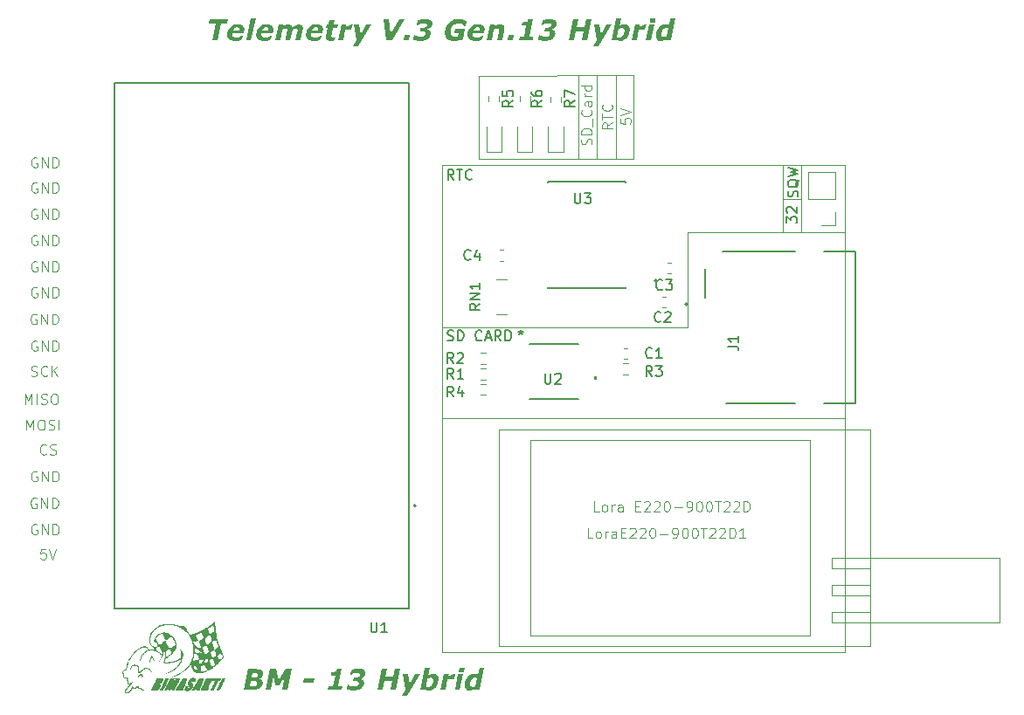
<source format=gbr>
%TF.GenerationSoftware,KiCad,Pcbnew,9.0.2*%
%TF.CreationDate,2025-06-04T20:10:01+07:00*%
%TF.ProjectId,Telemetry V.3 BM13 EVO Hy,54656c65-6d65-4747-9279-20562e332042,rev?*%
%TF.SameCoordinates,Original*%
%TF.FileFunction,Legend,Top*%
%TF.FilePolarity,Positive*%
%FSLAX46Y46*%
G04 Gerber Fmt 4.6, Leading zero omitted, Abs format (unit mm)*
G04 Created by KiCad (PCBNEW 9.0.2) date 2025-06-04 20:10:01*
%MOMM*%
%LPD*%
G01*
G04 APERTURE LIST*
%ADD10C,0.100000*%
%ADD11C,0.150000*%
%ADD12C,0.400000*%
%ADD13C,0.120000*%
%ADD14C,0.152400*%
%ADD15C,0.000000*%
%ADD16C,0.127000*%
%ADD17C,0.200000*%
G04 APERTURE END LIST*
D10*
X132000000Y-86750000D02*
X93000000Y-86750000D01*
X111500000Y-61612500D02*
X96500000Y-61612500D01*
X132000000Y-62250000D02*
X93000000Y-62250000D01*
X132000000Y-62250000D02*
X132000000Y-68750000D01*
X132000000Y-86750000D02*
X132000000Y-109500000D01*
X127800000Y-62400000D02*
X127800000Y-62250000D01*
X126000000Y-62600000D02*
X126000000Y-62250000D01*
X109800000Y-53550000D02*
X109800000Y-61600000D01*
X93000000Y-62250000D02*
X93000000Y-77625000D01*
X132000000Y-109500000D02*
X93000000Y-109500000D01*
X127800000Y-62400000D02*
X127800000Y-68600000D01*
X116800000Y-78000000D02*
X116800000Y-68750000D01*
X126200000Y-65500000D02*
X127800000Y-65500000D01*
X108000000Y-53600000D02*
X108000000Y-61600000D01*
X93000000Y-77500000D02*
X93000000Y-86700000D01*
X127800000Y-68600000D02*
X127800000Y-68750000D01*
X106200000Y-53600000D02*
X106200000Y-61600000D01*
X126000000Y-62600000D02*
X126000000Y-68400000D01*
X126000000Y-68400000D02*
X126000000Y-68750000D01*
X93000000Y-109500000D02*
X93000000Y-86750000D01*
X132000000Y-68750000D02*
X132000000Y-86800000D01*
X96500000Y-53612500D02*
X111500000Y-53500000D01*
X126200000Y-65500000D02*
X126000000Y-65500000D01*
X116800000Y-68750000D02*
X132000000Y-68750000D01*
X111500000Y-53500000D02*
X111500000Y-61612500D01*
X96500000Y-61612500D02*
X96500000Y-53612500D01*
X93000000Y-78000000D02*
X116800000Y-78000000D01*
X52703884Y-87922419D02*
X52703884Y-86922419D01*
X52703884Y-86922419D02*
X53037217Y-87636704D01*
X53037217Y-87636704D02*
X53370550Y-86922419D01*
X53370550Y-86922419D02*
X53370550Y-87922419D01*
X54037217Y-86922419D02*
X54227693Y-86922419D01*
X54227693Y-86922419D02*
X54322931Y-86970038D01*
X54322931Y-86970038D02*
X54418169Y-87065276D01*
X54418169Y-87065276D02*
X54465788Y-87255752D01*
X54465788Y-87255752D02*
X54465788Y-87589085D01*
X54465788Y-87589085D02*
X54418169Y-87779561D01*
X54418169Y-87779561D02*
X54322931Y-87874800D01*
X54322931Y-87874800D02*
X54227693Y-87922419D01*
X54227693Y-87922419D02*
X54037217Y-87922419D01*
X54037217Y-87922419D02*
X53941979Y-87874800D01*
X53941979Y-87874800D02*
X53846741Y-87779561D01*
X53846741Y-87779561D02*
X53799122Y-87589085D01*
X53799122Y-87589085D02*
X53799122Y-87255752D01*
X53799122Y-87255752D02*
X53846741Y-87065276D01*
X53846741Y-87065276D02*
X53941979Y-86970038D01*
X53941979Y-86970038D02*
X54037217Y-86922419D01*
X54846741Y-87874800D02*
X54989598Y-87922419D01*
X54989598Y-87922419D02*
X55227693Y-87922419D01*
X55227693Y-87922419D02*
X55322931Y-87874800D01*
X55322931Y-87874800D02*
X55370550Y-87827180D01*
X55370550Y-87827180D02*
X55418169Y-87731942D01*
X55418169Y-87731942D02*
X55418169Y-87636704D01*
X55418169Y-87636704D02*
X55370550Y-87541466D01*
X55370550Y-87541466D02*
X55322931Y-87493847D01*
X55322931Y-87493847D02*
X55227693Y-87446228D01*
X55227693Y-87446228D02*
X55037217Y-87398609D01*
X55037217Y-87398609D02*
X54941979Y-87350990D01*
X54941979Y-87350990D02*
X54894360Y-87303371D01*
X54894360Y-87303371D02*
X54846741Y-87208133D01*
X54846741Y-87208133D02*
X54846741Y-87112895D01*
X54846741Y-87112895D02*
X54894360Y-87017657D01*
X54894360Y-87017657D02*
X54941979Y-86970038D01*
X54941979Y-86970038D02*
X55037217Y-86922419D01*
X55037217Y-86922419D02*
X55275312Y-86922419D01*
X55275312Y-86922419D02*
X55418169Y-86970038D01*
X55846741Y-87922419D02*
X55846741Y-86922419D01*
D11*
X94108207Y-63669819D02*
X93774874Y-63193628D01*
X93536779Y-63669819D02*
X93536779Y-62669819D01*
X93536779Y-62669819D02*
X93917731Y-62669819D01*
X93917731Y-62669819D02*
X94012969Y-62717438D01*
X94012969Y-62717438D02*
X94060588Y-62765057D01*
X94060588Y-62765057D02*
X94108207Y-62860295D01*
X94108207Y-62860295D02*
X94108207Y-63003152D01*
X94108207Y-63003152D02*
X94060588Y-63098390D01*
X94060588Y-63098390D02*
X94012969Y-63146009D01*
X94012969Y-63146009D02*
X93917731Y-63193628D01*
X93917731Y-63193628D02*
X93536779Y-63193628D01*
X94393922Y-62669819D02*
X94965350Y-62669819D01*
X94679636Y-63669819D02*
X94679636Y-62669819D01*
X95870112Y-63574580D02*
X95822493Y-63622200D01*
X95822493Y-63622200D02*
X95679636Y-63669819D01*
X95679636Y-63669819D02*
X95584398Y-63669819D01*
X95584398Y-63669819D02*
X95441541Y-63622200D01*
X95441541Y-63622200D02*
X95346303Y-63526961D01*
X95346303Y-63526961D02*
X95298684Y-63431723D01*
X95298684Y-63431723D02*
X95251065Y-63241247D01*
X95251065Y-63241247D02*
X95251065Y-63098390D01*
X95251065Y-63098390D02*
X95298684Y-62907914D01*
X95298684Y-62907914D02*
X95346303Y-62812676D01*
X95346303Y-62812676D02*
X95441541Y-62717438D01*
X95441541Y-62717438D02*
X95584398Y-62669819D01*
X95584398Y-62669819D02*
X95679636Y-62669819D01*
X95679636Y-62669819D02*
X95822493Y-62717438D01*
X95822493Y-62717438D02*
X95870112Y-62765057D01*
D10*
X53727693Y-97120038D02*
X53632455Y-97072419D01*
X53632455Y-97072419D02*
X53489598Y-97072419D01*
X53489598Y-97072419D02*
X53346741Y-97120038D01*
X53346741Y-97120038D02*
X53251503Y-97215276D01*
X53251503Y-97215276D02*
X53203884Y-97310514D01*
X53203884Y-97310514D02*
X53156265Y-97500990D01*
X53156265Y-97500990D02*
X53156265Y-97643847D01*
X53156265Y-97643847D02*
X53203884Y-97834323D01*
X53203884Y-97834323D02*
X53251503Y-97929561D01*
X53251503Y-97929561D02*
X53346741Y-98024800D01*
X53346741Y-98024800D02*
X53489598Y-98072419D01*
X53489598Y-98072419D02*
X53584836Y-98072419D01*
X53584836Y-98072419D02*
X53727693Y-98024800D01*
X53727693Y-98024800D02*
X53775312Y-97977180D01*
X53775312Y-97977180D02*
X53775312Y-97643847D01*
X53775312Y-97643847D02*
X53584836Y-97643847D01*
X54203884Y-98072419D02*
X54203884Y-97072419D01*
X54203884Y-97072419D02*
X54775312Y-98072419D01*
X54775312Y-98072419D02*
X54775312Y-97072419D01*
X55251503Y-98072419D02*
X55251503Y-97072419D01*
X55251503Y-97072419D02*
X55489598Y-97072419D01*
X55489598Y-97072419D02*
X55632455Y-97120038D01*
X55632455Y-97120038D02*
X55727693Y-97215276D01*
X55727693Y-97215276D02*
X55775312Y-97310514D01*
X55775312Y-97310514D02*
X55822931Y-97500990D01*
X55822931Y-97500990D02*
X55822931Y-97643847D01*
X55822931Y-97643847D02*
X55775312Y-97834323D01*
X55775312Y-97834323D02*
X55727693Y-97929561D01*
X55727693Y-97929561D02*
X55632455Y-98024800D01*
X55632455Y-98024800D02*
X55489598Y-98072419D01*
X55489598Y-98072419D02*
X55251503Y-98072419D01*
X53727693Y-91970038D02*
X53632455Y-91922419D01*
X53632455Y-91922419D02*
X53489598Y-91922419D01*
X53489598Y-91922419D02*
X53346741Y-91970038D01*
X53346741Y-91970038D02*
X53251503Y-92065276D01*
X53251503Y-92065276D02*
X53203884Y-92160514D01*
X53203884Y-92160514D02*
X53156265Y-92350990D01*
X53156265Y-92350990D02*
X53156265Y-92493847D01*
X53156265Y-92493847D02*
X53203884Y-92684323D01*
X53203884Y-92684323D02*
X53251503Y-92779561D01*
X53251503Y-92779561D02*
X53346741Y-92874800D01*
X53346741Y-92874800D02*
X53489598Y-92922419D01*
X53489598Y-92922419D02*
X53584836Y-92922419D01*
X53584836Y-92922419D02*
X53727693Y-92874800D01*
X53727693Y-92874800D02*
X53775312Y-92827180D01*
X53775312Y-92827180D02*
X53775312Y-92493847D01*
X53775312Y-92493847D02*
X53584836Y-92493847D01*
X54203884Y-92922419D02*
X54203884Y-91922419D01*
X54203884Y-91922419D02*
X54775312Y-92922419D01*
X54775312Y-92922419D02*
X54775312Y-91922419D01*
X55251503Y-92922419D02*
X55251503Y-91922419D01*
X55251503Y-91922419D02*
X55489598Y-91922419D01*
X55489598Y-91922419D02*
X55632455Y-91970038D01*
X55632455Y-91970038D02*
X55727693Y-92065276D01*
X55727693Y-92065276D02*
X55775312Y-92160514D01*
X55775312Y-92160514D02*
X55822931Y-92350990D01*
X55822931Y-92350990D02*
X55822931Y-92493847D01*
X55822931Y-92493847D02*
X55775312Y-92684323D01*
X55775312Y-92684323D02*
X55727693Y-92779561D01*
X55727693Y-92779561D02*
X55632455Y-92874800D01*
X55632455Y-92874800D02*
X55489598Y-92922419D01*
X55489598Y-92922419D02*
X55251503Y-92922419D01*
D12*
G36*
X72152023Y-48518688D02*
G01*
X71530547Y-48518688D01*
X71189340Y-50160000D01*
X70676186Y-50160000D01*
X71017393Y-48518688D01*
X70396039Y-48518688D01*
X70477250Y-48127899D01*
X72233234Y-48127899D01*
X72152023Y-48518688D01*
G37*
G36*
X73357077Y-48590545D02*
G01*
X73479293Y-48616193D01*
X73577280Y-48655478D01*
X73655336Y-48706973D01*
X73716643Y-48770624D01*
X73772175Y-48867451D01*
X73804791Y-48986263D01*
X73811891Y-49133133D01*
X73787840Y-49315530D01*
X73751936Y-49487843D01*
X72650767Y-49487843D01*
X72645550Y-49579004D01*
X72657635Y-49653499D01*
X72684831Y-49715091D01*
X72727093Y-49766524D01*
X72802677Y-49816217D01*
X72913304Y-49850024D01*
X73071353Y-49863000D01*
X73222772Y-49848991D01*
X73378489Y-49805847D01*
X73524521Y-49743797D01*
X73629937Y-49683237D01*
X73683304Y-49683237D01*
X73600872Y-50079399D01*
X73425992Y-50138653D01*
X73273342Y-50176730D01*
X73119345Y-50199099D01*
X72947644Y-50206894D01*
X72759517Y-50196633D01*
X72605721Y-50168316D01*
X72480662Y-50124902D01*
X72379547Y-50068235D01*
X72298569Y-49998921D01*
X72233523Y-49913337D01*
X72188454Y-49814602D01*
X72163229Y-49699847D01*
X72159654Y-49565270D01*
X72181332Y-49406388D01*
X72234719Y-49221722D01*
X72245771Y-49198660D01*
X72709752Y-49198660D01*
X73333670Y-49198660D01*
X73343247Y-49095252D01*
X73332968Y-49019693D01*
X73307414Y-48964553D01*
X73264717Y-48923519D01*
X73199653Y-48896419D01*
X73103349Y-48886029D01*
X73013086Y-48894564D01*
X72932415Y-48919392D01*
X72859351Y-48960401D01*
X72798578Y-49016925D01*
X72748527Y-49094677D01*
X72709752Y-49198660D01*
X72245771Y-49198660D01*
X72311355Y-49061814D01*
X72410901Y-48923235D01*
X72534508Y-48803597D01*
X72676983Y-48707550D01*
X72834350Y-48638472D01*
X73009344Y-48595942D01*
X73205443Y-48581214D01*
X73357077Y-48590545D01*
G37*
G36*
X74473429Y-50160000D02*
G01*
X73992393Y-50160000D01*
X74434351Y-48034110D01*
X74915387Y-48034110D01*
X74473429Y-50160000D01*
G37*
G36*
X76170754Y-48590545D02*
G01*
X76292971Y-48616193D01*
X76390958Y-48655478D01*
X76469013Y-48706973D01*
X76530321Y-48770624D01*
X76585853Y-48867451D01*
X76618469Y-48986263D01*
X76625569Y-49133133D01*
X76601517Y-49315530D01*
X76565614Y-49487843D01*
X75464445Y-49487843D01*
X75459227Y-49579004D01*
X75471313Y-49653499D01*
X75498508Y-49715091D01*
X75540771Y-49766524D01*
X75616354Y-49816217D01*
X75726982Y-49850024D01*
X75885031Y-49863000D01*
X76036450Y-49848991D01*
X76192166Y-49805847D01*
X76338199Y-49743797D01*
X76443614Y-49683237D01*
X76496981Y-49683237D01*
X76414549Y-50079399D01*
X76239669Y-50138653D01*
X76087020Y-50176730D01*
X75933023Y-50199099D01*
X75761322Y-50206894D01*
X75573195Y-50196633D01*
X75419399Y-50168316D01*
X75294340Y-50124902D01*
X75193225Y-50068235D01*
X75112247Y-49998921D01*
X75047200Y-49913337D01*
X75002131Y-49814602D01*
X74976907Y-49699847D01*
X74973331Y-49565270D01*
X74995010Y-49406388D01*
X75048396Y-49221722D01*
X75059449Y-49198660D01*
X75523429Y-49198660D01*
X76147348Y-49198660D01*
X76156925Y-49095252D01*
X76146646Y-49019693D01*
X76121092Y-48964553D01*
X76078395Y-48923519D01*
X76013331Y-48896419D01*
X75917027Y-48886029D01*
X75826764Y-48894564D01*
X75746092Y-48919392D01*
X75673028Y-48960401D01*
X75612256Y-49016925D01*
X75562205Y-49094677D01*
X75523429Y-49198660D01*
X75059449Y-49198660D01*
X75125033Y-49061814D01*
X75224579Y-48923235D01*
X75348185Y-48803597D01*
X75490660Y-48707550D01*
X75648028Y-48638472D01*
X75823022Y-48595942D01*
X76019120Y-48581214D01*
X76170754Y-48590545D01*
G37*
G36*
X78499773Y-49071409D02*
G01*
X78273482Y-50160000D01*
X77789637Y-50160000D01*
X77949127Y-49392833D01*
X77983443Y-49202079D01*
X77988133Y-49127084D01*
X77980635Y-49074218D01*
X77959145Y-49031512D01*
X77922749Y-49002411D01*
X77872641Y-48986369D01*
X77790369Y-48979818D01*
X77719941Y-48986989D01*
X77646632Y-49009249D01*
X77513398Y-49071409D01*
X77287107Y-50160000D01*
X76806071Y-50160000D01*
X77124563Y-48628108D01*
X77605600Y-48628108D01*
X77571284Y-48793217D01*
X77715962Y-48701705D01*
X77841660Y-48637267D01*
X77969998Y-48595236D01*
X78104588Y-48581214D01*
X78201478Y-48589341D01*
X78283131Y-48612312D01*
X78352372Y-48648991D01*
X78410871Y-48700188D01*
X78456180Y-48765635D01*
X78488660Y-48848049D01*
X78659167Y-48733841D01*
X78810083Y-48652411D01*
X78912710Y-48611508D01*
X79006206Y-48588515D01*
X79092184Y-48581214D01*
X79212907Y-48592115D01*
X79305761Y-48621831D01*
X79376932Y-48667814D01*
X79430582Y-48730324D01*
X79466090Y-48805302D01*
X79486104Y-48898534D01*
X79488064Y-49014842D01*
X79467585Y-49159947D01*
X79259612Y-50160000D01*
X78775889Y-50160000D01*
X78935380Y-49392833D01*
X78970551Y-49201346D01*
X78975650Y-49127004D01*
X78968108Y-49074218D01*
X78947519Y-49031605D01*
X78910833Y-49002411D01*
X78860070Y-48986371D01*
X78776744Y-48979818D01*
X78716840Y-48985020D01*
X78654745Y-49001067D01*
X78499773Y-49071409D01*
G37*
G36*
X80991131Y-48590545D02*
G01*
X81113348Y-48616193D01*
X81211334Y-48655478D01*
X81289390Y-48706973D01*
X81350697Y-48770624D01*
X81406230Y-48867451D01*
X81438846Y-48986263D01*
X81445946Y-49133133D01*
X81421894Y-49315530D01*
X81385990Y-49487843D01*
X80284822Y-49487843D01*
X80279604Y-49579004D01*
X80291690Y-49653499D01*
X80318885Y-49715091D01*
X80361147Y-49766524D01*
X80436731Y-49816217D01*
X80547359Y-49850024D01*
X80705408Y-49863000D01*
X80856826Y-49848991D01*
X81012543Y-49805847D01*
X81158576Y-49743797D01*
X81263991Y-49683237D01*
X81317358Y-49683237D01*
X81234926Y-50079399D01*
X81060046Y-50138653D01*
X80907397Y-50176730D01*
X80753400Y-50199099D01*
X80581699Y-50206894D01*
X80393572Y-50196633D01*
X80239776Y-50168316D01*
X80114717Y-50124902D01*
X80013602Y-50068235D01*
X79932623Y-49998921D01*
X79867577Y-49913337D01*
X79822508Y-49814602D01*
X79797284Y-49699847D01*
X79793708Y-49565270D01*
X79815387Y-49406388D01*
X79868773Y-49221722D01*
X79879826Y-49198660D01*
X80343806Y-49198660D01*
X80967725Y-49198660D01*
X80977302Y-49095252D01*
X80967022Y-49019693D01*
X80941468Y-48964553D01*
X80898772Y-48923519D01*
X80833708Y-48896419D01*
X80737404Y-48886029D01*
X80647141Y-48894564D01*
X80566469Y-48919392D01*
X80493405Y-48960401D01*
X80432632Y-49016925D01*
X80382582Y-49094677D01*
X80343806Y-49198660D01*
X79879826Y-49198660D01*
X79945410Y-49061814D01*
X80044956Y-48923235D01*
X80168562Y-48803597D01*
X80311037Y-48707550D01*
X80468405Y-48638472D01*
X80643399Y-48595942D01*
X80839497Y-48581214D01*
X80991131Y-48590545D01*
G37*
G36*
X82588764Y-50147299D02*
G01*
X82417550Y-50179539D01*
X82202739Y-50191263D01*
X82058551Y-50182162D01*
X81949589Y-50157846D01*
X81868444Y-50121716D01*
X81809141Y-50075491D01*
X81767046Y-50015186D01*
X81741450Y-49934006D01*
X81735227Y-49824973D01*
X81754553Y-49679207D01*
X81903175Y-48964187D01*
X81705338Y-48964187D01*
X81775191Y-48628108D01*
X81973028Y-48628108D01*
X82064009Y-48190425D01*
X82545045Y-48190425D01*
X82454064Y-48628108D01*
X82904570Y-48628108D01*
X82834717Y-48964187D01*
X82384211Y-48964187D01*
X82271737Y-49504818D01*
X82244016Y-49644647D01*
X82238299Y-49702846D01*
X82243161Y-49751992D01*
X82260117Y-49794417D01*
X82293597Y-49827341D01*
X82342360Y-49847068D01*
X82426221Y-49855184D01*
X82527948Y-49838698D01*
X82619050Y-49808290D01*
X82659228Y-49808290D01*
X82588764Y-50147299D01*
G37*
G36*
X84207606Y-49104870D02*
G01*
X84164863Y-49104870D01*
X84069609Y-49087285D01*
X83957257Y-49081423D01*
X83856967Y-49085010D01*
X83772609Y-49094979D01*
X83689599Y-49112602D01*
X83593335Y-49141018D01*
X83381454Y-50160000D01*
X82900418Y-50160000D01*
X83218911Y-48628108D01*
X83699947Y-48628108D01*
X83653053Y-48853545D01*
X83837245Y-48731702D01*
X83967637Y-48671217D01*
X84091795Y-48638050D01*
X84193196Y-48628108D01*
X84250348Y-48629574D01*
X84305669Y-48633604D01*
X84207606Y-49104870D01*
G37*
G36*
X85081385Y-49620467D02*
G01*
X85629832Y-48628108D01*
X86124180Y-48628108D01*
X84854849Y-50722735D01*
X84333635Y-50722735D01*
X84690230Y-50152184D01*
X84423150Y-48628108D01*
X84928244Y-48628108D01*
X85081385Y-49620467D01*
G37*
G36*
X89321441Y-48127899D02*
G01*
X88173377Y-50160000D01*
X87598796Y-50160000D01*
X87295568Y-48127899D01*
X87834124Y-48127899D01*
X88018405Y-49555376D01*
X88796196Y-48127899D01*
X89321441Y-48127899D01*
G37*
G36*
X89722976Y-50160000D02*
G01*
X89223133Y-50160000D01*
X89335240Y-49620711D01*
X89835083Y-49620711D01*
X89722976Y-50160000D01*
G37*
G36*
X91801849Y-49204033D02*
G01*
X91847784Y-49265972D01*
X91878419Y-49337756D01*
X91888988Y-49420331D01*
X91874755Y-49541210D01*
X91832264Y-49679458D01*
X91763747Y-49808656D01*
X91670502Y-49923003D01*
X91549180Y-50021636D01*
X91412406Y-50096997D01*
X91257676Y-50153405D01*
X91089054Y-50186878D01*
X90879954Y-50199078D01*
X90642666Y-50188170D01*
X90464009Y-50159267D01*
X90304627Y-50114483D01*
X90194609Y-50069996D01*
X90288032Y-49620711D01*
X90340055Y-49620711D01*
X90448102Y-49686809D01*
X90588450Y-49747107D01*
X90736113Y-49787721D01*
X90869330Y-49800474D01*
X91040422Y-49787407D01*
X91129823Y-49766036D01*
X91206140Y-49729888D01*
X91258728Y-49691442D01*
X91302250Y-49646235D01*
X91335259Y-49589891D01*
X91361235Y-49504330D01*
X91367368Y-49420229D01*
X91350000Y-49365233D01*
X91313026Y-49323651D01*
X91259019Y-49295258D01*
X91193962Y-49278731D01*
X91106367Y-49271078D01*
X90935886Y-49269002D01*
X90826343Y-49269002D01*
X90899494Y-48917292D01*
X91013066Y-48917292D01*
X91198813Y-48910575D01*
X91277283Y-48898900D01*
X91341573Y-48879312D01*
X91400420Y-48848521D01*
X91443911Y-48810924D01*
X91475552Y-48761328D01*
X91499476Y-48685383D01*
X91502971Y-48628104D01*
X91489096Y-48587198D01*
X91461637Y-48554030D01*
X91423883Y-48528091D01*
X91373383Y-48508336D01*
X91307745Y-48495607D01*
X91187700Y-48487424D01*
X91059210Y-48497772D01*
X90905844Y-48531755D01*
X90751504Y-48585202D01*
X90594801Y-48659371D01*
X90545341Y-48659371D01*
X90637177Y-48217414D01*
X90766497Y-48175654D01*
X90953227Y-48130586D01*
X91150419Y-48099164D01*
X91344138Y-48088820D01*
X91525663Y-48097811D01*
X91667271Y-48122037D01*
X91793451Y-48162923D01*
X91882693Y-48210942D01*
X91941023Y-48259825D01*
X91983528Y-48313405D01*
X92012142Y-48372386D01*
X92027606Y-48436396D01*
X92030617Y-48509781D01*
X92019469Y-48594769D01*
X91985949Y-48701849D01*
X91931394Y-48801492D01*
X91853995Y-48895188D01*
X91761226Y-48973303D01*
X91659719Y-49029134D01*
X91547714Y-49064082D01*
X91543806Y-49082522D01*
X91610020Y-49096549D01*
X91680216Y-49120746D01*
X91745819Y-49155976D01*
X91801849Y-49204033D01*
G37*
G36*
X94971999Y-50041420D02*
G01*
X94815877Y-50091397D01*
X94595987Y-50146810D01*
X94365440Y-50186263D01*
X94145359Y-50199078D01*
X93937581Y-50185762D01*
X93765400Y-50148669D01*
X93622896Y-50090950D01*
X93505193Y-50014097D01*
X93408722Y-49917833D01*
X93334037Y-49803736D01*
X93282714Y-49672917D01*
X93255186Y-49521851D01*
X93253880Y-49346096D01*
X93283060Y-49140530D01*
X93333680Y-48955063D01*
X93403754Y-48788001D01*
X93492973Y-48637218D01*
X93601781Y-48501054D01*
X93731367Y-48378370D01*
X93875567Y-48275723D01*
X94032565Y-48195541D01*
X94204116Y-48137261D01*
X94392439Y-48101257D01*
X94600139Y-48088820D01*
X94792852Y-48098137D01*
X94966748Y-48124968D01*
X95137371Y-48176729D01*
X95332379Y-48268949D01*
X95233339Y-48745345D01*
X95175819Y-48745345D01*
X95083007Y-48665233D01*
X94962351Y-48576939D01*
X94889075Y-48537963D01*
X94796632Y-48502812D01*
X94696494Y-48479803D01*
X94583286Y-48471793D01*
X94450022Y-48482212D01*
X94327564Y-48512704D01*
X94212596Y-48563996D01*
X94102372Y-48638244D01*
X94009002Y-48729613D01*
X93926151Y-48846217D01*
X93862282Y-48979596D01*
X93816852Y-49137477D01*
X93794046Y-49310370D01*
X93800846Y-49449393D01*
X93831865Y-49561692D01*
X93884630Y-49653073D01*
X93959818Y-49726486D01*
X94060242Y-49781881D01*
X94192317Y-49818282D01*
X94364689Y-49831737D01*
X94429780Y-49830394D01*
X94495481Y-49826242D01*
X94578890Y-49425317D01*
X94181995Y-49425317D01*
X94261618Y-49042344D01*
X95179727Y-49042344D01*
X94971999Y-50041420D01*
G37*
G36*
X96653936Y-48590545D02*
G01*
X96776153Y-48616193D01*
X96874140Y-48655478D01*
X96952196Y-48706973D01*
X97013503Y-48770624D01*
X97069035Y-48867451D01*
X97101651Y-48986263D01*
X97108751Y-49133133D01*
X97084699Y-49315530D01*
X97048796Y-49487843D01*
X95947627Y-49487843D01*
X95942410Y-49579004D01*
X95954495Y-49653499D01*
X95981690Y-49715091D01*
X96023953Y-49766524D01*
X96099537Y-49816217D01*
X96210164Y-49850024D01*
X96368213Y-49863000D01*
X96519632Y-49848991D01*
X96675348Y-49805847D01*
X96821381Y-49743797D01*
X96926796Y-49683237D01*
X96980163Y-49683237D01*
X96897732Y-50079399D01*
X96722851Y-50138653D01*
X96570202Y-50176730D01*
X96416205Y-50199099D01*
X96244504Y-50206894D01*
X96056377Y-50196633D01*
X95902581Y-50168316D01*
X95777522Y-50124902D01*
X95676407Y-50068235D01*
X95595429Y-49998921D01*
X95530383Y-49913337D01*
X95485313Y-49814602D01*
X95460089Y-49699847D01*
X95456513Y-49565270D01*
X95478192Y-49406388D01*
X95531579Y-49221722D01*
X95542631Y-49198660D01*
X96006612Y-49198660D01*
X96630530Y-49198660D01*
X96640107Y-49095252D01*
X96629828Y-49019693D01*
X96604274Y-48964553D01*
X96561577Y-48923519D01*
X96496513Y-48896419D01*
X96400209Y-48886029D01*
X96309946Y-48894564D01*
X96229275Y-48919392D01*
X96156210Y-48960401D01*
X96095438Y-49016925D01*
X96045387Y-49094677D01*
X96006612Y-49198660D01*
X95542631Y-49198660D01*
X95608215Y-49061814D01*
X95707761Y-48923235D01*
X95831367Y-48803597D01*
X95973842Y-48707550D01*
X96131210Y-48638472D01*
X96306204Y-48595942D01*
X96502302Y-48581214D01*
X96653936Y-48590545D01*
G37*
G36*
X98796598Y-50160000D02*
G01*
X98312997Y-50160000D01*
X98471388Y-49398328D01*
X98500453Y-49212948D01*
X98504201Y-49126543D01*
X98496789Y-49076905D01*
X98472868Y-49033094D01*
X98433897Y-49003143D01*
X98381060Y-48986568D01*
X98295045Y-48979818D01*
X98229032Y-48985096D01*
X98157414Y-49001678D01*
X98084375Y-49028689D01*
X97996580Y-49071409D01*
X97770289Y-50160000D01*
X97289253Y-50160000D01*
X97607745Y-48628108D01*
X98088782Y-48628108D01*
X98054466Y-48793217D01*
X98203766Y-48699978D01*
X98333757Y-48635924D01*
X98466680Y-48594972D01*
X98607676Y-48581214D01*
X98728613Y-48591690D01*
X98823979Y-48620501D01*
X98899123Y-48665351D01*
X98957798Y-48726294D01*
X98997818Y-48799906D01*
X99021111Y-48892868D01*
X99025019Y-49010664D01*
X99004570Y-49159947D01*
X98796598Y-50160000D01*
G37*
G36*
X99799459Y-50160000D02*
G01*
X99299616Y-50160000D01*
X99411723Y-49620711D01*
X99911566Y-49620711D01*
X99799459Y-50160000D01*
G37*
G36*
X101749127Y-50160000D02*
G01*
X100420812Y-50160000D01*
X100493963Y-49808290D01*
X100913572Y-49808290D01*
X101137787Y-48729713D01*
X100718178Y-48729713D01*
X100786444Y-48401451D01*
X100973168Y-48389972D01*
X101059912Y-48373638D01*
X101128506Y-48350282D01*
X101198587Y-48310629D01*
X101250872Y-48262721D01*
X101290216Y-48203428D01*
X101319016Y-48127899D01*
X101761339Y-48127899D01*
X101412072Y-49808290D01*
X101822278Y-49808290D01*
X101749127Y-50160000D01*
G37*
G36*
X103867445Y-49204033D02*
G01*
X103913381Y-49265972D01*
X103944016Y-49337756D01*
X103954585Y-49420331D01*
X103940352Y-49541210D01*
X103897861Y-49679458D01*
X103829344Y-49808656D01*
X103736099Y-49923003D01*
X103614776Y-50021636D01*
X103478003Y-50096997D01*
X103323272Y-50153405D01*
X103154651Y-50186878D01*
X102945551Y-50199078D01*
X102708263Y-50188170D01*
X102529605Y-50159267D01*
X102370223Y-50114483D01*
X102260205Y-50069996D01*
X102353628Y-49620711D01*
X102405652Y-49620711D01*
X102513699Y-49686809D01*
X102654047Y-49747107D01*
X102801709Y-49787721D01*
X102934926Y-49800474D01*
X103106018Y-49787407D01*
X103195420Y-49766036D01*
X103271737Y-49729888D01*
X103324325Y-49691442D01*
X103367847Y-49646235D01*
X103400856Y-49589891D01*
X103426831Y-49504330D01*
X103432964Y-49420229D01*
X103415596Y-49365233D01*
X103378623Y-49323651D01*
X103324616Y-49295258D01*
X103259558Y-49278731D01*
X103171964Y-49271078D01*
X103001482Y-49269002D01*
X102891939Y-49269002D01*
X102965090Y-48917292D01*
X103078663Y-48917292D01*
X103264410Y-48910575D01*
X103342880Y-48898900D01*
X103407170Y-48879312D01*
X103466017Y-48848521D01*
X103509508Y-48810924D01*
X103541148Y-48761328D01*
X103565073Y-48685383D01*
X103568568Y-48628104D01*
X103554692Y-48587198D01*
X103527233Y-48554030D01*
X103489480Y-48528091D01*
X103438979Y-48508336D01*
X103373342Y-48495607D01*
X103253297Y-48487424D01*
X103124806Y-48497772D01*
X102971441Y-48531755D01*
X102817101Y-48585202D01*
X102660397Y-48659371D01*
X102610938Y-48659371D01*
X102702773Y-48217414D01*
X102832093Y-48175654D01*
X103018824Y-48130586D01*
X103216015Y-48099164D01*
X103409734Y-48088820D01*
X103591260Y-48097811D01*
X103732868Y-48122037D01*
X103859047Y-48162923D01*
X103948290Y-48210942D01*
X104006619Y-48259825D01*
X104049125Y-48313405D01*
X104077739Y-48372386D01*
X104093203Y-48436396D01*
X104096214Y-48509781D01*
X104085066Y-48594769D01*
X104051546Y-48701849D01*
X103996991Y-48801492D01*
X103919591Y-48895188D01*
X103826823Y-48973303D01*
X103725316Y-49029134D01*
X103613311Y-49064082D01*
X103609403Y-49082522D01*
X103675617Y-49096549D01*
X103745812Y-49120746D01*
X103811416Y-49155976D01*
X103867445Y-49204033D01*
G37*
G36*
X107036985Y-50160000D02*
G01*
X106523831Y-50160000D01*
X106710676Y-49261186D01*
X105953035Y-49261186D01*
X105766189Y-50160000D01*
X105253035Y-50160000D01*
X105675453Y-48127899D01*
X106188607Y-48127899D01*
X106034246Y-48870397D01*
X106791887Y-48870397D01*
X106946249Y-48127899D01*
X107459403Y-48127899D01*
X107036985Y-50160000D01*
G37*
G36*
X108360659Y-49620467D02*
G01*
X108909106Y-48628108D01*
X109403454Y-48628108D01*
X108134124Y-50722735D01*
X107612909Y-50722735D01*
X107969504Y-50152184D01*
X107702424Y-48628108D01*
X108207519Y-48628108D01*
X108360659Y-49620467D01*
G37*
G36*
X110159263Y-48783325D02*
G01*
X110290428Y-48700566D01*
X110416207Y-48637267D01*
X110548000Y-48595513D01*
X110694521Y-48581214D01*
X110807865Y-48590750D01*
X110900585Y-48617365D01*
X110976669Y-48659334D01*
X111039003Y-48716726D01*
X111089096Y-48791385D01*
X111129684Y-48895978D01*
X111151211Y-49023665D01*
X111150431Y-49179956D01*
X111122313Y-49371217D01*
X111072588Y-49548405D01*
X111002771Y-49704348D01*
X110913267Y-49841757D01*
X110803454Y-49962651D01*
X110674354Y-50065590D01*
X110543300Y-50136034D01*
X110408511Y-50177438D01*
X110267585Y-50191263D01*
X110146886Y-50183717D01*
X110052773Y-50163297D01*
X109967062Y-50129298D01*
X109888886Y-50083429D01*
X109852983Y-50160000D01*
X109391974Y-50160000D01*
X109463823Y-49814396D01*
X109944818Y-49814396D01*
X110038363Y-49840530D01*
X110149249Y-49847369D01*
X110271940Y-49833718D01*
X110373226Y-49794998D01*
X110457850Y-49731842D01*
X110524791Y-49647992D01*
X110580568Y-49534881D01*
X110623447Y-49385383D01*
X110643083Y-49246505D01*
X110640419Y-49143455D01*
X110621249Y-49067745D01*
X110592802Y-49021397D01*
X110549660Y-48987331D01*
X110487950Y-48964858D01*
X110401186Y-48956371D01*
X110332433Y-48961503D01*
X110256472Y-48977742D01*
X110181095Y-49003463D01*
X110106140Y-49038925D01*
X109944818Y-49814396D01*
X109463823Y-49814396D01*
X109833932Y-48034110D01*
X110314968Y-48034110D01*
X110159263Y-48783325D01*
G37*
G36*
X112657013Y-49104870D02*
G01*
X112614270Y-49104870D01*
X112519016Y-49087285D01*
X112406664Y-49081423D01*
X112306374Y-49085010D01*
X112222016Y-49094979D01*
X112139006Y-49112602D01*
X112042742Y-49141018D01*
X111830861Y-50160000D01*
X111349825Y-50160000D01*
X111668318Y-48628108D01*
X112149354Y-48628108D01*
X112102459Y-48853545D01*
X112286651Y-48731702D01*
X112417044Y-48671217D01*
X112541201Y-48638050D01*
X112642602Y-48628108D01*
X112699755Y-48629574D01*
X112755076Y-48633604D01*
X112657013Y-49104870D01*
G37*
G36*
X113222069Y-50160000D02*
G01*
X112741032Y-50160000D01*
X113059525Y-48628108D01*
X113540561Y-48628108D01*
X113222069Y-50160000D01*
G37*
G36*
X113599424Y-48409267D02*
G01*
X113091643Y-48409267D01*
X113169678Y-48034110D01*
X113677459Y-48034110D01*
X113599424Y-48409267D01*
G37*
G36*
X115155861Y-50160000D02*
G01*
X114674703Y-50160000D01*
X114707920Y-50000143D01*
X114563184Y-50094171D01*
X114443161Y-50155481D01*
X114319957Y-50193759D01*
X114182554Y-50206894D01*
X114074707Y-50197407D01*
X113984282Y-50170604D01*
X113907945Y-50127729D01*
X113843342Y-50068292D01*
X113789323Y-49990129D01*
X113744575Y-49881686D01*
X113720284Y-49751666D01*
X113719322Y-49594967D01*
X113725329Y-49553060D01*
X114222335Y-49553060D01*
X114227652Y-49658372D01*
X114251064Y-49729277D01*
X114296733Y-49783539D01*
X114367758Y-49818441D01*
X114474424Y-49831737D01*
X114541029Y-49825765D01*
X114618649Y-49806336D01*
X114694661Y-49776582D01*
X114762142Y-49739658D01*
X114919556Y-48982016D01*
X114819295Y-48950387D01*
X114718422Y-48940739D01*
X114597003Y-48954915D01*
X114495132Y-48995499D01*
X114408356Y-49062494D01*
X114339176Y-49149975D01*
X114283808Y-49260875D01*
X114243370Y-49400038D01*
X114222335Y-49553060D01*
X113725329Y-49553060D01*
X113746458Y-49405655D01*
X113799876Y-49217721D01*
X113874197Y-49057976D01*
X113970240Y-48915799D01*
X114079972Y-48797979D01*
X114199484Y-48706550D01*
X114333618Y-48638122D01*
X114474928Y-48594866D01*
X114604727Y-48581214D01*
X114732544Y-48589498D01*
X114819783Y-48610645D01*
X114981350Y-48685017D01*
X115116660Y-48034110D01*
X115597819Y-48034110D01*
X115155861Y-50160000D01*
G37*
D10*
X109472419Y-58124687D02*
X108996228Y-58458020D01*
X109472419Y-58696115D02*
X108472419Y-58696115D01*
X108472419Y-58696115D02*
X108472419Y-58315163D01*
X108472419Y-58315163D02*
X108520038Y-58219925D01*
X108520038Y-58219925D02*
X108567657Y-58172306D01*
X108567657Y-58172306D02*
X108662895Y-58124687D01*
X108662895Y-58124687D02*
X108805752Y-58124687D01*
X108805752Y-58124687D02*
X108900990Y-58172306D01*
X108900990Y-58172306D02*
X108948609Y-58219925D01*
X108948609Y-58219925D02*
X108996228Y-58315163D01*
X108996228Y-58315163D02*
X108996228Y-58696115D01*
X108472419Y-57838972D02*
X108472419Y-57267544D01*
X109472419Y-57553258D02*
X108472419Y-57553258D01*
X109377180Y-56362782D02*
X109424800Y-56410401D01*
X109424800Y-56410401D02*
X109472419Y-56553258D01*
X109472419Y-56553258D02*
X109472419Y-56648496D01*
X109472419Y-56648496D02*
X109424800Y-56791353D01*
X109424800Y-56791353D02*
X109329561Y-56886591D01*
X109329561Y-56886591D02*
X109234323Y-56934210D01*
X109234323Y-56934210D02*
X109043847Y-56981829D01*
X109043847Y-56981829D02*
X108900990Y-56981829D01*
X108900990Y-56981829D02*
X108710514Y-56934210D01*
X108710514Y-56934210D02*
X108615276Y-56886591D01*
X108615276Y-56886591D02*
X108520038Y-56791353D01*
X108520038Y-56791353D02*
X108472419Y-56648496D01*
X108472419Y-56648496D02*
X108472419Y-56553258D01*
X108472419Y-56553258D02*
X108520038Y-56410401D01*
X108520038Y-56410401D02*
X108567657Y-56362782D01*
X107424800Y-60243734D02*
X107472419Y-60100877D01*
X107472419Y-60100877D02*
X107472419Y-59862782D01*
X107472419Y-59862782D02*
X107424800Y-59767544D01*
X107424800Y-59767544D02*
X107377180Y-59719925D01*
X107377180Y-59719925D02*
X107281942Y-59672306D01*
X107281942Y-59672306D02*
X107186704Y-59672306D01*
X107186704Y-59672306D02*
X107091466Y-59719925D01*
X107091466Y-59719925D02*
X107043847Y-59767544D01*
X107043847Y-59767544D02*
X106996228Y-59862782D01*
X106996228Y-59862782D02*
X106948609Y-60053258D01*
X106948609Y-60053258D02*
X106900990Y-60148496D01*
X106900990Y-60148496D02*
X106853371Y-60196115D01*
X106853371Y-60196115D02*
X106758133Y-60243734D01*
X106758133Y-60243734D02*
X106662895Y-60243734D01*
X106662895Y-60243734D02*
X106567657Y-60196115D01*
X106567657Y-60196115D02*
X106520038Y-60148496D01*
X106520038Y-60148496D02*
X106472419Y-60053258D01*
X106472419Y-60053258D02*
X106472419Y-59815163D01*
X106472419Y-59815163D02*
X106520038Y-59672306D01*
X107472419Y-59243734D02*
X106472419Y-59243734D01*
X106472419Y-59243734D02*
X106472419Y-59005639D01*
X106472419Y-59005639D02*
X106520038Y-58862782D01*
X106520038Y-58862782D02*
X106615276Y-58767544D01*
X106615276Y-58767544D02*
X106710514Y-58719925D01*
X106710514Y-58719925D02*
X106900990Y-58672306D01*
X106900990Y-58672306D02*
X107043847Y-58672306D01*
X107043847Y-58672306D02*
X107234323Y-58719925D01*
X107234323Y-58719925D02*
X107329561Y-58767544D01*
X107329561Y-58767544D02*
X107424800Y-58862782D01*
X107424800Y-58862782D02*
X107472419Y-59005639D01*
X107472419Y-59005639D02*
X107472419Y-59243734D01*
X107567657Y-58481830D02*
X107567657Y-57719925D01*
X107377180Y-56910401D02*
X107424800Y-56958020D01*
X107424800Y-56958020D02*
X107472419Y-57100877D01*
X107472419Y-57100877D02*
X107472419Y-57196115D01*
X107472419Y-57196115D02*
X107424800Y-57338972D01*
X107424800Y-57338972D02*
X107329561Y-57434210D01*
X107329561Y-57434210D02*
X107234323Y-57481829D01*
X107234323Y-57481829D02*
X107043847Y-57529448D01*
X107043847Y-57529448D02*
X106900990Y-57529448D01*
X106900990Y-57529448D02*
X106710514Y-57481829D01*
X106710514Y-57481829D02*
X106615276Y-57434210D01*
X106615276Y-57434210D02*
X106520038Y-57338972D01*
X106520038Y-57338972D02*
X106472419Y-57196115D01*
X106472419Y-57196115D02*
X106472419Y-57100877D01*
X106472419Y-57100877D02*
X106520038Y-56958020D01*
X106520038Y-56958020D02*
X106567657Y-56910401D01*
X107472419Y-56053258D02*
X106948609Y-56053258D01*
X106948609Y-56053258D02*
X106853371Y-56100877D01*
X106853371Y-56100877D02*
X106805752Y-56196115D01*
X106805752Y-56196115D02*
X106805752Y-56386591D01*
X106805752Y-56386591D02*
X106853371Y-56481829D01*
X107424800Y-56053258D02*
X107472419Y-56148496D01*
X107472419Y-56148496D02*
X107472419Y-56386591D01*
X107472419Y-56386591D02*
X107424800Y-56481829D01*
X107424800Y-56481829D02*
X107329561Y-56529448D01*
X107329561Y-56529448D02*
X107234323Y-56529448D01*
X107234323Y-56529448D02*
X107139085Y-56481829D01*
X107139085Y-56481829D02*
X107091466Y-56386591D01*
X107091466Y-56386591D02*
X107091466Y-56148496D01*
X107091466Y-56148496D02*
X107043847Y-56053258D01*
X107472419Y-55577067D02*
X106805752Y-55577067D01*
X106996228Y-55577067D02*
X106900990Y-55529448D01*
X106900990Y-55529448D02*
X106853371Y-55481829D01*
X106853371Y-55481829D02*
X106805752Y-55386591D01*
X106805752Y-55386591D02*
X106805752Y-55291353D01*
X107472419Y-54529448D02*
X106472419Y-54529448D01*
X107424800Y-54529448D02*
X107472419Y-54624686D01*
X107472419Y-54624686D02*
X107472419Y-54815162D01*
X107472419Y-54815162D02*
X107424800Y-54910400D01*
X107424800Y-54910400D02*
X107377180Y-54958019D01*
X107377180Y-54958019D02*
X107281942Y-55005638D01*
X107281942Y-55005638D02*
X106996228Y-55005638D01*
X106996228Y-55005638D02*
X106900990Y-54958019D01*
X106900990Y-54958019D02*
X106853371Y-54910400D01*
X106853371Y-54910400D02*
X106805752Y-54815162D01*
X106805752Y-54815162D02*
X106805752Y-54624686D01*
X106805752Y-54624686D02*
X106853371Y-54529448D01*
X54625312Y-90227180D02*
X54577693Y-90274800D01*
X54577693Y-90274800D02*
X54434836Y-90322419D01*
X54434836Y-90322419D02*
X54339598Y-90322419D01*
X54339598Y-90322419D02*
X54196741Y-90274800D01*
X54196741Y-90274800D02*
X54101503Y-90179561D01*
X54101503Y-90179561D02*
X54053884Y-90084323D01*
X54053884Y-90084323D02*
X54006265Y-89893847D01*
X54006265Y-89893847D02*
X54006265Y-89750990D01*
X54006265Y-89750990D02*
X54053884Y-89560514D01*
X54053884Y-89560514D02*
X54101503Y-89465276D01*
X54101503Y-89465276D02*
X54196741Y-89370038D01*
X54196741Y-89370038D02*
X54339598Y-89322419D01*
X54339598Y-89322419D02*
X54434836Y-89322419D01*
X54434836Y-89322419D02*
X54577693Y-89370038D01*
X54577693Y-89370038D02*
X54625312Y-89417657D01*
X55006265Y-90274800D02*
X55149122Y-90322419D01*
X55149122Y-90322419D02*
X55387217Y-90322419D01*
X55387217Y-90322419D02*
X55482455Y-90274800D01*
X55482455Y-90274800D02*
X55530074Y-90227180D01*
X55530074Y-90227180D02*
X55577693Y-90131942D01*
X55577693Y-90131942D02*
X55577693Y-90036704D01*
X55577693Y-90036704D02*
X55530074Y-89941466D01*
X55530074Y-89941466D02*
X55482455Y-89893847D01*
X55482455Y-89893847D02*
X55387217Y-89846228D01*
X55387217Y-89846228D02*
X55196741Y-89798609D01*
X55196741Y-89798609D02*
X55101503Y-89750990D01*
X55101503Y-89750990D02*
X55053884Y-89703371D01*
X55053884Y-89703371D02*
X55006265Y-89608133D01*
X55006265Y-89608133D02*
X55006265Y-89512895D01*
X55006265Y-89512895D02*
X55053884Y-89417657D01*
X55053884Y-89417657D02*
X55101503Y-89370038D01*
X55101503Y-89370038D02*
X55196741Y-89322419D01*
X55196741Y-89322419D02*
X55434836Y-89322419D01*
X55434836Y-89322419D02*
X55577693Y-89370038D01*
X53677693Y-76720038D02*
X53582455Y-76672419D01*
X53582455Y-76672419D02*
X53439598Y-76672419D01*
X53439598Y-76672419D02*
X53296741Y-76720038D01*
X53296741Y-76720038D02*
X53201503Y-76815276D01*
X53201503Y-76815276D02*
X53153884Y-76910514D01*
X53153884Y-76910514D02*
X53106265Y-77100990D01*
X53106265Y-77100990D02*
X53106265Y-77243847D01*
X53106265Y-77243847D02*
X53153884Y-77434323D01*
X53153884Y-77434323D02*
X53201503Y-77529561D01*
X53201503Y-77529561D02*
X53296741Y-77624800D01*
X53296741Y-77624800D02*
X53439598Y-77672419D01*
X53439598Y-77672419D02*
X53534836Y-77672419D01*
X53534836Y-77672419D02*
X53677693Y-77624800D01*
X53677693Y-77624800D02*
X53725312Y-77577180D01*
X53725312Y-77577180D02*
X53725312Y-77243847D01*
X53725312Y-77243847D02*
X53534836Y-77243847D01*
X54153884Y-77672419D02*
X54153884Y-76672419D01*
X54153884Y-76672419D02*
X54725312Y-77672419D01*
X54725312Y-77672419D02*
X54725312Y-76672419D01*
X55201503Y-77672419D02*
X55201503Y-76672419D01*
X55201503Y-76672419D02*
X55439598Y-76672419D01*
X55439598Y-76672419D02*
X55582455Y-76720038D01*
X55582455Y-76720038D02*
X55677693Y-76815276D01*
X55677693Y-76815276D02*
X55725312Y-76910514D01*
X55725312Y-76910514D02*
X55772931Y-77100990D01*
X55772931Y-77100990D02*
X55772931Y-77243847D01*
X55772931Y-77243847D02*
X55725312Y-77434323D01*
X55725312Y-77434323D02*
X55677693Y-77529561D01*
X55677693Y-77529561D02*
X55582455Y-77624800D01*
X55582455Y-77624800D02*
X55439598Y-77672419D01*
X55439598Y-77672419D02*
X55201503Y-77672419D01*
X53156265Y-82674800D02*
X53299122Y-82722419D01*
X53299122Y-82722419D02*
X53537217Y-82722419D01*
X53537217Y-82722419D02*
X53632455Y-82674800D01*
X53632455Y-82674800D02*
X53680074Y-82627180D01*
X53680074Y-82627180D02*
X53727693Y-82531942D01*
X53727693Y-82531942D02*
X53727693Y-82436704D01*
X53727693Y-82436704D02*
X53680074Y-82341466D01*
X53680074Y-82341466D02*
X53632455Y-82293847D01*
X53632455Y-82293847D02*
X53537217Y-82246228D01*
X53537217Y-82246228D02*
X53346741Y-82198609D01*
X53346741Y-82198609D02*
X53251503Y-82150990D01*
X53251503Y-82150990D02*
X53203884Y-82103371D01*
X53203884Y-82103371D02*
X53156265Y-82008133D01*
X53156265Y-82008133D02*
X53156265Y-81912895D01*
X53156265Y-81912895D02*
X53203884Y-81817657D01*
X53203884Y-81817657D02*
X53251503Y-81770038D01*
X53251503Y-81770038D02*
X53346741Y-81722419D01*
X53346741Y-81722419D02*
X53584836Y-81722419D01*
X53584836Y-81722419D02*
X53727693Y-81770038D01*
X54727693Y-82627180D02*
X54680074Y-82674800D01*
X54680074Y-82674800D02*
X54537217Y-82722419D01*
X54537217Y-82722419D02*
X54441979Y-82722419D01*
X54441979Y-82722419D02*
X54299122Y-82674800D01*
X54299122Y-82674800D02*
X54203884Y-82579561D01*
X54203884Y-82579561D02*
X54156265Y-82484323D01*
X54156265Y-82484323D02*
X54108646Y-82293847D01*
X54108646Y-82293847D02*
X54108646Y-82150990D01*
X54108646Y-82150990D02*
X54156265Y-81960514D01*
X54156265Y-81960514D02*
X54203884Y-81865276D01*
X54203884Y-81865276D02*
X54299122Y-81770038D01*
X54299122Y-81770038D02*
X54441979Y-81722419D01*
X54441979Y-81722419D02*
X54537217Y-81722419D01*
X54537217Y-81722419D02*
X54680074Y-81770038D01*
X54680074Y-81770038D02*
X54727693Y-81817657D01*
X55156265Y-82722419D02*
X55156265Y-81722419D01*
X55727693Y-82722419D02*
X55299122Y-82150990D01*
X55727693Y-81722419D02*
X55156265Y-82293847D01*
X53727693Y-69070038D02*
X53632455Y-69022419D01*
X53632455Y-69022419D02*
X53489598Y-69022419D01*
X53489598Y-69022419D02*
X53346741Y-69070038D01*
X53346741Y-69070038D02*
X53251503Y-69165276D01*
X53251503Y-69165276D02*
X53203884Y-69260514D01*
X53203884Y-69260514D02*
X53156265Y-69450990D01*
X53156265Y-69450990D02*
X53156265Y-69593847D01*
X53156265Y-69593847D02*
X53203884Y-69784323D01*
X53203884Y-69784323D02*
X53251503Y-69879561D01*
X53251503Y-69879561D02*
X53346741Y-69974800D01*
X53346741Y-69974800D02*
X53489598Y-70022419D01*
X53489598Y-70022419D02*
X53584836Y-70022419D01*
X53584836Y-70022419D02*
X53727693Y-69974800D01*
X53727693Y-69974800D02*
X53775312Y-69927180D01*
X53775312Y-69927180D02*
X53775312Y-69593847D01*
X53775312Y-69593847D02*
X53584836Y-69593847D01*
X54203884Y-70022419D02*
X54203884Y-69022419D01*
X54203884Y-69022419D02*
X54775312Y-70022419D01*
X54775312Y-70022419D02*
X54775312Y-69022419D01*
X55251503Y-70022419D02*
X55251503Y-69022419D01*
X55251503Y-69022419D02*
X55489598Y-69022419D01*
X55489598Y-69022419D02*
X55632455Y-69070038D01*
X55632455Y-69070038D02*
X55727693Y-69165276D01*
X55727693Y-69165276D02*
X55775312Y-69260514D01*
X55775312Y-69260514D02*
X55822931Y-69450990D01*
X55822931Y-69450990D02*
X55822931Y-69593847D01*
X55822931Y-69593847D02*
X55775312Y-69784323D01*
X55775312Y-69784323D02*
X55727693Y-69879561D01*
X55727693Y-69879561D02*
X55632455Y-69974800D01*
X55632455Y-69974800D02*
X55489598Y-70022419D01*
X55489598Y-70022419D02*
X55251503Y-70022419D01*
D11*
X126369819Y-67858458D02*
X126369819Y-67239411D01*
X126369819Y-67239411D02*
X126750771Y-67572744D01*
X126750771Y-67572744D02*
X126750771Y-67429887D01*
X126750771Y-67429887D02*
X126798390Y-67334649D01*
X126798390Y-67334649D02*
X126846009Y-67287030D01*
X126846009Y-67287030D02*
X126941247Y-67239411D01*
X126941247Y-67239411D02*
X127179342Y-67239411D01*
X127179342Y-67239411D02*
X127274580Y-67287030D01*
X127274580Y-67287030D02*
X127322200Y-67334649D01*
X127322200Y-67334649D02*
X127369819Y-67429887D01*
X127369819Y-67429887D02*
X127369819Y-67715601D01*
X127369819Y-67715601D02*
X127322200Y-67810839D01*
X127322200Y-67810839D02*
X127274580Y-67858458D01*
X126465057Y-66858458D02*
X126417438Y-66810839D01*
X126417438Y-66810839D02*
X126369819Y-66715601D01*
X126369819Y-66715601D02*
X126369819Y-66477506D01*
X126369819Y-66477506D02*
X126417438Y-66382268D01*
X126417438Y-66382268D02*
X126465057Y-66334649D01*
X126465057Y-66334649D02*
X126560295Y-66287030D01*
X126560295Y-66287030D02*
X126655533Y-66287030D01*
X126655533Y-66287030D02*
X126798390Y-66334649D01*
X126798390Y-66334649D02*
X127369819Y-66906077D01*
X127369819Y-66906077D02*
X127369819Y-66287030D01*
D10*
X53677693Y-94570038D02*
X53582455Y-94522419D01*
X53582455Y-94522419D02*
X53439598Y-94522419D01*
X53439598Y-94522419D02*
X53296741Y-94570038D01*
X53296741Y-94570038D02*
X53201503Y-94665276D01*
X53201503Y-94665276D02*
X53153884Y-94760514D01*
X53153884Y-94760514D02*
X53106265Y-94950990D01*
X53106265Y-94950990D02*
X53106265Y-95093847D01*
X53106265Y-95093847D02*
X53153884Y-95284323D01*
X53153884Y-95284323D02*
X53201503Y-95379561D01*
X53201503Y-95379561D02*
X53296741Y-95474800D01*
X53296741Y-95474800D02*
X53439598Y-95522419D01*
X53439598Y-95522419D02*
X53534836Y-95522419D01*
X53534836Y-95522419D02*
X53677693Y-95474800D01*
X53677693Y-95474800D02*
X53725312Y-95427180D01*
X53725312Y-95427180D02*
X53725312Y-95093847D01*
X53725312Y-95093847D02*
X53534836Y-95093847D01*
X54153884Y-95522419D02*
X54153884Y-94522419D01*
X54153884Y-94522419D02*
X54725312Y-95522419D01*
X54725312Y-95522419D02*
X54725312Y-94522419D01*
X55201503Y-95522419D02*
X55201503Y-94522419D01*
X55201503Y-94522419D02*
X55439598Y-94522419D01*
X55439598Y-94522419D02*
X55582455Y-94570038D01*
X55582455Y-94570038D02*
X55677693Y-94665276D01*
X55677693Y-94665276D02*
X55725312Y-94760514D01*
X55725312Y-94760514D02*
X55772931Y-94950990D01*
X55772931Y-94950990D02*
X55772931Y-95093847D01*
X55772931Y-95093847D02*
X55725312Y-95284323D01*
X55725312Y-95284323D02*
X55677693Y-95379561D01*
X55677693Y-95379561D02*
X55582455Y-95474800D01*
X55582455Y-95474800D02*
X55439598Y-95522419D01*
X55439598Y-95522419D02*
X55201503Y-95522419D01*
X52553884Y-85422419D02*
X52553884Y-84422419D01*
X52553884Y-84422419D02*
X52887217Y-85136704D01*
X52887217Y-85136704D02*
X53220550Y-84422419D01*
X53220550Y-84422419D02*
X53220550Y-85422419D01*
X53696741Y-85422419D02*
X53696741Y-84422419D01*
X54125312Y-85374800D02*
X54268169Y-85422419D01*
X54268169Y-85422419D02*
X54506264Y-85422419D01*
X54506264Y-85422419D02*
X54601502Y-85374800D01*
X54601502Y-85374800D02*
X54649121Y-85327180D01*
X54649121Y-85327180D02*
X54696740Y-85231942D01*
X54696740Y-85231942D02*
X54696740Y-85136704D01*
X54696740Y-85136704D02*
X54649121Y-85041466D01*
X54649121Y-85041466D02*
X54601502Y-84993847D01*
X54601502Y-84993847D02*
X54506264Y-84946228D01*
X54506264Y-84946228D02*
X54315788Y-84898609D01*
X54315788Y-84898609D02*
X54220550Y-84850990D01*
X54220550Y-84850990D02*
X54172931Y-84803371D01*
X54172931Y-84803371D02*
X54125312Y-84708133D01*
X54125312Y-84708133D02*
X54125312Y-84612895D01*
X54125312Y-84612895D02*
X54172931Y-84517657D01*
X54172931Y-84517657D02*
X54220550Y-84470038D01*
X54220550Y-84470038D02*
X54315788Y-84422419D01*
X54315788Y-84422419D02*
X54553883Y-84422419D01*
X54553883Y-84422419D02*
X54696740Y-84470038D01*
X55315788Y-84422419D02*
X55506264Y-84422419D01*
X55506264Y-84422419D02*
X55601502Y-84470038D01*
X55601502Y-84470038D02*
X55696740Y-84565276D01*
X55696740Y-84565276D02*
X55744359Y-84755752D01*
X55744359Y-84755752D02*
X55744359Y-85089085D01*
X55744359Y-85089085D02*
X55696740Y-85279561D01*
X55696740Y-85279561D02*
X55601502Y-85374800D01*
X55601502Y-85374800D02*
X55506264Y-85422419D01*
X55506264Y-85422419D02*
X55315788Y-85422419D01*
X55315788Y-85422419D02*
X55220550Y-85374800D01*
X55220550Y-85374800D02*
X55125312Y-85279561D01*
X55125312Y-85279561D02*
X55077693Y-85089085D01*
X55077693Y-85089085D02*
X55077693Y-84755752D01*
X55077693Y-84755752D02*
X55125312Y-84565276D01*
X55125312Y-84565276D02*
X55220550Y-84470038D01*
X55220550Y-84470038D02*
X55315788Y-84422419D01*
D11*
X127422200Y-65310839D02*
X127469819Y-65167982D01*
X127469819Y-65167982D02*
X127469819Y-64929887D01*
X127469819Y-64929887D02*
X127422200Y-64834649D01*
X127422200Y-64834649D02*
X127374580Y-64787030D01*
X127374580Y-64787030D02*
X127279342Y-64739411D01*
X127279342Y-64739411D02*
X127184104Y-64739411D01*
X127184104Y-64739411D02*
X127088866Y-64787030D01*
X127088866Y-64787030D02*
X127041247Y-64834649D01*
X127041247Y-64834649D02*
X126993628Y-64929887D01*
X126993628Y-64929887D02*
X126946009Y-65120363D01*
X126946009Y-65120363D02*
X126898390Y-65215601D01*
X126898390Y-65215601D02*
X126850771Y-65263220D01*
X126850771Y-65263220D02*
X126755533Y-65310839D01*
X126755533Y-65310839D02*
X126660295Y-65310839D01*
X126660295Y-65310839D02*
X126565057Y-65263220D01*
X126565057Y-65263220D02*
X126517438Y-65215601D01*
X126517438Y-65215601D02*
X126469819Y-65120363D01*
X126469819Y-65120363D02*
X126469819Y-64882268D01*
X126469819Y-64882268D02*
X126517438Y-64739411D01*
X127565057Y-63644173D02*
X127517438Y-63739411D01*
X127517438Y-63739411D02*
X127422200Y-63834649D01*
X127422200Y-63834649D02*
X127279342Y-63977506D01*
X127279342Y-63977506D02*
X127231723Y-64072744D01*
X127231723Y-64072744D02*
X127231723Y-64167982D01*
X127469819Y-64120363D02*
X127422200Y-64215601D01*
X127422200Y-64215601D02*
X127326961Y-64310839D01*
X127326961Y-64310839D02*
X127136485Y-64358458D01*
X127136485Y-64358458D02*
X126803152Y-64358458D01*
X126803152Y-64358458D02*
X126612676Y-64310839D01*
X126612676Y-64310839D02*
X126517438Y-64215601D01*
X126517438Y-64215601D02*
X126469819Y-64120363D01*
X126469819Y-64120363D02*
X126469819Y-63929887D01*
X126469819Y-63929887D02*
X126517438Y-63834649D01*
X126517438Y-63834649D02*
X126612676Y-63739411D01*
X126612676Y-63739411D02*
X126803152Y-63691792D01*
X126803152Y-63691792D02*
X127136485Y-63691792D01*
X127136485Y-63691792D02*
X127326961Y-63739411D01*
X127326961Y-63739411D02*
X127422200Y-63834649D01*
X127422200Y-63834649D02*
X127469819Y-63929887D01*
X127469819Y-63929887D02*
X127469819Y-64120363D01*
X126469819Y-63358458D02*
X127469819Y-63120363D01*
X127469819Y-63120363D02*
X126755533Y-62929887D01*
X126755533Y-62929887D02*
X127469819Y-62739411D01*
X127469819Y-62739411D02*
X126469819Y-62501316D01*
D12*
G36*
X75172678Y-111132852D02*
G01*
X75297505Y-111144385D01*
X75402750Y-111170565D01*
X75503646Y-111216926D01*
X75564955Y-111261761D01*
X75609617Y-111314149D01*
X75639689Y-111375073D01*
X75655821Y-111441920D01*
X75659102Y-111516784D01*
X75648115Y-111601608D01*
X75619843Y-111696581D01*
X75576571Y-111783108D01*
X75517690Y-111862459D01*
X75446496Y-111931320D01*
X75363087Y-111989881D01*
X75265997Y-112038314D01*
X75263677Y-112049305D01*
X75381999Y-112087019D01*
X75472018Y-112141644D01*
X75539183Y-112212704D01*
X75573875Y-112275997D01*
X75594050Y-112349642D01*
X75598786Y-112436335D01*
X75585589Y-112539378D01*
X75541671Y-112679392D01*
X75472749Y-112802062D01*
X75381602Y-112908010D01*
X75273203Y-112993914D01*
X75132706Y-113071314D01*
X74987927Y-113121898D01*
X74830427Y-113149590D01*
X74622662Y-113160000D01*
X73754012Y-113160000D01*
X73830372Y-112792658D01*
X74340683Y-112792658D01*
X74378053Y-112792658D01*
X74688485Y-112791315D01*
X74780464Y-112781700D01*
X74868248Y-112755655D01*
X74946637Y-112714127D01*
X74997452Y-112664675D01*
X75032484Y-112604048D01*
X75054727Y-112533883D01*
X75063144Y-112442582D01*
X75049110Y-112383918D01*
X75011957Y-112339935D01*
X74940544Y-112305150D01*
X74878030Y-112292192D01*
X74778855Y-112285976D01*
X74558670Y-112284633D01*
X74446318Y-112284633D01*
X74340683Y-112792658D01*
X73830372Y-112792658D01*
X74009087Y-111932923D01*
X74519469Y-111932923D01*
X74599581Y-111932923D01*
X74807554Y-111928771D01*
X74889485Y-111919026D01*
X74948360Y-111900928D01*
X75015720Y-111862619D01*
X75056437Y-111818374D01*
X75083461Y-111764525D01*
X75102233Y-111700893D01*
X75106785Y-111649571D01*
X75098935Y-111598066D01*
X75074772Y-111554088D01*
X75027250Y-111521618D01*
X74971302Y-111505073D01*
X74892672Y-111497316D01*
X74658565Y-111495240D01*
X74610450Y-111495240D01*
X74519469Y-111932923D01*
X74009087Y-111932923D01*
X74176430Y-111127899D01*
X74948726Y-111127899D01*
X75172678Y-111132852D01*
G37*
G36*
X77971720Y-113160000D02*
G01*
X77461252Y-113160000D01*
X77744085Y-111799689D01*
X77191608Y-112683237D01*
X76837456Y-112683237D01*
X76652320Y-111799689D01*
X76369487Y-113160000D01*
X75885764Y-113160000D01*
X76308182Y-111127899D01*
X76904012Y-111127899D01*
X77139706Y-112147979D01*
X77798185Y-111127899D01*
X78394138Y-111127899D01*
X77971720Y-113160000D01*
G37*
G36*
X80555198Y-112448764D02*
G01*
X79535607Y-112448764D01*
X79616817Y-112057976D01*
X80636409Y-112057976D01*
X80555198Y-112448764D01*
G37*
G36*
X83222330Y-113160000D02*
G01*
X81894016Y-113160000D01*
X81967166Y-112808290D01*
X82386775Y-112808290D01*
X82610990Y-111729713D01*
X82191381Y-111729713D01*
X82259647Y-111401451D01*
X82446371Y-111389972D01*
X82533115Y-111373638D01*
X82601709Y-111350282D01*
X82671790Y-111310629D01*
X82724075Y-111262721D01*
X82763419Y-111203428D01*
X82792219Y-111127899D01*
X83234542Y-111127899D01*
X82885275Y-112808290D01*
X83295481Y-112808290D01*
X83222330Y-113160000D01*
G37*
G36*
X85340648Y-112204033D02*
G01*
X85386584Y-112265972D01*
X85417219Y-112337756D01*
X85427788Y-112420331D01*
X85413555Y-112541210D01*
X85371064Y-112679458D01*
X85302547Y-112808656D01*
X85209302Y-112923003D01*
X85087979Y-113021636D01*
X84951206Y-113096997D01*
X84796475Y-113153405D01*
X84627854Y-113186878D01*
X84418754Y-113199078D01*
X84181466Y-113188170D01*
X84002808Y-113159267D01*
X83843427Y-113114483D01*
X83733408Y-113069996D01*
X83826831Y-112620711D01*
X83878855Y-112620711D01*
X83986902Y-112686809D01*
X84127250Y-112747107D01*
X84274912Y-112787721D01*
X84408129Y-112800474D01*
X84579221Y-112787407D01*
X84668623Y-112766036D01*
X84744940Y-112729888D01*
X84797528Y-112691442D01*
X84841050Y-112646235D01*
X84874059Y-112589891D01*
X84900034Y-112504330D01*
X84906167Y-112420229D01*
X84888799Y-112365233D01*
X84851826Y-112323651D01*
X84797819Y-112295258D01*
X84732761Y-112278731D01*
X84645167Y-112271078D01*
X84474685Y-112269002D01*
X84365143Y-112269002D01*
X84438293Y-111917292D01*
X84551866Y-111917292D01*
X84737613Y-111910575D01*
X84816083Y-111898900D01*
X84880373Y-111879312D01*
X84939220Y-111848521D01*
X84982711Y-111810924D01*
X85014351Y-111761328D01*
X85038276Y-111685383D01*
X85041771Y-111628104D01*
X85027896Y-111587198D01*
X85000436Y-111554030D01*
X84962683Y-111528091D01*
X84912183Y-111508336D01*
X84846545Y-111495607D01*
X84726500Y-111487424D01*
X84598009Y-111497772D01*
X84444644Y-111531755D01*
X84290304Y-111585202D01*
X84133600Y-111659371D01*
X84084141Y-111659371D01*
X84175976Y-111217414D01*
X84305296Y-111175654D01*
X84492027Y-111130586D01*
X84689218Y-111099164D01*
X84882937Y-111088820D01*
X85064463Y-111097811D01*
X85206071Y-111122037D01*
X85332250Y-111162923D01*
X85421493Y-111210942D01*
X85479822Y-111259825D01*
X85522328Y-111313405D01*
X85550942Y-111372386D01*
X85566406Y-111436396D01*
X85569417Y-111509781D01*
X85558269Y-111594769D01*
X85524749Y-111701849D01*
X85470194Y-111801492D01*
X85392794Y-111895188D01*
X85300026Y-111973303D01*
X85198519Y-112029134D01*
X85086514Y-112064082D01*
X85082606Y-112082522D01*
X85148820Y-112096549D01*
X85219016Y-112120746D01*
X85284619Y-112155976D01*
X85340648Y-112204033D01*
G37*
G36*
X88510188Y-113160000D02*
G01*
X87997034Y-113160000D01*
X88183879Y-112261186D01*
X87426238Y-112261186D01*
X87239392Y-113160000D01*
X86726238Y-113160000D01*
X87148656Y-111127899D01*
X87661810Y-111127899D01*
X87507449Y-111870397D01*
X88265090Y-111870397D01*
X88419452Y-111127899D01*
X88932606Y-111127899D01*
X88510188Y-113160000D01*
G37*
G36*
X89833862Y-112620467D02*
G01*
X90382309Y-111628108D01*
X90876657Y-111628108D01*
X89607327Y-113722735D01*
X89086113Y-113722735D01*
X89442707Y-113152184D01*
X89175628Y-111628108D01*
X89680722Y-111628108D01*
X89833862Y-112620467D01*
G37*
G36*
X91632466Y-111783325D02*
G01*
X91763631Y-111700566D01*
X91889410Y-111637267D01*
X92021203Y-111595513D01*
X92167725Y-111581214D01*
X92281068Y-111590750D01*
X92373788Y-111617365D01*
X92449872Y-111659334D01*
X92512206Y-111716726D01*
X92562299Y-111791385D01*
X92602887Y-111895978D01*
X92624414Y-112023665D01*
X92623634Y-112179956D01*
X92595516Y-112371217D01*
X92545792Y-112548405D01*
X92475974Y-112704348D01*
X92386470Y-112841757D01*
X92276657Y-112962651D01*
X92147557Y-113065590D01*
X92016503Y-113136034D01*
X91881714Y-113177438D01*
X91740788Y-113191263D01*
X91620089Y-113183717D01*
X91525976Y-113163297D01*
X91440265Y-113129298D01*
X91362090Y-113083429D01*
X91326186Y-113160000D01*
X90865177Y-113160000D01*
X90937026Y-112814396D01*
X91418021Y-112814396D01*
X91511566Y-112840530D01*
X91622452Y-112847369D01*
X91745143Y-112833718D01*
X91846429Y-112794998D01*
X91931053Y-112731842D01*
X91997994Y-112647992D01*
X92053771Y-112534881D01*
X92096650Y-112385383D01*
X92116286Y-112246505D01*
X92113622Y-112143455D01*
X92094452Y-112067745D01*
X92066005Y-112021397D01*
X92022863Y-111987331D01*
X91961153Y-111964858D01*
X91874389Y-111956371D01*
X91805636Y-111961503D01*
X91729675Y-111977742D01*
X91654298Y-112003463D01*
X91579344Y-112038925D01*
X91418021Y-112814396D01*
X90937026Y-112814396D01*
X91307135Y-111034110D01*
X91788171Y-111034110D01*
X91632466Y-111783325D01*
G37*
G36*
X94130216Y-112104870D02*
G01*
X94087473Y-112104870D01*
X93992219Y-112087285D01*
X93879867Y-112081423D01*
X93779577Y-112085010D01*
X93695219Y-112094979D01*
X93612209Y-112112602D01*
X93515945Y-112141018D01*
X93304064Y-113160000D01*
X92823028Y-113160000D01*
X93141521Y-111628108D01*
X93622557Y-111628108D01*
X93575662Y-111853545D01*
X93759855Y-111731702D01*
X93890247Y-111671217D01*
X94014404Y-111638050D01*
X94115806Y-111628108D01*
X94172958Y-111629574D01*
X94228279Y-111633604D01*
X94130216Y-112104870D01*
G37*
G36*
X94695272Y-113160000D02*
G01*
X94214235Y-113160000D01*
X94532728Y-111628108D01*
X95013764Y-111628108D01*
X94695272Y-113160000D01*
G37*
G36*
X95072627Y-111409267D02*
G01*
X94564846Y-111409267D01*
X94642882Y-111034110D01*
X95150662Y-111034110D01*
X95072627Y-111409267D01*
G37*
G36*
X96629064Y-113160000D02*
G01*
X96147906Y-113160000D01*
X96181123Y-113000143D01*
X96036387Y-113094171D01*
X95916364Y-113155481D01*
X95793160Y-113193759D01*
X95655757Y-113206894D01*
X95547910Y-113197407D01*
X95457485Y-113170604D01*
X95381148Y-113127729D01*
X95316545Y-113068292D01*
X95262526Y-112990129D01*
X95217778Y-112881686D01*
X95193487Y-112751666D01*
X95192525Y-112594967D01*
X95198532Y-112553060D01*
X95695538Y-112553060D01*
X95700855Y-112658372D01*
X95724267Y-112729277D01*
X95769936Y-112783539D01*
X95840961Y-112818441D01*
X95947627Y-112831737D01*
X96014232Y-112825765D01*
X96091852Y-112806336D01*
X96167864Y-112776582D01*
X96235345Y-112739658D01*
X96392759Y-111982016D01*
X96292498Y-111950387D01*
X96191625Y-111940739D01*
X96070206Y-111954915D01*
X95968335Y-111995499D01*
X95881559Y-112062494D01*
X95812379Y-112149975D01*
X95757011Y-112260875D01*
X95716573Y-112400038D01*
X95695538Y-112553060D01*
X95198532Y-112553060D01*
X95219661Y-112405655D01*
X95273079Y-112217721D01*
X95347400Y-112057976D01*
X95443443Y-111915799D01*
X95553175Y-111797979D01*
X95672687Y-111706550D01*
X95806821Y-111638122D01*
X95948131Y-111594866D01*
X96077930Y-111581214D01*
X96205747Y-111589498D01*
X96292986Y-111610645D01*
X96454553Y-111685017D01*
X96589863Y-111034110D01*
X97071022Y-111034110D01*
X96629064Y-113160000D01*
G37*
D10*
X53727693Y-79320038D02*
X53632455Y-79272419D01*
X53632455Y-79272419D02*
X53489598Y-79272419D01*
X53489598Y-79272419D02*
X53346741Y-79320038D01*
X53346741Y-79320038D02*
X53251503Y-79415276D01*
X53251503Y-79415276D02*
X53203884Y-79510514D01*
X53203884Y-79510514D02*
X53156265Y-79700990D01*
X53156265Y-79700990D02*
X53156265Y-79843847D01*
X53156265Y-79843847D02*
X53203884Y-80034323D01*
X53203884Y-80034323D02*
X53251503Y-80129561D01*
X53251503Y-80129561D02*
X53346741Y-80224800D01*
X53346741Y-80224800D02*
X53489598Y-80272419D01*
X53489598Y-80272419D02*
X53584836Y-80272419D01*
X53584836Y-80272419D02*
X53727693Y-80224800D01*
X53727693Y-80224800D02*
X53775312Y-80177180D01*
X53775312Y-80177180D02*
X53775312Y-79843847D01*
X53775312Y-79843847D02*
X53584836Y-79843847D01*
X54203884Y-80272419D02*
X54203884Y-79272419D01*
X54203884Y-79272419D02*
X54775312Y-80272419D01*
X54775312Y-80272419D02*
X54775312Y-79272419D01*
X55251503Y-80272419D02*
X55251503Y-79272419D01*
X55251503Y-79272419D02*
X55489598Y-79272419D01*
X55489598Y-79272419D02*
X55632455Y-79320038D01*
X55632455Y-79320038D02*
X55727693Y-79415276D01*
X55727693Y-79415276D02*
X55775312Y-79510514D01*
X55775312Y-79510514D02*
X55822931Y-79700990D01*
X55822931Y-79700990D02*
X55822931Y-79843847D01*
X55822931Y-79843847D02*
X55775312Y-80034323D01*
X55775312Y-80034323D02*
X55727693Y-80129561D01*
X55727693Y-80129561D02*
X55632455Y-80224800D01*
X55632455Y-80224800D02*
X55489598Y-80272419D01*
X55489598Y-80272419D02*
X55251503Y-80272419D01*
D11*
X93489160Y-79222200D02*
X93632017Y-79269819D01*
X93632017Y-79269819D02*
X93870112Y-79269819D01*
X93870112Y-79269819D02*
X93965350Y-79222200D01*
X93965350Y-79222200D02*
X94012969Y-79174580D01*
X94012969Y-79174580D02*
X94060588Y-79079342D01*
X94060588Y-79079342D02*
X94060588Y-78984104D01*
X94060588Y-78984104D02*
X94012969Y-78888866D01*
X94012969Y-78888866D02*
X93965350Y-78841247D01*
X93965350Y-78841247D02*
X93870112Y-78793628D01*
X93870112Y-78793628D02*
X93679636Y-78746009D01*
X93679636Y-78746009D02*
X93584398Y-78698390D01*
X93584398Y-78698390D02*
X93536779Y-78650771D01*
X93536779Y-78650771D02*
X93489160Y-78555533D01*
X93489160Y-78555533D02*
X93489160Y-78460295D01*
X93489160Y-78460295D02*
X93536779Y-78365057D01*
X93536779Y-78365057D02*
X93584398Y-78317438D01*
X93584398Y-78317438D02*
X93679636Y-78269819D01*
X93679636Y-78269819D02*
X93917731Y-78269819D01*
X93917731Y-78269819D02*
X94060588Y-78317438D01*
X94489160Y-79269819D02*
X94489160Y-78269819D01*
X94489160Y-78269819D02*
X94727255Y-78269819D01*
X94727255Y-78269819D02*
X94870112Y-78317438D01*
X94870112Y-78317438D02*
X94965350Y-78412676D01*
X94965350Y-78412676D02*
X95012969Y-78507914D01*
X95012969Y-78507914D02*
X95060588Y-78698390D01*
X95060588Y-78698390D02*
X95060588Y-78841247D01*
X95060588Y-78841247D02*
X95012969Y-79031723D01*
X95012969Y-79031723D02*
X94965350Y-79126961D01*
X94965350Y-79126961D02*
X94870112Y-79222200D01*
X94870112Y-79222200D02*
X94727255Y-79269819D01*
X94727255Y-79269819D02*
X94489160Y-79269819D01*
X96822493Y-79174580D02*
X96774874Y-79222200D01*
X96774874Y-79222200D02*
X96632017Y-79269819D01*
X96632017Y-79269819D02*
X96536779Y-79269819D01*
X96536779Y-79269819D02*
X96393922Y-79222200D01*
X96393922Y-79222200D02*
X96298684Y-79126961D01*
X96298684Y-79126961D02*
X96251065Y-79031723D01*
X96251065Y-79031723D02*
X96203446Y-78841247D01*
X96203446Y-78841247D02*
X96203446Y-78698390D01*
X96203446Y-78698390D02*
X96251065Y-78507914D01*
X96251065Y-78507914D02*
X96298684Y-78412676D01*
X96298684Y-78412676D02*
X96393922Y-78317438D01*
X96393922Y-78317438D02*
X96536779Y-78269819D01*
X96536779Y-78269819D02*
X96632017Y-78269819D01*
X96632017Y-78269819D02*
X96774874Y-78317438D01*
X96774874Y-78317438D02*
X96822493Y-78365057D01*
X97203446Y-78984104D02*
X97679636Y-78984104D01*
X97108208Y-79269819D02*
X97441541Y-78269819D01*
X97441541Y-78269819D02*
X97774874Y-79269819D01*
X98679636Y-79269819D02*
X98346303Y-78793628D01*
X98108208Y-79269819D02*
X98108208Y-78269819D01*
X98108208Y-78269819D02*
X98489160Y-78269819D01*
X98489160Y-78269819D02*
X98584398Y-78317438D01*
X98584398Y-78317438D02*
X98632017Y-78365057D01*
X98632017Y-78365057D02*
X98679636Y-78460295D01*
X98679636Y-78460295D02*
X98679636Y-78603152D01*
X98679636Y-78603152D02*
X98632017Y-78698390D01*
X98632017Y-78698390D02*
X98584398Y-78746009D01*
X98584398Y-78746009D02*
X98489160Y-78793628D01*
X98489160Y-78793628D02*
X98108208Y-78793628D01*
X99108208Y-79269819D02*
X99108208Y-78269819D01*
X99108208Y-78269819D02*
X99346303Y-78269819D01*
X99346303Y-78269819D02*
X99489160Y-78317438D01*
X99489160Y-78317438D02*
X99584398Y-78412676D01*
X99584398Y-78412676D02*
X99632017Y-78507914D01*
X99632017Y-78507914D02*
X99679636Y-78698390D01*
X99679636Y-78698390D02*
X99679636Y-78841247D01*
X99679636Y-78841247D02*
X99632017Y-79031723D01*
X99632017Y-79031723D02*
X99584398Y-79126961D01*
X99584398Y-79126961D02*
X99489160Y-79222200D01*
X99489160Y-79222200D02*
X99346303Y-79269819D01*
X99346303Y-79269819D02*
X99108208Y-79269819D01*
D10*
X53727693Y-71620038D02*
X53632455Y-71572419D01*
X53632455Y-71572419D02*
X53489598Y-71572419D01*
X53489598Y-71572419D02*
X53346741Y-71620038D01*
X53346741Y-71620038D02*
X53251503Y-71715276D01*
X53251503Y-71715276D02*
X53203884Y-71810514D01*
X53203884Y-71810514D02*
X53156265Y-72000990D01*
X53156265Y-72000990D02*
X53156265Y-72143847D01*
X53156265Y-72143847D02*
X53203884Y-72334323D01*
X53203884Y-72334323D02*
X53251503Y-72429561D01*
X53251503Y-72429561D02*
X53346741Y-72524800D01*
X53346741Y-72524800D02*
X53489598Y-72572419D01*
X53489598Y-72572419D02*
X53584836Y-72572419D01*
X53584836Y-72572419D02*
X53727693Y-72524800D01*
X53727693Y-72524800D02*
X53775312Y-72477180D01*
X53775312Y-72477180D02*
X53775312Y-72143847D01*
X53775312Y-72143847D02*
X53584836Y-72143847D01*
X54203884Y-72572419D02*
X54203884Y-71572419D01*
X54203884Y-71572419D02*
X54775312Y-72572419D01*
X54775312Y-72572419D02*
X54775312Y-71572419D01*
X55251503Y-72572419D02*
X55251503Y-71572419D01*
X55251503Y-71572419D02*
X55489598Y-71572419D01*
X55489598Y-71572419D02*
X55632455Y-71620038D01*
X55632455Y-71620038D02*
X55727693Y-71715276D01*
X55727693Y-71715276D02*
X55775312Y-71810514D01*
X55775312Y-71810514D02*
X55822931Y-72000990D01*
X55822931Y-72000990D02*
X55822931Y-72143847D01*
X55822931Y-72143847D02*
X55775312Y-72334323D01*
X55775312Y-72334323D02*
X55727693Y-72429561D01*
X55727693Y-72429561D02*
X55632455Y-72524800D01*
X55632455Y-72524800D02*
X55489598Y-72572419D01*
X55489598Y-72572419D02*
X55251503Y-72572419D01*
X53727693Y-61520038D02*
X53632455Y-61472419D01*
X53632455Y-61472419D02*
X53489598Y-61472419D01*
X53489598Y-61472419D02*
X53346741Y-61520038D01*
X53346741Y-61520038D02*
X53251503Y-61615276D01*
X53251503Y-61615276D02*
X53203884Y-61710514D01*
X53203884Y-61710514D02*
X53156265Y-61900990D01*
X53156265Y-61900990D02*
X53156265Y-62043847D01*
X53156265Y-62043847D02*
X53203884Y-62234323D01*
X53203884Y-62234323D02*
X53251503Y-62329561D01*
X53251503Y-62329561D02*
X53346741Y-62424800D01*
X53346741Y-62424800D02*
X53489598Y-62472419D01*
X53489598Y-62472419D02*
X53584836Y-62472419D01*
X53584836Y-62472419D02*
X53727693Y-62424800D01*
X53727693Y-62424800D02*
X53775312Y-62377180D01*
X53775312Y-62377180D02*
X53775312Y-62043847D01*
X53775312Y-62043847D02*
X53584836Y-62043847D01*
X54203884Y-62472419D02*
X54203884Y-61472419D01*
X54203884Y-61472419D02*
X54775312Y-62472419D01*
X54775312Y-62472419D02*
X54775312Y-61472419D01*
X55251503Y-62472419D02*
X55251503Y-61472419D01*
X55251503Y-61472419D02*
X55489598Y-61472419D01*
X55489598Y-61472419D02*
X55632455Y-61520038D01*
X55632455Y-61520038D02*
X55727693Y-61615276D01*
X55727693Y-61615276D02*
X55775312Y-61710514D01*
X55775312Y-61710514D02*
X55822931Y-61900990D01*
X55822931Y-61900990D02*
X55822931Y-62043847D01*
X55822931Y-62043847D02*
X55775312Y-62234323D01*
X55775312Y-62234323D02*
X55727693Y-62329561D01*
X55727693Y-62329561D02*
X55632455Y-62424800D01*
X55632455Y-62424800D02*
X55489598Y-62472419D01*
X55489598Y-62472419D02*
X55251503Y-62472419D01*
X53727693Y-66520038D02*
X53632455Y-66472419D01*
X53632455Y-66472419D02*
X53489598Y-66472419D01*
X53489598Y-66472419D02*
X53346741Y-66520038D01*
X53346741Y-66520038D02*
X53251503Y-66615276D01*
X53251503Y-66615276D02*
X53203884Y-66710514D01*
X53203884Y-66710514D02*
X53156265Y-66900990D01*
X53156265Y-66900990D02*
X53156265Y-67043847D01*
X53156265Y-67043847D02*
X53203884Y-67234323D01*
X53203884Y-67234323D02*
X53251503Y-67329561D01*
X53251503Y-67329561D02*
X53346741Y-67424800D01*
X53346741Y-67424800D02*
X53489598Y-67472419D01*
X53489598Y-67472419D02*
X53584836Y-67472419D01*
X53584836Y-67472419D02*
X53727693Y-67424800D01*
X53727693Y-67424800D02*
X53775312Y-67377180D01*
X53775312Y-67377180D02*
X53775312Y-67043847D01*
X53775312Y-67043847D02*
X53584836Y-67043847D01*
X54203884Y-67472419D02*
X54203884Y-66472419D01*
X54203884Y-66472419D02*
X54775312Y-67472419D01*
X54775312Y-67472419D02*
X54775312Y-66472419D01*
X55251503Y-67472419D02*
X55251503Y-66472419D01*
X55251503Y-66472419D02*
X55489598Y-66472419D01*
X55489598Y-66472419D02*
X55632455Y-66520038D01*
X55632455Y-66520038D02*
X55727693Y-66615276D01*
X55727693Y-66615276D02*
X55775312Y-66710514D01*
X55775312Y-66710514D02*
X55822931Y-66900990D01*
X55822931Y-66900990D02*
X55822931Y-67043847D01*
X55822931Y-67043847D02*
X55775312Y-67234323D01*
X55775312Y-67234323D02*
X55727693Y-67329561D01*
X55727693Y-67329561D02*
X55632455Y-67424800D01*
X55632455Y-67424800D02*
X55489598Y-67472419D01*
X55489598Y-67472419D02*
X55251503Y-67472419D01*
X53727693Y-74120038D02*
X53632455Y-74072419D01*
X53632455Y-74072419D02*
X53489598Y-74072419D01*
X53489598Y-74072419D02*
X53346741Y-74120038D01*
X53346741Y-74120038D02*
X53251503Y-74215276D01*
X53251503Y-74215276D02*
X53203884Y-74310514D01*
X53203884Y-74310514D02*
X53156265Y-74500990D01*
X53156265Y-74500990D02*
X53156265Y-74643847D01*
X53156265Y-74643847D02*
X53203884Y-74834323D01*
X53203884Y-74834323D02*
X53251503Y-74929561D01*
X53251503Y-74929561D02*
X53346741Y-75024800D01*
X53346741Y-75024800D02*
X53489598Y-75072419D01*
X53489598Y-75072419D02*
X53584836Y-75072419D01*
X53584836Y-75072419D02*
X53727693Y-75024800D01*
X53727693Y-75024800D02*
X53775312Y-74977180D01*
X53775312Y-74977180D02*
X53775312Y-74643847D01*
X53775312Y-74643847D02*
X53584836Y-74643847D01*
X54203884Y-75072419D02*
X54203884Y-74072419D01*
X54203884Y-74072419D02*
X54775312Y-75072419D01*
X54775312Y-75072419D02*
X54775312Y-74072419D01*
X55251503Y-75072419D02*
X55251503Y-74072419D01*
X55251503Y-74072419D02*
X55489598Y-74072419D01*
X55489598Y-74072419D02*
X55632455Y-74120038D01*
X55632455Y-74120038D02*
X55727693Y-74215276D01*
X55727693Y-74215276D02*
X55775312Y-74310514D01*
X55775312Y-74310514D02*
X55822931Y-74500990D01*
X55822931Y-74500990D02*
X55822931Y-74643847D01*
X55822931Y-74643847D02*
X55775312Y-74834323D01*
X55775312Y-74834323D02*
X55727693Y-74929561D01*
X55727693Y-74929561D02*
X55632455Y-75024800D01*
X55632455Y-75024800D02*
X55489598Y-75072419D01*
X55489598Y-75072419D02*
X55251503Y-75072419D01*
X54580074Y-99472419D02*
X54103884Y-99472419D01*
X54103884Y-99472419D02*
X54056265Y-99948609D01*
X54056265Y-99948609D02*
X54103884Y-99900990D01*
X54103884Y-99900990D02*
X54199122Y-99853371D01*
X54199122Y-99853371D02*
X54437217Y-99853371D01*
X54437217Y-99853371D02*
X54532455Y-99900990D01*
X54532455Y-99900990D02*
X54580074Y-99948609D01*
X54580074Y-99948609D02*
X54627693Y-100043847D01*
X54627693Y-100043847D02*
X54627693Y-100281942D01*
X54627693Y-100281942D02*
X54580074Y-100377180D01*
X54580074Y-100377180D02*
X54532455Y-100424800D01*
X54532455Y-100424800D02*
X54437217Y-100472419D01*
X54437217Y-100472419D02*
X54199122Y-100472419D01*
X54199122Y-100472419D02*
X54103884Y-100424800D01*
X54103884Y-100424800D02*
X54056265Y-100377180D01*
X54913408Y-99472419D02*
X55246741Y-100472419D01*
X55246741Y-100472419D02*
X55580074Y-99472419D01*
X110272419Y-57719925D02*
X110272419Y-58196115D01*
X110272419Y-58196115D02*
X110748609Y-58243734D01*
X110748609Y-58243734D02*
X110700990Y-58196115D01*
X110700990Y-58196115D02*
X110653371Y-58100877D01*
X110653371Y-58100877D02*
X110653371Y-57862782D01*
X110653371Y-57862782D02*
X110700990Y-57767544D01*
X110700990Y-57767544D02*
X110748609Y-57719925D01*
X110748609Y-57719925D02*
X110843847Y-57672306D01*
X110843847Y-57672306D02*
X111081942Y-57672306D01*
X111081942Y-57672306D02*
X111177180Y-57719925D01*
X111177180Y-57719925D02*
X111224800Y-57767544D01*
X111224800Y-57767544D02*
X111272419Y-57862782D01*
X111272419Y-57862782D02*
X111272419Y-58100877D01*
X111272419Y-58100877D02*
X111224800Y-58196115D01*
X111224800Y-58196115D02*
X111177180Y-58243734D01*
X110272419Y-57386591D02*
X111272419Y-57053258D01*
X111272419Y-57053258D02*
X110272419Y-56719925D01*
X53727693Y-63970038D02*
X53632455Y-63922419D01*
X53632455Y-63922419D02*
X53489598Y-63922419D01*
X53489598Y-63922419D02*
X53346741Y-63970038D01*
X53346741Y-63970038D02*
X53251503Y-64065276D01*
X53251503Y-64065276D02*
X53203884Y-64160514D01*
X53203884Y-64160514D02*
X53156265Y-64350990D01*
X53156265Y-64350990D02*
X53156265Y-64493847D01*
X53156265Y-64493847D02*
X53203884Y-64684323D01*
X53203884Y-64684323D02*
X53251503Y-64779561D01*
X53251503Y-64779561D02*
X53346741Y-64874800D01*
X53346741Y-64874800D02*
X53489598Y-64922419D01*
X53489598Y-64922419D02*
X53584836Y-64922419D01*
X53584836Y-64922419D02*
X53727693Y-64874800D01*
X53727693Y-64874800D02*
X53775312Y-64827180D01*
X53775312Y-64827180D02*
X53775312Y-64493847D01*
X53775312Y-64493847D02*
X53584836Y-64493847D01*
X54203884Y-64922419D02*
X54203884Y-63922419D01*
X54203884Y-63922419D02*
X54775312Y-64922419D01*
X54775312Y-64922419D02*
X54775312Y-63922419D01*
X55251503Y-64922419D02*
X55251503Y-63922419D01*
X55251503Y-63922419D02*
X55489598Y-63922419D01*
X55489598Y-63922419D02*
X55632455Y-63970038D01*
X55632455Y-63970038D02*
X55727693Y-64065276D01*
X55727693Y-64065276D02*
X55775312Y-64160514D01*
X55775312Y-64160514D02*
X55822931Y-64350990D01*
X55822931Y-64350990D02*
X55822931Y-64493847D01*
X55822931Y-64493847D02*
X55775312Y-64684323D01*
X55775312Y-64684323D02*
X55727693Y-64779561D01*
X55727693Y-64779561D02*
X55632455Y-64874800D01*
X55632455Y-64874800D02*
X55489598Y-64922419D01*
X55489598Y-64922419D02*
X55251503Y-64922419D01*
D11*
X96654819Y-75690476D02*
X96178628Y-76023809D01*
X96654819Y-76261904D02*
X95654819Y-76261904D01*
X95654819Y-76261904D02*
X95654819Y-75880952D01*
X95654819Y-75880952D02*
X95702438Y-75785714D01*
X95702438Y-75785714D02*
X95750057Y-75738095D01*
X95750057Y-75738095D02*
X95845295Y-75690476D01*
X95845295Y-75690476D02*
X95988152Y-75690476D01*
X95988152Y-75690476D02*
X96083390Y-75738095D01*
X96083390Y-75738095D02*
X96131009Y-75785714D01*
X96131009Y-75785714D02*
X96178628Y-75880952D01*
X96178628Y-75880952D02*
X96178628Y-76261904D01*
X96654819Y-75261904D02*
X95654819Y-75261904D01*
X95654819Y-75261904D02*
X96654819Y-74690476D01*
X96654819Y-74690476D02*
X95654819Y-74690476D01*
X96654819Y-73690476D02*
X96654819Y-74261904D01*
X96654819Y-73976190D02*
X95654819Y-73976190D01*
X95654819Y-73976190D02*
X95797676Y-74071428D01*
X95797676Y-74071428D02*
X95892914Y-74166666D01*
X95892914Y-74166666D02*
X95940533Y-74261904D01*
X113333333Y-80859580D02*
X113285714Y-80907200D01*
X113285714Y-80907200D02*
X113142857Y-80954819D01*
X113142857Y-80954819D02*
X113047619Y-80954819D01*
X113047619Y-80954819D02*
X112904762Y-80907200D01*
X112904762Y-80907200D02*
X112809524Y-80811961D01*
X112809524Y-80811961D02*
X112761905Y-80716723D01*
X112761905Y-80716723D02*
X112714286Y-80526247D01*
X112714286Y-80526247D02*
X112714286Y-80383390D01*
X112714286Y-80383390D02*
X112761905Y-80192914D01*
X112761905Y-80192914D02*
X112809524Y-80097676D01*
X112809524Y-80097676D02*
X112904762Y-80002438D01*
X112904762Y-80002438D02*
X113047619Y-79954819D01*
X113047619Y-79954819D02*
X113142857Y-79954819D01*
X113142857Y-79954819D02*
X113285714Y-80002438D01*
X113285714Y-80002438D02*
X113333333Y-80050057D01*
X114285714Y-80954819D02*
X113714286Y-80954819D01*
X114000000Y-80954819D02*
X114000000Y-79954819D01*
X114000000Y-79954819D02*
X113904762Y-80097676D01*
X113904762Y-80097676D02*
X113809524Y-80192914D01*
X113809524Y-80192914D02*
X113714286Y-80240533D01*
X102654819Y-55966666D02*
X102178628Y-56299999D01*
X102654819Y-56538094D02*
X101654819Y-56538094D01*
X101654819Y-56538094D02*
X101654819Y-56157142D01*
X101654819Y-56157142D02*
X101702438Y-56061904D01*
X101702438Y-56061904D02*
X101750057Y-56014285D01*
X101750057Y-56014285D02*
X101845295Y-55966666D01*
X101845295Y-55966666D02*
X101988152Y-55966666D01*
X101988152Y-55966666D02*
X102083390Y-56014285D01*
X102083390Y-56014285D02*
X102131009Y-56061904D01*
X102131009Y-56061904D02*
X102178628Y-56157142D01*
X102178628Y-56157142D02*
X102178628Y-56538094D01*
X101654819Y-55109523D02*
X101654819Y-55299999D01*
X101654819Y-55299999D02*
X101702438Y-55395237D01*
X101702438Y-55395237D02*
X101750057Y-55442856D01*
X101750057Y-55442856D02*
X101892914Y-55538094D01*
X101892914Y-55538094D02*
X102083390Y-55585713D01*
X102083390Y-55585713D02*
X102464342Y-55585713D01*
X102464342Y-55585713D02*
X102559580Y-55538094D01*
X102559580Y-55538094D02*
X102607200Y-55490475D01*
X102607200Y-55490475D02*
X102654819Y-55395237D01*
X102654819Y-55395237D02*
X102654819Y-55204761D01*
X102654819Y-55204761D02*
X102607200Y-55109523D01*
X102607200Y-55109523D02*
X102559580Y-55061904D01*
X102559580Y-55061904D02*
X102464342Y-55014285D01*
X102464342Y-55014285D02*
X102226247Y-55014285D01*
X102226247Y-55014285D02*
X102131009Y-55061904D01*
X102131009Y-55061904D02*
X102083390Y-55109523D01*
X102083390Y-55109523D02*
X102035771Y-55204761D01*
X102035771Y-55204761D02*
X102035771Y-55395237D01*
X102035771Y-55395237D02*
X102083390Y-55490475D01*
X102083390Y-55490475D02*
X102131009Y-55538094D01*
X102131009Y-55538094D02*
X102226247Y-55585713D01*
X102938095Y-82454819D02*
X102938095Y-83264342D01*
X102938095Y-83264342D02*
X102985714Y-83359580D01*
X102985714Y-83359580D02*
X103033333Y-83407200D01*
X103033333Y-83407200D02*
X103128571Y-83454819D01*
X103128571Y-83454819D02*
X103319047Y-83454819D01*
X103319047Y-83454819D02*
X103414285Y-83407200D01*
X103414285Y-83407200D02*
X103461904Y-83359580D01*
X103461904Y-83359580D02*
X103509523Y-83264342D01*
X103509523Y-83264342D02*
X103509523Y-82454819D01*
X103938095Y-82550057D02*
X103985714Y-82502438D01*
X103985714Y-82502438D02*
X104080952Y-82454819D01*
X104080952Y-82454819D02*
X104319047Y-82454819D01*
X104319047Y-82454819D02*
X104414285Y-82502438D01*
X104414285Y-82502438D02*
X104461904Y-82550057D01*
X104461904Y-82550057D02*
X104509523Y-82645295D01*
X104509523Y-82645295D02*
X104509523Y-82740533D01*
X104509523Y-82740533D02*
X104461904Y-82883390D01*
X104461904Y-82883390D02*
X103890476Y-83454819D01*
X103890476Y-83454819D02*
X104509523Y-83454819D01*
X100596102Y-78257019D02*
X100596102Y-78495114D01*
X100358007Y-78399876D02*
X100596102Y-78495114D01*
X100596102Y-78495114D02*
X100834197Y-78399876D01*
X100453245Y-78685590D02*
X100596102Y-78495114D01*
X100596102Y-78495114D02*
X100738959Y-78685590D01*
X100596102Y-78257019D02*
X100596102Y-78495114D01*
X100358007Y-78399876D02*
X100596102Y-78495114D01*
X100596102Y-78495114D02*
X100834197Y-78399876D01*
X100453245Y-78685590D02*
X100596102Y-78495114D01*
X100596102Y-78495114D02*
X100738959Y-78685590D01*
X120704819Y-79833333D02*
X121419104Y-79833333D01*
X121419104Y-79833333D02*
X121561961Y-79880952D01*
X121561961Y-79880952D02*
X121657200Y-79976190D01*
X121657200Y-79976190D02*
X121704819Y-80119047D01*
X121704819Y-80119047D02*
X121704819Y-80214285D01*
X121704819Y-78833333D02*
X121704819Y-79404761D01*
X121704819Y-79119047D02*
X120704819Y-79119047D01*
X120704819Y-79119047D02*
X120847676Y-79214285D01*
X120847676Y-79214285D02*
X120942914Y-79309523D01*
X120942914Y-79309523D02*
X120990533Y-79404761D01*
X94083333Y-84704819D02*
X93750000Y-84228628D01*
X93511905Y-84704819D02*
X93511905Y-83704819D01*
X93511905Y-83704819D02*
X93892857Y-83704819D01*
X93892857Y-83704819D02*
X93988095Y-83752438D01*
X93988095Y-83752438D02*
X94035714Y-83800057D01*
X94035714Y-83800057D02*
X94083333Y-83895295D01*
X94083333Y-83895295D02*
X94083333Y-84038152D01*
X94083333Y-84038152D02*
X94035714Y-84133390D01*
X94035714Y-84133390D02*
X93988095Y-84181009D01*
X93988095Y-84181009D02*
X93892857Y-84228628D01*
X93892857Y-84228628D02*
X93511905Y-84228628D01*
X94940476Y-84038152D02*
X94940476Y-84704819D01*
X94702381Y-83657200D02*
X94464286Y-84371485D01*
X94464286Y-84371485D02*
X95083333Y-84371485D01*
X105825595Y-64954819D02*
X105825595Y-65764342D01*
X105825595Y-65764342D02*
X105873214Y-65859580D01*
X105873214Y-65859580D02*
X105920833Y-65907200D01*
X105920833Y-65907200D02*
X106016071Y-65954819D01*
X106016071Y-65954819D02*
X106206547Y-65954819D01*
X106206547Y-65954819D02*
X106301785Y-65907200D01*
X106301785Y-65907200D02*
X106349404Y-65859580D01*
X106349404Y-65859580D02*
X106397023Y-65764342D01*
X106397023Y-65764342D02*
X106397023Y-64954819D01*
X106777976Y-64954819D02*
X107397023Y-64954819D01*
X107397023Y-64954819D02*
X107063690Y-65335771D01*
X107063690Y-65335771D02*
X107206547Y-65335771D01*
X107206547Y-65335771D02*
X107301785Y-65383390D01*
X107301785Y-65383390D02*
X107349404Y-65431009D01*
X107349404Y-65431009D02*
X107397023Y-65526247D01*
X107397023Y-65526247D02*
X107397023Y-65764342D01*
X107397023Y-65764342D02*
X107349404Y-65859580D01*
X107349404Y-65859580D02*
X107301785Y-65907200D01*
X107301785Y-65907200D02*
X107206547Y-65954819D01*
X107206547Y-65954819D02*
X106920833Y-65954819D01*
X106920833Y-65954819D02*
X106825595Y-65907200D01*
X106825595Y-65907200D02*
X106777976Y-65859580D01*
X114333333Y-74259580D02*
X114285714Y-74307200D01*
X114285714Y-74307200D02*
X114142857Y-74354819D01*
X114142857Y-74354819D02*
X114047619Y-74354819D01*
X114047619Y-74354819D02*
X113904762Y-74307200D01*
X113904762Y-74307200D02*
X113809524Y-74211961D01*
X113809524Y-74211961D02*
X113761905Y-74116723D01*
X113761905Y-74116723D02*
X113714286Y-73926247D01*
X113714286Y-73926247D02*
X113714286Y-73783390D01*
X113714286Y-73783390D02*
X113761905Y-73592914D01*
X113761905Y-73592914D02*
X113809524Y-73497676D01*
X113809524Y-73497676D02*
X113904762Y-73402438D01*
X113904762Y-73402438D02*
X114047619Y-73354819D01*
X114047619Y-73354819D02*
X114142857Y-73354819D01*
X114142857Y-73354819D02*
X114285714Y-73402438D01*
X114285714Y-73402438D02*
X114333333Y-73450057D01*
X114666667Y-73354819D02*
X115285714Y-73354819D01*
X115285714Y-73354819D02*
X114952381Y-73735771D01*
X114952381Y-73735771D02*
X115095238Y-73735771D01*
X115095238Y-73735771D02*
X115190476Y-73783390D01*
X115190476Y-73783390D02*
X115238095Y-73831009D01*
X115238095Y-73831009D02*
X115285714Y-73926247D01*
X115285714Y-73926247D02*
X115285714Y-74164342D01*
X115285714Y-74164342D02*
X115238095Y-74259580D01*
X115238095Y-74259580D02*
X115190476Y-74307200D01*
X115190476Y-74307200D02*
X115095238Y-74354819D01*
X115095238Y-74354819D02*
X114809524Y-74354819D01*
X114809524Y-74354819D02*
X114714286Y-74307200D01*
X114714286Y-74307200D02*
X114666667Y-74259580D01*
X94083333Y-82954819D02*
X93750000Y-82478628D01*
X93511905Y-82954819D02*
X93511905Y-81954819D01*
X93511905Y-81954819D02*
X93892857Y-81954819D01*
X93892857Y-81954819D02*
X93988095Y-82002438D01*
X93988095Y-82002438D02*
X94035714Y-82050057D01*
X94035714Y-82050057D02*
X94083333Y-82145295D01*
X94083333Y-82145295D02*
X94083333Y-82288152D01*
X94083333Y-82288152D02*
X94035714Y-82383390D01*
X94035714Y-82383390D02*
X93988095Y-82431009D01*
X93988095Y-82431009D02*
X93892857Y-82478628D01*
X93892857Y-82478628D02*
X93511905Y-82478628D01*
X95035714Y-82954819D02*
X94464286Y-82954819D01*
X94750000Y-82954819D02*
X94750000Y-81954819D01*
X94750000Y-81954819D02*
X94654762Y-82097676D01*
X94654762Y-82097676D02*
X94559524Y-82192914D01*
X94559524Y-82192914D02*
X94464286Y-82240533D01*
X94083333Y-81454819D02*
X93750000Y-80978628D01*
X93511905Y-81454819D02*
X93511905Y-80454819D01*
X93511905Y-80454819D02*
X93892857Y-80454819D01*
X93892857Y-80454819D02*
X93988095Y-80502438D01*
X93988095Y-80502438D02*
X94035714Y-80550057D01*
X94035714Y-80550057D02*
X94083333Y-80645295D01*
X94083333Y-80645295D02*
X94083333Y-80788152D01*
X94083333Y-80788152D02*
X94035714Y-80883390D01*
X94035714Y-80883390D02*
X93988095Y-80931009D01*
X93988095Y-80931009D02*
X93892857Y-80978628D01*
X93892857Y-80978628D02*
X93511905Y-80978628D01*
X94464286Y-80550057D02*
X94511905Y-80502438D01*
X94511905Y-80502438D02*
X94607143Y-80454819D01*
X94607143Y-80454819D02*
X94845238Y-80454819D01*
X94845238Y-80454819D02*
X94940476Y-80502438D01*
X94940476Y-80502438D02*
X94988095Y-80550057D01*
X94988095Y-80550057D02*
X95035714Y-80645295D01*
X95035714Y-80645295D02*
X95035714Y-80740533D01*
X95035714Y-80740533D02*
X94988095Y-80883390D01*
X94988095Y-80883390D02*
X94416667Y-81454819D01*
X94416667Y-81454819D02*
X95035714Y-81454819D01*
X113333333Y-82704819D02*
X113000000Y-82228628D01*
X112761905Y-82704819D02*
X112761905Y-81704819D01*
X112761905Y-81704819D02*
X113142857Y-81704819D01*
X113142857Y-81704819D02*
X113238095Y-81752438D01*
X113238095Y-81752438D02*
X113285714Y-81800057D01*
X113285714Y-81800057D02*
X113333333Y-81895295D01*
X113333333Y-81895295D02*
X113333333Y-82038152D01*
X113333333Y-82038152D02*
X113285714Y-82133390D01*
X113285714Y-82133390D02*
X113238095Y-82181009D01*
X113238095Y-82181009D02*
X113142857Y-82228628D01*
X113142857Y-82228628D02*
X112761905Y-82228628D01*
X113666667Y-81704819D02*
X114285714Y-81704819D01*
X114285714Y-81704819D02*
X113952381Y-82085771D01*
X113952381Y-82085771D02*
X114095238Y-82085771D01*
X114095238Y-82085771D02*
X114190476Y-82133390D01*
X114190476Y-82133390D02*
X114238095Y-82181009D01*
X114238095Y-82181009D02*
X114285714Y-82276247D01*
X114285714Y-82276247D02*
X114285714Y-82514342D01*
X114285714Y-82514342D02*
X114238095Y-82609580D01*
X114238095Y-82609580D02*
X114190476Y-82657200D01*
X114190476Y-82657200D02*
X114095238Y-82704819D01*
X114095238Y-82704819D02*
X113809524Y-82704819D01*
X113809524Y-82704819D02*
X113714286Y-82657200D01*
X113714286Y-82657200D02*
X113666667Y-82609580D01*
X105854819Y-55966666D02*
X105378628Y-56299999D01*
X105854819Y-56538094D02*
X104854819Y-56538094D01*
X104854819Y-56538094D02*
X104854819Y-56157142D01*
X104854819Y-56157142D02*
X104902438Y-56061904D01*
X104902438Y-56061904D02*
X104950057Y-56014285D01*
X104950057Y-56014285D02*
X105045295Y-55966666D01*
X105045295Y-55966666D02*
X105188152Y-55966666D01*
X105188152Y-55966666D02*
X105283390Y-56014285D01*
X105283390Y-56014285D02*
X105331009Y-56061904D01*
X105331009Y-56061904D02*
X105378628Y-56157142D01*
X105378628Y-56157142D02*
X105378628Y-56538094D01*
X104854819Y-55633332D02*
X104854819Y-54966666D01*
X104854819Y-54966666D02*
X105854819Y-55395237D01*
X86093095Y-106564819D02*
X86093095Y-107374342D01*
X86093095Y-107374342D02*
X86140714Y-107469580D01*
X86140714Y-107469580D02*
X86188333Y-107517200D01*
X86188333Y-107517200D02*
X86283571Y-107564819D01*
X86283571Y-107564819D02*
X86474047Y-107564819D01*
X86474047Y-107564819D02*
X86569285Y-107517200D01*
X86569285Y-107517200D02*
X86616904Y-107469580D01*
X86616904Y-107469580D02*
X86664523Y-107374342D01*
X86664523Y-107374342D02*
X86664523Y-106564819D01*
X87664523Y-107564819D02*
X87093095Y-107564819D01*
X87378809Y-107564819D02*
X87378809Y-106564819D01*
X87378809Y-106564819D02*
X87283571Y-106707676D01*
X87283571Y-106707676D02*
X87188333Y-106802914D01*
X87188333Y-106802914D02*
X87093095Y-106850533D01*
X99854819Y-55966666D02*
X99378628Y-56299999D01*
X99854819Y-56538094D02*
X98854819Y-56538094D01*
X98854819Y-56538094D02*
X98854819Y-56157142D01*
X98854819Y-56157142D02*
X98902438Y-56061904D01*
X98902438Y-56061904D02*
X98950057Y-56014285D01*
X98950057Y-56014285D02*
X99045295Y-55966666D01*
X99045295Y-55966666D02*
X99188152Y-55966666D01*
X99188152Y-55966666D02*
X99283390Y-56014285D01*
X99283390Y-56014285D02*
X99331009Y-56061904D01*
X99331009Y-56061904D02*
X99378628Y-56157142D01*
X99378628Y-56157142D02*
X99378628Y-56538094D01*
X98854819Y-55061904D02*
X98854819Y-55538094D01*
X98854819Y-55538094D02*
X99331009Y-55585713D01*
X99331009Y-55585713D02*
X99283390Y-55538094D01*
X99283390Y-55538094D02*
X99235771Y-55442856D01*
X99235771Y-55442856D02*
X99235771Y-55204761D01*
X99235771Y-55204761D02*
X99283390Y-55109523D01*
X99283390Y-55109523D02*
X99331009Y-55061904D01*
X99331009Y-55061904D02*
X99426247Y-55014285D01*
X99426247Y-55014285D02*
X99664342Y-55014285D01*
X99664342Y-55014285D02*
X99759580Y-55061904D01*
X99759580Y-55061904D02*
X99807200Y-55109523D01*
X99807200Y-55109523D02*
X99854819Y-55204761D01*
X99854819Y-55204761D02*
X99854819Y-55442856D01*
X99854819Y-55442856D02*
X99807200Y-55538094D01*
X99807200Y-55538094D02*
X99759580Y-55585713D01*
X114187066Y-77359580D02*
X114139447Y-77407200D01*
X114139447Y-77407200D02*
X113996590Y-77454819D01*
X113996590Y-77454819D02*
X113901352Y-77454819D01*
X113901352Y-77454819D02*
X113758495Y-77407200D01*
X113758495Y-77407200D02*
X113663257Y-77311961D01*
X113663257Y-77311961D02*
X113615638Y-77216723D01*
X113615638Y-77216723D02*
X113568019Y-77026247D01*
X113568019Y-77026247D02*
X113568019Y-76883390D01*
X113568019Y-76883390D02*
X113615638Y-76692914D01*
X113615638Y-76692914D02*
X113663257Y-76597676D01*
X113663257Y-76597676D02*
X113758495Y-76502438D01*
X113758495Y-76502438D02*
X113901352Y-76454819D01*
X113901352Y-76454819D02*
X113996590Y-76454819D01*
X113996590Y-76454819D02*
X114139447Y-76502438D01*
X114139447Y-76502438D02*
X114187066Y-76550057D01*
X114568019Y-76550057D02*
X114615638Y-76502438D01*
X114615638Y-76502438D02*
X114710876Y-76454819D01*
X114710876Y-76454819D02*
X114948971Y-76454819D01*
X114948971Y-76454819D02*
X115044209Y-76502438D01*
X115044209Y-76502438D02*
X115091828Y-76550057D01*
X115091828Y-76550057D02*
X115139447Y-76645295D01*
X115139447Y-76645295D02*
X115139447Y-76740533D01*
X115139447Y-76740533D02*
X115091828Y-76883390D01*
X115091828Y-76883390D02*
X114520400Y-77454819D01*
X114520400Y-77454819D02*
X115139447Y-77454819D01*
D10*
X107557142Y-98427419D02*
X107080952Y-98427419D01*
X107080952Y-98427419D02*
X107080952Y-97427419D01*
X108033333Y-98427419D02*
X107938095Y-98379800D01*
X107938095Y-98379800D02*
X107890476Y-98332180D01*
X107890476Y-98332180D02*
X107842857Y-98236942D01*
X107842857Y-98236942D02*
X107842857Y-97951228D01*
X107842857Y-97951228D02*
X107890476Y-97855990D01*
X107890476Y-97855990D02*
X107938095Y-97808371D01*
X107938095Y-97808371D02*
X108033333Y-97760752D01*
X108033333Y-97760752D02*
X108176190Y-97760752D01*
X108176190Y-97760752D02*
X108271428Y-97808371D01*
X108271428Y-97808371D02*
X108319047Y-97855990D01*
X108319047Y-97855990D02*
X108366666Y-97951228D01*
X108366666Y-97951228D02*
X108366666Y-98236942D01*
X108366666Y-98236942D02*
X108319047Y-98332180D01*
X108319047Y-98332180D02*
X108271428Y-98379800D01*
X108271428Y-98379800D02*
X108176190Y-98427419D01*
X108176190Y-98427419D02*
X108033333Y-98427419D01*
X108795238Y-98427419D02*
X108795238Y-97760752D01*
X108795238Y-97951228D02*
X108842857Y-97855990D01*
X108842857Y-97855990D02*
X108890476Y-97808371D01*
X108890476Y-97808371D02*
X108985714Y-97760752D01*
X108985714Y-97760752D02*
X109080952Y-97760752D01*
X109842857Y-98427419D02*
X109842857Y-97903609D01*
X109842857Y-97903609D02*
X109795238Y-97808371D01*
X109795238Y-97808371D02*
X109700000Y-97760752D01*
X109700000Y-97760752D02*
X109509524Y-97760752D01*
X109509524Y-97760752D02*
X109414286Y-97808371D01*
X109842857Y-98379800D02*
X109747619Y-98427419D01*
X109747619Y-98427419D02*
X109509524Y-98427419D01*
X109509524Y-98427419D02*
X109414286Y-98379800D01*
X109414286Y-98379800D02*
X109366667Y-98284561D01*
X109366667Y-98284561D02*
X109366667Y-98189323D01*
X109366667Y-98189323D02*
X109414286Y-98094085D01*
X109414286Y-98094085D02*
X109509524Y-98046466D01*
X109509524Y-98046466D02*
X109747619Y-98046466D01*
X109747619Y-98046466D02*
X109842857Y-97998847D01*
X110319048Y-97903609D02*
X110652381Y-97903609D01*
X110795238Y-98427419D02*
X110319048Y-98427419D01*
X110319048Y-98427419D02*
X110319048Y-97427419D01*
X110319048Y-97427419D02*
X110795238Y-97427419D01*
X111176191Y-97522657D02*
X111223810Y-97475038D01*
X111223810Y-97475038D02*
X111319048Y-97427419D01*
X111319048Y-97427419D02*
X111557143Y-97427419D01*
X111557143Y-97427419D02*
X111652381Y-97475038D01*
X111652381Y-97475038D02*
X111700000Y-97522657D01*
X111700000Y-97522657D02*
X111747619Y-97617895D01*
X111747619Y-97617895D02*
X111747619Y-97713133D01*
X111747619Y-97713133D02*
X111700000Y-97855990D01*
X111700000Y-97855990D02*
X111128572Y-98427419D01*
X111128572Y-98427419D02*
X111747619Y-98427419D01*
X112128572Y-97522657D02*
X112176191Y-97475038D01*
X112176191Y-97475038D02*
X112271429Y-97427419D01*
X112271429Y-97427419D02*
X112509524Y-97427419D01*
X112509524Y-97427419D02*
X112604762Y-97475038D01*
X112604762Y-97475038D02*
X112652381Y-97522657D01*
X112652381Y-97522657D02*
X112700000Y-97617895D01*
X112700000Y-97617895D02*
X112700000Y-97713133D01*
X112700000Y-97713133D02*
X112652381Y-97855990D01*
X112652381Y-97855990D02*
X112080953Y-98427419D01*
X112080953Y-98427419D02*
X112700000Y-98427419D01*
X113319048Y-97427419D02*
X113414286Y-97427419D01*
X113414286Y-97427419D02*
X113509524Y-97475038D01*
X113509524Y-97475038D02*
X113557143Y-97522657D01*
X113557143Y-97522657D02*
X113604762Y-97617895D01*
X113604762Y-97617895D02*
X113652381Y-97808371D01*
X113652381Y-97808371D02*
X113652381Y-98046466D01*
X113652381Y-98046466D02*
X113604762Y-98236942D01*
X113604762Y-98236942D02*
X113557143Y-98332180D01*
X113557143Y-98332180D02*
X113509524Y-98379800D01*
X113509524Y-98379800D02*
X113414286Y-98427419D01*
X113414286Y-98427419D02*
X113319048Y-98427419D01*
X113319048Y-98427419D02*
X113223810Y-98379800D01*
X113223810Y-98379800D02*
X113176191Y-98332180D01*
X113176191Y-98332180D02*
X113128572Y-98236942D01*
X113128572Y-98236942D02*
X113080953Y-98046466D01*
X113080953Y-98046466D02*
X113080953Y-97808371D01*
X113080953Y-97808371D02*
X113128572Y-97617895D01*
X113128572Y-97617895D02*
X113176191Y-97522657D01*
X113176191Y-97522657D02*
X113223810Y-97475038D01*
X113223810Y-97475038D02*
X113319048Y-97427419D01*
X114080953Y-98046466D02*
X114842858Y-98046466D01*
X115366667Y-98427419D02*
X115557143Y-98427419D01*
X115557143Y-98427419D02*
X115652381Y-98379800D01*
X115652381Y-98379800D02*
X115700000Y-98332180D01*
X115700000Y-98332180D02*
X115795238Y-98189323D01*
X115795238Y-98189323D02*
X115842857Y-97998847D01*
X115842857Y-97998847D02*
X115842857Y-97617895D01*
X115842857Y-97617895D02*
X115795238Y-97522657D01*
X115795238Y-97522657D02*
X115747619Y-97475038D01*
X115747619Y-97475038D02*
X115652381Y-97427419D01*
X115652381Y-97427419D02*
X115461905Y-97427419D01*
X115461905Y-97427419D02*
X115366667Y-97475038D01*
X115366667Y-97475038D02*
X115319048Y-97522657D01*
X115319048Y-97522657D02*
X115271429Y-97617895D01*
X115271429Y-97617895D02*
X115271429Y-97855990D01*
X115271429Y-97855990D02*
X115319048Y-97951228D01*
X115319048Y-97951228D02*
X115366667Y-97998847D01*
X115366667Y-97998847D02*
X115461905Y-98046466D01*
X115461905Y-98046466D02*
X115652381Y-98046466D01*
X115652381Y-98046466D02*
X115747619Y-97998847D01*
X115747619Y-97998847D02*
X115795238Y-97951228D01*
X115795238Y-97951228D02*
X115842857Y-97855990D01*
X116461905Y-97427419D02*
X116557143Y-97427419D01*
X116557143Y-97427419D02*
X116652381Y-97475038D01*
X116652381Y-97475038D02*
X116700000Y-97522657D01*
X116700000Y-97522657D02*
X116747619Y-97617895D01*
X116747619Y-97617895D02*
X116795238Y-97808371D01*
X116795238Y-97808371D02*
X116795238Y-98046466D01*
X116795238Y-98046466D02*
X116747619Y-98236942D01*
X116747619Y-98236942D02*
X116700000Y-98332180D01*
X116700000Y-98332180D02*
X116652381Y-98379800D01*
X116652381Y-98379800D02*
X116557143Y-98427419D01*
X116557143Y-98427419D02*
X116461905Y-98427419D01*
X116461905Y-98427419D02*
X116366667Y-98379800D01*
X116366667Y-98379800D02*
X116319048Y-98332180D01*
X116319048Y-98332180D02*
X116271429Y-98236942D01*
X116271429Y-98236942D02*
X116223810Y-98046466D01*
X116223810Y-98046466D02*
X116223810Y-97808371D01*
X116223810Y-97808371D02*
X116271429Y-97617895D01*
X116271429Y-97617895D02*
X116319048Y-97522657D01*
X116319048Y-97522657D02*
X116366667Y-97475038D01*
X116366667Y-97475038D02*
X116461905Y-97427419D01*
X117414286Y-97427419D02*
X117509524Y-97427419D01*
X117509524Y-97427419D02*
X117604762Y-97475038D01*
X117604762Y-97475038D02*
X117652381Y-97522657D01*
X117652381Y-97522657D02*
X117700000Y-97617895D01*
X117700000Y-97617895D02*
X117747619Y-97808371D01*
X117747619Y-97808371D02*
X117747619Y-98046466D01*
X117747619Y-98046466D02*
X117700000Y-98236942D01*
X117700000Y-98236942D02*
X117652381Y-98332180D01*
X117652381Y-98332180D02*
X117604762Y-98379800D01*
X117604762Y-98379800D02*
X117509524Y-98427419D01*
X117509524Y-98427419D02*
X117414286Y-98427419D01*
X117414286Y-98427419D02*
X117319048Y-98379800D01*
X117319048Y-98379800D02*
X117271429Y-98332180D01*
X117271429Y-98332180D02*
X117223810Y-98236942D01*
X117223810Y-98236942D02*
X117176191Y-98046466D01*
X117176191Y-98046466D02*
X117176191Y-97808371D01*
X117176191Y-97808371D02*
X117223810Y-97617895D01*
X117223810Y-97617895D02*
X117271429Y-97522657D01*
X117271429Y-97522657D02*
X117319048Y-97475038D01*
X117319048Y-97475038D02*
X117414286Y-97427419D01*
X118033334Y-97427419D02*
X118604762Y-97427419D01*
X118319048Y-98427419D02*
X118319048Y-97427419D01*
X118890477Y-97522657D02*
X118938096Y-97475038D01*
X118938096Y-97475038D02*
X119033334Y-97427419D01*
X119033334Y-97427419D02*
X119271429Y-97427419D01*
X119271429Y-97427419D02*
X119366667Y-97475038D01*
X119366667Y-97475038D02*
X119414286Y-97522657D01*
X119414286Y-97522657D02*
X119461905Y-97617895D01*
X119461905Y-97617895D02*
X119461905Y-97713133D01*
X119461905Y-97713133D02*
X119414286Y-97855990D01*
X119414286Y-97855990D02*
X118842858Y-98427419D01*
X118842858Y-98427419D02*
X119461905Y-98427419D01*
X119842858Y-97522657D02*
X119890477Y-97475038D01*
X119890477Y-97475038D02*
X119985715Y-97427419D01*
X119985715Y-97427419D02*
X120223810Y-97427419D01*
X120223810Y-97427419D02*
X120319048Y-97475038D01*
X120319048Y-97475038D02*
X120366667Y-97522657D01*
X120366667Y-97522657D02*
X120414286Y-97617895D01*
X120414286Y-97617895D02*
X120414286Y-97713133D01*
X120414286Y-97713133D02*
X120366667Y-97855990D01*
X120366667Y-97855990D02*
X119795239Y-98427419D01*
X119795239Y-98427419D02*
X120414286Y-98427419D01*
X120842858Y-98427419D02*
X120842858Y-97427419D01*
X120842858Y-97427419D02*
X121080953Y-97427419D01*
X121080953Y-97427419D02*
X121223810Y-97475038D01*
X121223810Y-97475038D02*
X121319048Y-97570276D01*
X121319048Y-97570276D02*
X121366667Y-97665514D01*
X121366667Y-97665514D02*
X121414286Y-97855990D01*
X121414286Y-97855990D02*
X121414286Y-97998847D01*
X121414286Y-97998847D02*
X121366667Y-98189323D01*
X121366667Y-98189323D02*
X121319048Y-98284561D01*
X121319048Y-98284561D02*
X121223810Y-98379800D01*
X121223810Y-98379800D02*
X121080953Y-98427419D01*
X121080953Y-98427419D02*
X120842858Y-98427419D01*
X122366667Y-98427419D02*
X121795239Y-98427419D01*
X122080953Y-98427419D02*
X122080953Y-97427419D01*
X122080953Y-97427419D02*
X121985715Y-97570276D01*
X121985715Y-97570276D02*
X121890477Y-97665514D01*
X121890477Y-97665514D02*
X121795239Y-97713133D01*
X108180074Y-95842419D02*
X107703884Y-95842419D01*
X107703884Y-95842419D02*
X107703884Y-94842419D01*
X108656265Y-95842419D02*
X108561027Y-95794800D01*
X108561027Y-95794800D02*
X108513408Y-95747180D01*
X108513408Y-95747180D02*
X108465789Y-95651942D01*
X108465789Y-95651942D02*
X108465789Y-95366228D01*
X108465789Y-95366228D02*
X108513408Y-95270990D01*
X108513408Y-95270990D02*
X108561027Y-95223371D01*
X108561027Y-95223371D02*
X108656265Y-95175752D01*
X108656265Y-95175752D02*
X108799122Y-95175752D01*
X108799122Y-95175752D02*
X108894360Y-95223371D01*
X108894360Y-95223371D02*
X108941979Y-95270990D01*
X108941979Y-95270990D02*
X108989598Y-95366228D01*
X108989598Y-95366228D02*
X108989598Y-95651942D01*
X108989598Y-95651942D02*
X108941979Y-95747180D01*
X108941979Y-95747180D02*
X108894360Y-95794800D01*
X108894360Y-95794800D02*
X108799122Y-95842419D01*
X108799122Y-95842419D02*
X108656265Y-95842419D01*
X109418170Y-95842419D02*
X109418170Y-95175752D01*
X109418170Y-95366228D02*
X109465789Y-95270990D01*
X109465789Y-95270990D02*
X109513408Y-95223371D01*
X109513408Y-95223371D02*
X109608646Y-95175752D01*
X109608646Y-95175752D02*
X109703884Y-95175752D01*
X110465789Y-95842419D02*
X110465789Y-95318609D01*
X110465789Y-95318609D02*
X110418170Y-95223371D01*
X110418170Y-95223371D02*
X110322932Y-95175752D01*
X110322932Y-95175752D02*
X110132456Y-95175752D01*
X110132456Y-95175752D02*
X110037218Y-95223371D01*
X110465789Y-95794800D02*
X110370551Y-95842419D01*
X110370551Y-95842419D02*
X110132456Y-95842419D01*
X110132456Y-95842419D02*
X110037218Y-95794800D01*
X110037218Y-95794800D02*
X109989599Y-95699561D01*
X109989599Y-95699561D02*
X109989599Y-95604323D01*
X109989599Y-95604323D02*
X110037218Y-95509085D01*
X110037218Y-95509085D02*
X110132456Y-95461466D01*
X110132456Y-95461466D02*
X110370551Y-95461466D01*
X110370551Y-95461466D02*
X110465789Y-95413847D01*
X111703885Y-95318609D02*
X112037218Y-95318609D01*
X112180075Y-95842419D02*
X111703885Y-95842419D01*
X111703885Y-95842419D02*
X111703885Y-94842419D01*
X111703885Y-94842419D02*
X112180075Y-94842419D01*
X112561028Y-94937657D02*
X112608647Y-94890038D01*
X112608647Y-94890038D02*
X112703885Y-94842419D01*
X112703885Y-94842419D02*
X112941980Y-94842419D01*
X112941980Y-94842419D02*
X113037218Y-94890038D01*
X113037218Y-94890038D02*
X113084837Y-94937657D01*
X113084837Y-94937657D02*
X113132456Y-95032895D01*
X113132456Y-95032895D02*
X113132456Y-95128133D01*
X113132456Y-95128133D02*
X113084837Y-95270990D01*
X113084837Y-95270990D02*
X112513409Y-95842419D01*
X112513409Y-95842419D02*
X113132456Y-95842419D01*
X113513409Y-94937657D02*
X113561028Y-94890038D01*
X113561028Y-94890038D02*
X113656266Y-94842419D01*
X113656266Y-94842419D02*
X113894361Y-94842419D01*
X113894361Y-94842419D02*
X113989599Y-94890038D01*
X113989599Y-94890038D02*
X114037218Y-94937657D01*
X114037218Y-94937657D02*
X114084837Y-95032895D01*
X114084837Y-95032895D02*
X114084837Y-95128133D01*
X114084837Y-95128133D02*
X114037218Y-95270990D01*
X114037218Y-95270990D02*
X113465790Y-95842419D01*
X113465790Y-95842419D02*
X114084837Y-95842419D01*
X114703885Y-94842419D02*
X114799123Y-94842419D01*
X114799123Y-94842419D02*
X114894361Y-94890038D01*
X114894361Y-94890038D02*
X114941980Y-94937657D01*
X114941980Y-94937657D02*
X114989599Y-95032895D01*
X114989599Y-95032895D02*
X115037218Y-95223371D01*
X115037218Y-95223371D02*
X115037218Y-95461466D01*
X115037218Y-95461466D02*
X114989599Y-95651942D01*
X114989599Y-95651942D02*
X114941980Y-95747180D01*
X114941980Y-95747180D02*
X114894361Y-95794800D01*
X114894361Y-95794800D02*
X114799123Y-95842419D01*
X114799123Y-95842419D02*
X114703885Y-95842419D01*
X114703885Y-95842419D02*
X114608647Y-95794800D01*
X114608647Y-95794800D02*
X114561028Y-95747180D01*
X114561028Y-95747180D02*
X114513409Y-95651942D01*
X114513409Y-95651942D02*
X114465790Y-95461466D01*
X114465790Y-95461466D02*
X114465790Y-95223371D01*
X114465790Y-95223371D02*
X114513409Y-95032895D01*
X114513409Y-95032895D02*
X114561028Y-94937657D01*
X114561028Y-94937657D02*
X114608647Y-94890038D01*
X114608647Y-94890038D02*
X114703885Y-94842419D01*
X115465790Y-95461466D02*
X116227695Y-95461466D01*
X116751504Y-95842419D02*
X116941980Y-95842419D01*
X116941980Y-95842419D02*
X117037218Y-95794800D01*
X117037218Y-95794800D02*
X117084837Y-95747180D01*
X117084837Y-95747180D02*
X117180075Y-95604323D01*
X117180075Y-95604323D02*
X117227694Y-95413847D01*
X117227694Y-95413847D02*
X117227694Y-95032895D01*
X117227694Y-95032895D02*
X117180075Y-94937657D01*
X117180075Y-94937657D02*
X117132456Y-94890038D01*
X117132456Y-94890038D02*
X117037218Y-94842419D01*
X117037218Y-94842419D02*
X116846742Y-94842419D01*
X116846742Y-94842419D02*
X116751504Y-94890038D01*
X116751504Y-94890038D02*
X116703885Y-94937657D01*
X116703885Y-94937657D02*
X116656266Y-95032895D01*
X116656266Y-95032895D02*
X116656266Y-95270990D01*
X116656266Y-95270990D02*
X116703885Y-95366228D01*
X116703885Y-95366228D02*
X116751504Y-95413847D01*
X116751504Y-95413847D02*
X116846742Y-95461466D01*
X116846742Y-95461466D02*
X117037218Y-95461466D01*
X117037218Y-95461466D02*
X117132456Y-95413847D01*
X117132456Y-95413847D02*
X117180075Y-95366228D01*
X117180075Y-95366228D02*
X117227694Y-95270990D01*
X117846742Y-94842419D02*
X117941980Y-94842419D01*
X117941980Y-94842419D02*
X118037218Y-94890038D01*
X118037218Y-94890038D02*
X118084837Y-94937657D01*
X118084837Y-94937657D02*
X118132456Y-95032895D01*
X118132456Y-95032895D02*
X118180075Y-95223371D01*
X118180075Y-95223371D02*
X118180075Y-95461466D01*
X118180075Y-95461466D02*
X118132456Y-95651942D01*
X118132456Y-95651942D02*
X118084837Y-95747180D01*
X118084837Y-95747180D02*
X118037218Y-95794800D01*
X118037218Y-95794800D02*
X117941980Y-95842419D01*
X117941980Y-95842419D02*
X117846742Y-95842419D01*
X117846742Y-95842419D02*
X117751504Y-95794800D01*
X117751504Y-95794800D02*
X117703885Y-95747180D01*
X117703885Y-95747180D02*
X117656266Y-95651942D01*
X117656266Y-95651942D02*
X117608647Y-95461466D01*
X117608647Y-95461466D02*
X117608647Y-95223371D01*
X117608647Y-95223371D02*
X117656266Y-95032895D01*
X117656266Y-95032895D02*
X117703885Y-94937657D01*
X117703885Y-94937657D02*
X117751504Y-94890038D01*
X117751504Y-94890038D02*
X117846742Y-94842419D01*
X118799123Y-94842419D02*
X118894361Y-94842419D01*
X118894361Y-94842419D02*
X118989599Y-94890038D01*
X118989599Y-94890038D02*
X119037218Y-94937657D01*
X119037218Y-94937657D02*
X119084837Y-95032895D01*
X119084837Y-95032895D02*
X119132456Y-95223371D01*
X119132456Y-95223371D02*
X119132456Y-95461466D01*
X119132456Y-95461466D02*
X119084837Y-95651942D01*
X119084837Y-95651942D02*
X119037218Y-95747180D01*
X119037218Y-95747180D02*
X118989599Y-95794800D01*
X118989599Y-95794800D02*
X118894361Y-95842419D01*
X118894361Y-95842419D02*
X118799123Y-95842419D01*
X118799123Y-95842419D02*
X118703885Y-95794800D01*
X118703885Y-95794800D02*
X118656266Y-95747180D01*
X118656266Y-95747180D02*
X118608647Y-95651942D01*
X118608647Y-95651942D02*
X118561028Y-95461466D01*
X118561028Y-95461466D02*
X118561028Y-95223371D01*
X118561028Y-95223371D02*
X118608647Y-95032895D01*
X118608647Y-95032895D02*
X118656266Y-94937657D01*
X118656266Y-94937657D02*
X118703885Y-94890038D01*
X118703885Y-94890038D02*
X118799123Y-94842419D01*
X119418171Y-94842419D02*
X119989599Y-94842419D01*
X119703885Y-95842419D02*
X119703885Y-94842419D01*
X120275314Y-94937657D02*
X120322933Y-94890038D01*
X120322933Y-94890038D02*
X120418171Y-94842419D01*
X120418171Y-94842419D02*
X120656266Y-94842419D01*
X120656266Y-94842419D02*
X120751504Y-94890038D01*
X120751504Y-94890038D02*
X120799123Y-94937657D01*
X120799123Y-94937657D02*
X120846742Y-95032895D01*
X120846742Y-95032895D02*
X120846742Y-95128133D01*
X120846742Y-95128133D02*
X120799123Y-95270990D01*
X120799123Y-95270990D02*
X120227695Y-95842419D01*
X120227695Y-95842419D02*
X120846742Y-95842419D01*
X121227695Y-94937657D02*
X121275314Y-94890038D01*
X121275314Y-94890038D02*
X121370552Y-94842419D01*
X121370552Y-94842419D02*
X121608647Y-94842419D01*
X121608647Y-94842419D02*
X121703885Y-94890038D01*
X121703885Y-94890038D02*
X121751504Y-94937657D01*
X121751504Y-94937657D02*
X121799123Y-95032895D01*
X121799123Y-95032895D02*
X121799123Y-95128133D01*
X121799123Y-95128133D02*
X121751504Y-95270990D01*
X121751504Y-95270990D02*
X121180076Y-95842419D01*
X121180076Y-95842419D02*
X121799123Y-95842419D01*
X122227695Y-95842419D02*
X122227695Y-94842419D01*
X122227695Y-94842419D02*
X122465790Y-94842419D01*
X122465790Y-94842419D02*
X122608647Y-94890038D01*
X122608647Y-94890038D02*
X122703885Y-94985276D01*
X122703885Y-94985276D02*
X122751504Y-95080514D01*
X122751504Y-95080514D02*
X122799123Y-95270990D01*
X122799123Y-95270990D02*
X122799123Y-95413847D01*
X122799123Y-95413847D02*
X122751504Y-95604323D01*
X122751504Y-95604323D02*
X122703885Y-95699561D01*
X122703885Y-95699561D02*
X122608647Y-95794800D01*
X122608647Y-95794800D02*
X122465790Y-95842419D01*
X122465790Y-95842419D02*
X122227695Y-95842419D01*
D11*
X95733333Y-71359580D02*
X95685714Y-71407200D01*
X95685714Y-71407200D02*
X95542857Y-71454819D01*
X95542857Y-71454819D02*
X95447619Y-71454819D01*
X95447619Y-71454819D02*
X95304762Y-71407200D01*
X95304762Y-71407200D02*
X95209524Y-71311961D01*
X95209524Y-71311961D02*
X95161905Y-71216723D01*
X95161905Y-71216723D02*
X95114286Y-71026247D01*
X95114286Y-71026247D02*
X95114286Y-70883390D01*
X95114286Y-70883390D02*
X95161905Y-70692914D01*
X95161905Y-70692914D02*
X95209524Y-70597676D01*
X95209524Y-70597676D02*
X95304762Y-70502438D01*
X95304762Y-70502438D02*
X95447619Y-70454819D01*
X95447619Y-70454819D02*
X95542857Y-70454819D01*
X95542857Y-70454819D02*
X95685714Y-70502438D01*
X95685714Y-70502438D02*
X95733333Y-70550057D01*
X96590476Y-70788152D02*
X96590476Y-71454819D01*
X96352381Y-70407200D02*
X96114286Y-71121485D01*
X96114286Y-71121485D02*
X96733333Y-71121485D01*
D13*
%TO.C,RN1*%
X99250000Y-73320000D02*
X98250000Y-73320000D01*
X99250000Y-76680000D02*
X98250000Y-76680000D01*
%TO.C,C1*%
X110896267Y-79990000D02*
X110603733Y-79990000D01*
X110896267Y-81010000D02*
X110603733Y-81010000D01*
%TO.C,R6*%
X100477500Y-55532776D02*
X100477500Y-56042224D01*
X101522500Y-55532776D02*
X101522500Y-56042224D01*
D14*
%TO.C,U2*%
X101425152Y-84929700D02*
X106174952Y-84929700D01*
X106174952Y-79570300D02*
X101425152Y-79570300D01*
D15*
G36*
X107960051Y-83090499D02*
G01*
X107706051Y-83090499D01*
X107706051Y-82709499D01*
X107960051Y-82709499D01*
X107960051Y-83090499D01*
G37*
D16*
%TO.C,J1*%
X118500000Y-72270000D02*
X118500000Y-75080000D01*
X120120000Y-70625000D02*
X127180000Y-70625000D01*
X120520000Y-85375000D02*
X127180000Y-85375000D01*
X130020000Y-70625000D02*
X133000000Y-70625000D01*
X130020000Y-85375000D02*
X133000000Y-85375000D01*
X133000000Y-85375000D02*
X133000000Y-70625000D01*
D17*
X116750000Y-75750000D02*
G75*
G02*
X116550000Y-75750000I-100000J0D01*
G01*
X116550000Y-75750000D02*
G75*
G02*
X116750000Y-75750000I100000J0D01*
G01*
D13*
%TO.C,D3*%
X103265000Y-58525000D02*
X103265000Y-60985000D01*
X103265000Y-60985000D02*
X104735000Y-60985000D01*
X104735000Y-60985000D02*
X104735000Y-58525000D01*
%TO.C,R4*%
X97254724Y-83477500D02*
X96745276Y-83477500D01*
X97254724Y-84522500D02*
X96745276Y-84522500D01*
D16*
%TO.C,U3*%
X103250000Y-63850000D02*
X103250000Y-63940000D01*
X103250000Y-74150000D02*
X103250000Y-74060000D01*
X110750000Y-63850000D02*
X103250000Y-63850000D01*
X110750000Y-63850000D02*
X110750000Y-63940000D01*
X110750000Y-74150000D02*
X103250000Y-74150000D01*
X110750000Y-74150000D02*
X110750000Y-74060000D01*
D17*
X113780000Y-73445000D02*
G75*
G02*
X113580000Y-73445000I-100000J0D01*
G01*
X113580000Y-73445000D02*
G75*
G02*
X113780000Y-73445000I100000J0D01*
G01*
D13*
%TO.C,C3*%
X115146267Y-71740000D02*
X114853733Y-71740000D01*
X115146267Y-72760000D02*
X114853733Y-72760000D01*
%TO.C,R1*%
X96745276Y-81977500D02*
X97254724Y-81977500D01*
X96745276Y-83022500D02*
X97254724Y-83022500D01*
%TO.C,R2*%
X96745276Y-80477500D02*
X97254724Y-80477500D01*
X96745276Y-81522500D02*
X97254724Y-81522500D01*
%TO.C,R3*%
X110495276Y-81477500D02*
X111004724Y-81477500D01*
X110495276Y-82522500D02*
X111004724Y-82522500D01*
%TO.C,R7*%
X103477500Y-56117224D02*
X103477500Y-55607776D01*
X104522500Y-56117224D02*
X104522500Y-55607776D01*
D16*
%TO.C,U1*%
X61270000Y-54275000D02*
X89780000Y-54275000D01*
X61270000Y-105225000D02*
X61270000Y-54275000D01*
X61270000Y-105225000D02*
X61270000Y-54275000D01*
X66720000Y-54275000D02*
X61270000Y-54275000D01*
X72000000Y-105225000D02*
X61270000Y-105225000D01*
X78711000Y-105225000D02*
X72000000Y-105225000D01*
X84410000Y-54275000D02*
X66720000Y-54275000D01*
X89780000Y-54275000D02*
X84410000Y-54275000D01*
X89780000Y-54275000D02*
X89780000Y-105225000D01*
X89780000Y-54275000D02*
X89780000Y-105225000D01*
X89780000Y-105225000D02*
X61270000Y-105225000D01*
X89780000Y-105225000D02*
X78711000Y-105225000D01*
D17*
X90450000Y-95265000D02*
G75*
G02*
X90250000Y-95265000I-100000J0D01*
G01*
X90250000Y-95265000D02*
G75*
G02*
X90450000Y-95265000I100000J0D01*
G01*
D13*
%TO.C,R5*%
X97477500Y-55532776D02*
X97477500Y-56042224D01*
X98522500Y-55532776D02*
X98522500Y-56042224D01*
%TO.C,C2*%
X114353733Y-74990000D02*
X114646267Y-74990000D01*
X114353733Y-76010000D02*
X114646267Y-76010000D01*
D10*
%TO.C,LoraE220-900T22D1*%
X130700000Y-102970000D02*
X134500000Y-102970000D01*
X130700000Y-103470000D02*
X130700000Y-102970000D01*
X130700000Y-103470000D02*
X130700000Y-103970000D01*
X130700000Y-103970000D02*
X134500000Y-103970000D01*
X98500000Y-87870000D02*
X134500000Y-87870000D01*
X134500000Y-108870000D01*
X98500000Y-108870000D01*
X98500000Y-87870000D01*
X101500000Y-88870000D02*
X128600000Y-88870000D01*
X128600000Y-107870000D01*
X101500000Y-107870000D01*
X101500000Y-88870000D01*
X130700000Y-100370000D02*
X134500000Y-100370000D01*
X134500000Y-101370000D01*
X130700000Y-101370000D01*
X130700000Y-100370000D01*
X130700000Y-105570000D02*
X134500000Y-105570000D01*
X134500000Y-106570000D01*
X130700000Y-106570000D01*
X130700000Y-105570000D01*
X134500000Y-100370000D02*
X147000000Y-100370000D01*
X147000000Y-106570000D01*
X134500000Y-106570000D01*
X134500000Y-100370000D01*
D13*
%TO.C,D2*%
X100265000Y-58525000D02*
X100265000Y-60985000D01*
X100265000Y-60985000D02*
X101735000Y-60985000D01*
X101735000Y-60985000D02*
X101735000Y-58525000D01*
D15*
%TO.C,G\u002A\u002A\u002A*%
G36*
X64466409Y-109280376D02*
G01*
X64476213Y-109304142D01*
X64475607Y-109329104D01*
X64473702Y-109334204D01*
X64462323Y-109346716D01*
X64438462Y-109364941D01*
X64405113Y-109386747D01*
X64374717Y-109404712D01*
X64302024Y-109447874D01*
X64240474Y-109489329D01*
X64184832Y-109533101D01*
X64129865Y-109583210D01*
X64088922Y-109624277D01*
X64023987Y-109696195D01*
X63966589Y-109770757D01*
X63915257Y-109850610D01*
X63868521Y-109938402D01*
X63824910Y-110036781D01*
X63782954Y-110148395D01*
X63760051Y-110216381D01*
X63741696Y-110273267D01*
X63724160Y-110328512D01*
X63708540Y-110378587D01*
X63695936Y-110419965D01*
X63687446Y-110449118D01*
X63686314Y-110453261D01*
X63675307Y-110488931D01*
X63665763Y-110507802D01*
X63657324Y-110510330D01*
X63650438Y-110499160D01*
X63649596Y-110484370D01*
X63651979Y-110455165D01*
X63657203Y-110414098D01*
X63664885Y-110363725D01*
X63674639Y-110306600D01*
X63686082Y-110245278D01*
X63696139Y-110195184D01*
X63733899Y-110044290D01*
X63782110Y-109906845D01*
X63841391Y-109782007D01*
X63912358Y-109668933D01*
X63995628Y-109566781D01*
X64091818Y-109474707D01*
X64201546Y-109391868D01*
X64325427Y-109317421D01*
X64346975Y-109306039D01*
X64386005Y-109286852D01*
X64418234Y-109273080D01*
X64440638Y-109265924D01*
X64448980Y-109265539D01*
X64466409Y-109280376D01*
G37*
G36*
X64904041Y-109861955D02*
G01*
X64923657Y-109903057D01*
X64948767Y-109955524D01*
X64977325Y-110015094D01*
X65007288Y-110077505D01*
X65036613Y-110138494D01*
X65042941Y-110151640D01*
X65074263Y-110217356D01*
X65098076Y-110269003D01*
X65114865Y-110307913D01*
X65125113Y-110335416D01*
X65129306Y-110352841D01*
X65127929Y-110361518D01*
X65121466Y-110362779D01*
X65119723Y-110362296D01*
X65110022Y-110353253D01*
X65091759Y-110329910D01*
X65065319Y-110292828D01*
X65031091Y-110242571D01*
X64989462Y-110179699D01*
X64940817Y-110104775D01*
X64918640Y-110070241D01*
X64849849Y-109962816D01*
X64829669Y-109987914D01*
X64813843Y-110013139D01*
X64794682Y-110052687D01*
X64773102Y-110104057D01*
X64750018Y-110164751D01*
X64726346Y-110232269D01*
X64703001Y-110304113D01*
X64680899Y-110377782D01*
X64662977Y-110443002D01*
X64648622Y-110496986D01*
X64637681Y-110535768D01*
X64629548Y-110561024D01*
X64623613Y-110574431D01*
X64619269Y-110577663D01*
X64615957Y-110572541D01*
X64609177Y-110544353D01*
X64606693Y-110509483D01*
X64608692Y-110466076D01*
X64615360Y-110412275D01*
X64626884Y-110346225D01*
X64643450Y-110266071D01*
X64649529Y-110238559D01*
X64667330Y-110166466D01*
X64688426Y-110093377D01*
X64711827Y-110021835D01*
X64736543Y-109954380D01*
X64761585Y-109893554D01*
X64785964Y-109841899D01*
X64808690Y-109801957D01*
X64828774Y-109776268D01*
X64829905Y-109775206D01*
X64852766Y-109754271D01*
X64904041Y-109861955D01*
G37*
G36*
X63821418Y-111577458D02*
G01*
X63860023Y-111596149D01*
X63899509Y-111623276D01*
X63935715Y-111655704D01*
X63964483Y-111690295D01*
X63977685Y-111713478D01*
X63987209Y-111745240D01*
X63986326Y-111778001D01*
X63974409Y-111815784D01*
X63955868Y-111853511D01*
X63926175Y-111900000D01*
X63886381Y-111950979D01*
X63840905Y-112001438D01*
X63794164Y-112046365D01*
X63764016Y-112071122D01*
X63731058Y-112095435D01*
X63709396Y-112109871D01*
X63696884Y-112115519D01*
X63691378Y-112113473D01*
X63690539Y-112108495D01*
X63695685Y-112099072D01*
X63709797Y-112078906D01*
X63730884Y-112050709D01*
X63756956Y-112017193D01*
X63764921Y-112007171D01*
X63815612Y-111940431D01*
X63853399Y-111883149D01*
X63879040Y-111834088D01*
X63890612Y-111802449D01*
X63892665Y-111768776D01*
X63882379Y-111734773D01*
X63862669Y-111704790D01*
X63836448Y-111683177D01*
X63806633Y-111674283D01*
X63804699Y-111674248D01*
X63778041Y-111680686D01*
X63744307Y-111700270D01*
X63702987Y-111733409D01*
X63653573Y-111780509D01*
X63596580Y-111840851D01*
X63546214Y-111894734D01*
X63505347Y-111935209D01*
X63474157Y-111962118D01*
X63452827Y-111975304D01*
X63441934Y-111975052D01*
X63444654Y-111966502D01*
X63455142Y-111946041D01*
X63471793Y-111916361D01*
X63493002Y-111880152D01*
X63517163Y-111840103D01*
X63542671Y-111798905D01*
X63567922Y-111759248D01*
X63591310Y-111723823D01*
X63595527Y-111717623D01*
X63637056Y-111664052D01*
X63680441Y-111621069D01*
X63723594Y-111590273D01*
X63764428Y-111573262D01*
X63787852Y-111570341D01*
X63821418Y-111577458D01*
G37*
G36*
X66405617Y-111987372D02*
G01*
X66447497Y-111990150D01*
X66475969Y-111995314D01*
X66492967Y-112003302D01*
X66500430Y-112014552D01*
X66501195Y-112021054D01*
X66497326Y-112032986D01*
X66486219Y-112058834D01*
X66468624Y-112097112D01*
X66445290Y-112146334D01*
X66416968Y-112205013D01*
X66384406Y-112271665D01*
X66348355Y-112344802D01*
X66309564Y-112422940D01*
X66268784Y-112504591D01*
X66226763Y-112588271D01*
X66184251Y-112672493D01*
X66141999Y-112755772D01*
X66100755Y-112836620D01*
X66061270Y-112913553D01*
X66024294Y-112985085D01*
X65990575Y-113049729D01*
X65960864Y-113105999D01*
X65935910Y-113152410D01*
X65916464Y-113187476D01*
X65903274Y-113209711D01*
X65897620Y-113217353D01*
X65887345Y-113224452D01*
X65875527Y-113229424D01*
X65859090Y-113232621D01*
X65834963Y-113234395D01*
X65800070Y-113235097D01*
X65751340Y-113235079D01*
X65743143Y-113235039D01*
X65696648Y-113234534D01*
X65656000Y-113233600D01*
X65624508Y-113232351D01*
X65605478Y-113230900D01*
X65601750Y-113230170D01*
X65596334Y-113222933D01*
X65598824Y-113206226D01*
X65603141Y-113192931D01*
X65608871Y-113179910D01*
X65621762Y-113152691D01*
X65641170Y-113112574D01*
X65666456Y-113060860D01*
X65696977Y-112998849D01*
X65732093Y-112927839D01*
X65771161Y-112849132D01*
X65813542Y-112764026D01*
X65858594Y-112673822D01*
X65902527Y-112586097D01*
X65957994Y-112475610D01*
X66006311Y-112379676D01*
X66048012Y-112297292D01*
X66083630Y-112227458D01*
X66113701Y-112169171D01*
X66138757Y-112121428D01*
X66159334Y-112083228D01*
X66175965Y-112053568D01*
X66189183Y-112031446D01*
X66199524Y-112015860D01*
X66207521Y-112005808D01*
X66213709Y-112000289D01*
X66215169Y-111999429D01*
X66233435Y-111993260D01*
X66261643Y-111989225D01*
X66302378Y-111987075D01*
X66348389Y-111986544D01*
X66405617Y-111987372D01*
G37*
G36*
X71857341Y-111987933D02*
G01*
X71902228Y-111989470D01*
X71941261Y-111991656D01*
X71970973Y-111994232D01*
X71987898Y-111996943D01*
X71990028Y-111997784D01*
X71989675Y-112004169D01*
X71983868Y-112020752D01*
X71972336Y-112048106D01*
X71954805Y-112086807D01*
X71931000Y-112137426D01*
X71900648Y-112200540D01*
X71863476Y-112276720D01*
X71819210Y-112366543D01*
X71767575Y-112470580D01*
X71708300Y-112589408D01*
X71701564Y-112602881D01*
X71653747Y-112698287D01*
X71607847Y-112789439D01*
X71564499Y-112875107D01*
X71524335Y-112954057D01*
X71487988Y-113025059D01*
X71456092Y-113086880D01*
X71429280Y-113138291D01*
X71408185Y-113178058D01*
X71393439Y-113204951D01*
X71385677Y-113217737D01*
X71385118Y-113218399D01*
X71377233Y-113224966D01*
X71366925Y-113229636D01*
X71351347Y-113232727D01*
X71327650Y-113234558D01*
X71292987Y-113235448D01*
X71244510Y-113235717D01*
X71230441Y-113235724D01*
X71183283Y-113235376D01*
X71142364Y-113234415D01*
X71110769Y-113232967D01*
X71091582Y-113231154D01*
X71087306Y-113229941D01*
X71082353Y-113217197D01*
X71081522Y-113208107D01*
X71085323Y-113197945D01*
X71096325Y-113173518D01*
X71113927Y-113136057D01*
X71137531Y-113086796D01*
X71166535Y-113026964D01*
X71200340Y-112957796D01*
X71238346Y-112880522D01*
X71279952Y-112796374D01*
X71324559Y-112706585D01*
X71371566Y-112612385D01*
X71376921Y-112601681D01*
X71431867Y-112491903D01*
X71479637Y-112396600D01*
X71520800Y-112314722D01*
X71555923Y-112245219D01*
X71585576Y-112187040D01*
X71610328Y-112139136D01*
X71630747Y-112100457D01*
X71647402Y-112069952D01*
X71660862Y-112046572D01*
X71671696Y-112029266D01*
X71680471Y-112016985D01*
X71687758Y-112008678D01*
X71694125Y-112003295D01*
X71700140Y-111999786D01*
X71703815Y-111998144D01*
X71721806Y-111992547D01*
X71745814Y-111989013D01*
X71778999Y-111987332D01*
X71824518Y-111987295D01*
X71857341Y-111987933D01*
G37*
G36*
X68126648Y-111986958D02*
G01*
X68179487Y-111988124D01*
X68223529Y-111989927D01*
X68256060Y-111992249D01*
X68274365Y-111994976D01*
X68275717Y-111995413D01*
X68290821Y-112003140D01*
X68295916Y-112014638D01*
X68293858Y-112036406D01*
X68293824Y-112036619D01*
X68290861Y-112048298D01*
X68283944Y-112070771D01*
X68272906Y-112104514D01*
X68257579Y-112150007D01*
X68237799Y-112207725D01*
X68213397Y-112278146D01*
X68184208Y-112361749D01*
X68150066Y-112459011D01*
X68110803Y-112570408D01*
X68066253Y-112696419D01*
X68016251Y-112837521D01*
X67960628Y-112994191D01*
X67925851Y-113092032D01*
X67910003Y-113134576D01*
X67894665Y-113172163D01*
X67881389Y-113201227D01*
X67871724Y-113218203D01*
X67870211Y-113219986D01*
X67862587Y-113225885D01*
X67851551Y-113230114D01*
X67834382Y-113232943D01*
X67808360Y-113234641D01*
X67770767Y-113235477D01*
X67718882Y-113235722D01*
X67711338Y-113235724D01*
X67568203Y-113235724D01*
X67568203Y-113206270D01*
X67571616Y-113183839D01*
X67580611Y-113152207D01*
X67593318Y-113117839D01*
X67594728Y-113114482D01*
X67607073Y-113083011D01*
X67615587Y-113056492D01*
X67618718Y-113039881D01*
X67618584Y-113038293D01*
X67609068Y-113026428D01*
X67589929Y-113017333D01*
X67589890Y-113017323D01*
X67564503Y-113013724D01*
X67542464Y-113019372D01*
X67521371Y-113036088D01*
X67498823Y-113065688D01*
X67476022Y-113103572D01*
X67454501Y-113139620D01*
X67432457Y-113173168D01*
X67413383Y-113199024D01*
X67406417Y-113207063D01*
X67379091Y-113235724D01*
X67235600Y-113235724D01*
X67182317Y-113235218D01*
X67138732Y-113233785D01*
X67107059Y-113231554D01*
X67089513Y-113228650D01*
X67086810Y-113227149D01*
X67085507Y-113222595D01*
X67086370Y-113215448D01*
X67089951Y-113204789D01*
X67096799Y-113189696D01*
X67107464Y-113169251D01*
X67122497Y-113142532D01*
X67142448Y-113108621D01*
X67167866Y-113066596D01*
X67199302Y-113015538D01*
X67237307Y-112954526D01*
X67282431Y-112882641D01*
X67335223Y-112798962D01*
X67357830Y-112763245D01*
X67665057Y-112763245D01*
X67666763Y-112771619D01*
X67678655Y-112781433D01*
X67699610Y-112784586D01*
X67722750Y-112781272D01*
X67741203Y-112771685D01*
X67743375Y-112769450D01*
X67751785Y-112755169D01*
X67764550Y-112728131D01*
X67780241Y-112691937D01*
X67797432Y-112650189D01*
X67814693Y-112606486D01*
X67830597Y-112564430D01*
X67843715Y-112527622D01*
X67852620Y-112499662D01*
X67855748Y-112486105D01*
X67855328Y-112467239D01*
X67850136Y-112457953D01*
X67843629Y-112464161D01*
X67829904Y-112482523D01*
X67810692Y-112510329D01*
X67787727Y-112544873D01*
X67762740Y-112583443D01*
X67737466Y-112623333D01*
X67713635Y-112661833D01*
X67692981Y-112696235D01*
X67677237Y-112723831D01*
X67668134Y-112741911D01*
X67667528Y-112743425D01*
X67665057Y-112763245D01*
X67357830Y-112763245D01*
X67396234Y-112702569D01*
X67466014Y-112592543D01*
X67470731Y-112585109D01*
X67543846Y-112470134D01*
X67608244Y-112369359D01*
X67664304Y-112282212D01*
X67712406Y-112208119D01*
X67752930Y-112146508D01*
X67786255Y-112096805D01*
X67812762Y-112058437D01*
X67832830Y-112030832D01*
X67846838Y-112013417D01*
X67854459Y-112006062D01*
X67864693Y-111999588D01*
X67875510Y-111994729D01*
X67889437Y-111991254D01*
X67908999Y-111988932D01*
X67936721Y-111987531D01*
X67975132Y-111986821D01*
X68026755Y-111986570D01*
X68067726Y-111986544D01*
X68126648Y-111986958D01*
G37*
G36*
X68967767Y-111968743D02*
G01*
X69026046Y-111983024D01*
X69074631Y-112005480D01*
X69111038Y-112035994D01*
X69119595Y-112047268D01*
X69132927Y-112076143D01*
X69136623Y-112110275D01*
X69130415Y-112151954D01*
X69114040Y-112203470D01*
X69096526Y-112246287D01*
X69076253Y-112291674D01*
X69059445Y-112323567D01*
X69042823Y-112344456D01*
X69023107Y-112356832D01*
X68997016Y-112363186D01*
X68961271Y-112366009D01*
X68937658Y-112366911D01*
X68872757Y-112367602D01*
X68821225Y-112364853D01*
X68784397Y-112358782D01*
X68766862Y-112351895D01*
X68761840Y-112344684D01*
X68763234Y-112330685D01*
X68771682Y-112306356D01*
X68777706Y-112291686D01*
X68789382Y-112260680D01*
X68797464Y-112232986D01*
X68800033Y-112216689D01*
X68797730Y-112201717D01*
X68787382Y-112195691D01*
X68770443Y-112194740D01*
X68745953Y-112198891D01*
X68725190Y-112213921D01*
X68717052Y-112222934D01*
X68688975Y-112263777D01*
X68669575Y-112307518D01*
X68661506Y-112348026D01*
X68661426Y-112351371D01*
X68662785Y-112368477D01*
X68668230Y-112385322D01*
X68679479Y-112404369D01*
X68698247Y-112428082D01*
X68726253Y-112458922D01*
X68763107Y-112497196D01*
X68808831Y-112549012D01*
X68842518Y-112598003D01*
X68863070Y-112642306D01*
X68869432Y-112677451D01*
X68864943Y-112713593D01*
X68852444Y-112760746D01*
X68833386Y-112815378D01*
X68809222Y-112873959D01*
X68781405Y-112932956D01*
X68751387Y-112988840D01*
X68721899Y-113036202D01*
X68666320Y-113104158D01*
X68599827Y-113159962D01*
X68521413Y-113204275D01*
X68430072Y-113237760D01*
X68406108Y-113244261D01*
X68335234Y-113257140D01*
X68262142Y-113261215D01*
X68192689Y-113256487D01*
X68136406Y-113244163D01*
X68083593Y-113220642D01*
X68045014Y-113188791D01*
X68021337Y-113149512D01*
X68013230Y-113103708D01*
X68014984Y-113080215D01*
X68021891Y-113050001D01*
X68034210Y-113011685D01*
X68050479Y-112968526D01*
X68069232Y-112923782D01*
X68089005Y-112880710D01*
X68108336Y-112842567D01*
X68125760Y-112812613D01*
X68139813Y-112794104D01*
X68145365Y-112790060D01*
X68161829Y-112787243D01*
X68190884Y-112785470D01*
X68228294Y-112784682D01*
X68269823Y-112784817D01*
X68311236Y-112785815D01*
X68348295Y-112787615D01*
X68376765Y-112790156D01*
X68392409Y-112793378D01*
X68392885Y-112793611D01*
X68403237Y-112801167D01*
X68407838Y-112811687D01*
X68406178Y-112827909D01*
X68397744Y-112852570D01*
X68382025Y-112888410D01*
X68370628Y-112912743D01*
X68347961Y-112964179D01*
X68335365Y-113002113D01*
X68332930Y-113027234D01*
X68340748Y-113040233D01*
X68358908Y-113041798D01*
X68386427Y-113033072D01*
X68417545Y-113012102D01*
X68447678Y-112977076D01*
X68474363Y-112931226D01*
X68487456Y-112900504D01*
X68498504Y-112868063D01*
X68503988Y-112840860D01*
X68502816Y-112816108D01*
X68493895Y-112791021D01*
X68476132Y-112762812D01*
X68448436Y-112728695D01*
X68409712Y-112685882D01*
X68398619Y-112673964D01*
X68364925Y-112636067D01*
X68337892Y-112602063D01*
X68319804Y-112574957D01*
X68313963Y-112562580D01*
X68306072Y-112513502D01*
X68310724Y-112456594D01*
X68326516Y-112394342D01*
X68352044Y-112329236D01*
X68385905Y-112263763D01*
X68426693Y-112200412D01*
X68473007Y-112141669D01*
X68523440Y-112090024D01*
X68576591Y-112047965D01*
X68617861Y-112023979D01*
X68687367Y-111995661D01*
X68759594Y-111976094D01*
X68832058Y-111965163D01*
X68902277Y-111962750D01*
X68967767Y-111968743D01*
G37*
G36*
X69650644Y-111988103D02*
G01*
X69678692Y-111988434D01*
X69746229Y-111989423D01*
X69798271Y-111990782D01*
X69836672Y-111992918D01*
X69863284Y-111996236D01*
X69879963Y-112001145D01*
X69888562Y-112008050D01*
X69890936Y-112017358D01*
X69888937Y-112029477D01*
X69887607Y-112034255D01*
X69881072Y-112054847D01*
X69869495Y-112089349D01*
X69853467Y-112136107D01*
X69833576Y-112193465D01*
X69810414Y-112259766D01*
X69784568Y-112333355D01*
X69756630Y-112412577D01*
X69727187Y-112495776D01*
X69696831Y-112581297D01*
X69666151Y-112667482D01*
X69635736Y-112752678D01*
X69606176Y-112835227D01*
X69578061Y-112913476D01*
X69551980Y-112985767D01*
X69528523Y-113050445D01*
X69508279Y-113105855D01*
X69491839Y-113150340D01*
X69479791Y-113182246D01*
X69472726Y-113199916D01*
X69471693Y-113202142D01*
X69458566Y-113220607D01*
X69445922Y-113230335D01*
X69432745Y-113232179D01*
X69405538Y-113233751D01*
X69367618Y-113234934D01*
X69322306Y-113235610D01*
X69293791Y-113235724D01*
X69155703Y-113235724D01*
X69155703Y-113210254D01*
X69158835Y-113190413D01*
X69167159Y-113160239D01*
X69179062Y-113125357D01*
X69182868Y-113115384D01*
X69197442Y-113074996D01*
X69203797Y-113047241D01*
X69201792Y-113029396D01*
X69191285Y-113018740D01*
X69177593Y-113013791D01*
X69154309Y-113011260D01*
X69133226Y-113017432D01*
X69112249Y-113034064D01*
X69089282Y-113062917D01*
X69062228Y-113105747D01*
X69056662Y-113115249D01*
X69032117Y-113157636D01*
X69012762Y-113188729D01*
X68995320Y-113210270D01*
X68976514Y-113224004D01*
X68953067Y-113231674D01*
X68921702Y-113235022D01*
X68879143Y-113235793D01*
X68830205Y-113235724D01*
X68782572Y-113235383D01*
X68741157Y-113234439D01*
X68709014Y-113233015D01*
X68689193Y-113231230D01*
X68684369Y-113229941D01*
X68678593Y-113212036D01*
X68685970Y-113183394D01*
X68706373Y-113144448D01*
X68711116Y-113136853D01*
X68721095Y-113121154D01*
X68739538Y-113092102D01*
X68765620Y-113050997D01*
X68798516Y-112999141D01*
X68837402Y-112937834D01*
X68881452Y-112868377D01*
X68929842Y-112792070D01*
X68950341Y-112759742D01*
X69252220Y-112759742D01*
X69253110Y-112768248D01*
X69254051Y-112771066D01*
X69266127Y-112781317D01*
X69287284Y-112784627D01*
X69310778Y-112781170D01*
X69329868Y-112771118D01*
X69331930Y-112769058D01*
X69339594Y-112756163D01*
X69351550Y-112730813D01*
X69366633Y-112695996D01*
X69383681Y-112654702D01*
X69401529Y-112609923D01*
X69419013Y-112564647D01*
X69434970Y-112521865D01*
X69448236Y-112484567D01*
X69457648Y-112455744D01*
X69462041Y-112438384D01*
X69461978Y-112434914D01*
X69458397Y-112431958D01*
X69452964Y-112434021D01*
X69444497Y-112442694D01*
X69431808Y-112459568D01*
X69413716Y-112486233D01*
X69389034Y-112524279D01*
X69356578Y-112575297D01*
X69351808Y-112582835D01*
X69317589Y-112637182D01*
X69291786Y-112678951D01*
X69273374Y-112710115D01*
X69261326Y-112732652D01*
X69254617Y-112748535D01*
X69252220Y-112759742D01*
X68950341Y-112759742D01*
X68981747Y-112710214D01*
X69036341Y-112624109D01*
X69081966Y-112552146D01*
X69147885Y-112448287D01*
X69205254Y-112358181D01*
X69254716Y-112280870D01*
X69296915Y-112215393D01*
X69332494Y-112160792D01*
X69362096Y-112116106D01*
X69386366Y-112080375D01*
X69405946Y-112052641D01*
X69421480Y-112031943D01*
X69433611Y-112017322D01*
X69442982Y-112007818D01*
X69450238Y-112002471D01*
X69450648Y-112002247D01*
X69461863Y-111996979D01*
X69474798Y-111993040D01*
X69491890Y-111990282D01*
X69515581Y-111988557D01*
X69548311Y-111987717D01*
X69592518Y-111987615D01*
X69650644Y-111988103D01*
G37*
G36*
X63274491Y-110695217D02*
G01*
X63344389Y-110708493D01*
X63410648Y-110729144D01*
X63469478Y-110755851D01*
X63517089Y-110787292D01*
X63537520Y-110806567D01*
X63572039Y-110857305D01*
X63595784Y-110920385D01*
X63608537Y-110994384D01*
X63610084Y-111077875D01*
X63600208Y-111169436D01*
X63596049Y-111192794D01*
X63585850Y-111254933D01*
X63579855Y-111311282D01*
X63578183Y-111358991D01*
X63580954Y-111395213D01*
X63586746Y-111414573D01*
X63602646Y-111429480D01*
X63624503Y-111431243D01*
X63648771Y-111421235D01*
X63671905Y-111400827D01*
X63688607Y-111375152D01*
X63707093Y-111342503D01*
X63730914Y-111311459D01*
X63762720Y-111279235D01*
X63805162Y-111243045D01*
X63840788Y-111215254D01*
X63944532Y-111141863D01*
X64041916Y-111084475D01*
X64133082Y-111043008D01*
X64139512Y-111040596D01*
X64179697Y-111026823D01*
X64214995Y-111017826D01*
X64252284Y-111012316D01*
X64298440Y-111009002D01*
X64311152Y-111008409D01*
X64400420Y-111010030D01*
X64480768Y-111023820D01*
X64556520Y-111050741D01*
X64599937Y-111072687D01*
X64667954Y-111118803D01*
X64733426Y-111178528D01*
X64793083Y-111248136D01*
X64843655Y-111323901D01*
X64875437Y-111386588D01*
X64887839Y-111417398D01*
X64892722Y-111436642D01*
X64890819Y-111448017D01*
X64888220Y-111451290D01*
X64879583Y-111454444D01*
X64867787Y-111447119D01*
X64850005Y-111427393D01*
X64846191Y-111422677D01*
X64810322Y-111380871D01*
X64767713Y-111335885D01*
X64721717Y-111290858D01*
X64675691Y-111248928D01*
X64632990Y-111213232D01*
X64596969Y-111186909D01*
X64588304Y-111181507D01*
X64529566Y-111149381D01*
X64477675Y-111127570D01*
X64426945Y-111114393D01*
X64371692Y-111108166D01*
X64336816Y-111107089D01*
X64274269Y-111109385D01*
X64216533Y-111118391D01*
X64159982Y-111135363D01*
X64100993Y-111161561D01*
X64035941Y-111198242D01*
X63989822Y-111227558D01*
X63909880Y-111284413D01*
X63845834Y-111339669D01*
X63796439Y-111394434D01*
X63784835Y-111410158D01*
X63742803Y-111465736D01*
X63704878Y-111505831D01*
X63669321Y-111531296D01*
X63634394Y-111542984D01*
X63598360Y-111541747D01*
X63559480Y-111528440D01*
X63551609Y-111524607D01*
X63521390Y-111505955D01*
X63500413Y-111483617D01*
X63487246Y-111454317D01*
X63480458Y-111414780D01*
X63478617Y-111361728D01*
X63478635Y-111357616D01*
X63483538Y-111275092D01*
X63496302Y-111191142D01*
X63498109Y-111182451D01*
X63509934Y-111119948D01*
X63515608Y-111068781D01*
X63515255Y-111024112D01*
X63509000Y-110981100D01*
X63503862Y-110959331D01*
X63486788Y-110909824D01*
X63463786Y-110873756D01*
X63432321Y-110847550D01*
X63419562Y-110840413D01*
X63339031Y-110807425D01*
X63258028Y-110789627D01*
X63178518Y-110786881D01*
X63102464Y-110799045D01*
X63031832Y-110825982D01*
X62968584Y-110867551D01*
X62962326Y-110872868D01*
X62933124Y-110903300D01*
X62900444Y-110945503D01*
X62867122Y-110995088D01*
X62835994Y-111047666D01*
X62809896Y-111098848D01*
X62797466Y-111128002D01*
X62783525Y-111169455D01*
X62770080Y-111218357D01*
X62759784Y-111264941D01*
X62758837Y-111270193D01*
X62751405Y-111310796D01*
X62745567Y-111336590D01*
X62740458Y-111349939D01*
X62735214Y-111353210D01*
X62729798Y-111349627D01*
X62726022Y-111336964D01*
X62723849Y-111310717D01*
X62723156Y-111274565D01*
X62723821Y-111232187D01*
X62725721Y-111187264D01*
X62728732Y-111143473D01*
X62732733Y-111104496D01*
X62737600Y-111074010D01*
X62739227Y-111067008D01*
X62770748Y-110975669D01*
X62814568Y-110895517D01*
X62869679Y-110827368D01*
X62935069Y-110772039D01*
X63009729Y-110730348D01*
X63092647Y-110703110D01*
X63182814Y-110691144D01*
X63204747Y-110690637D01*
X63274491Y-110695217D01*
G37*
G36*
X65583250Y-111988351D02*
G01*
X65602903Y-111988796D01*
X65691165Y-111991573D01*
X65763602Y-111995743D01*
X65821721Y-112001938D01*
X65867032Y-112010787D01*
X65901043Y-112022922D01*
X65925260Y-112038973D01*
X65941193Y-112059571D01*
X65950350Y-112085347D01*
X65954238Y-112116932D01*
X65954678Y-112135924D01*
X65954257Y-112160175D01*
X65952233Y-112180896D01*
X65947470Y-112201613D01*
X65938829Y-112225856D01*
X65925172Y-112257150D01*
X65905361Y-112299024D01*
X65895424Y-112319599D01*
X65873178Y-112364225D01*
X65851507Y-112405355D01*
X65832357Y-112439460D01*
X65817670Y-112463010D01*
X65812885Y-112469402D01*
X65793036Y-112487390D01*
X65763756Y-112507769D01*
X65732757Y-112525395D01*
X65704377Y-112540329D01*
X65682537Y-112553077D01*
X65671559Y-112561101D01*
X65671213Y-112561564D01*
X65673570Y-112572074D01*
X65685311Y-112588589D01*
X65689318Y-112592973D01*
X65708699Y-112617246D01*
X65719999Y-112642983D01*
X65723043Y-112672714D01*
X65717655Y-112708970D01*
X65703659Y-112754283D01*
X65680881Y-112811182D01*
X65672889Y-112829571D01*
X65627296Y-112925095D01*
X65580140Y-113008497D01*
X65532246Y-113078625D01*
X65484435Y-113134326D01*
X65437532Y-113174449D01*
X65417953Y-113186567D01*
X65392109Y-113199523D01*
X65365584Y-113210021D01*
X65336252Y-113218311D01*
X65301986Y-113224641D01*
X65260661Y-113229259D01*
X65210151Y-113232413D01*
X65148328Y-113234352D01*
X65073068Y-113235323D01*
X64998275Y-113235573D01*
X64924083Y-113235536D01*
X64865454Y-113235266D01*
X64820599Y-113234669D01*
X64787729Y-113233650D01*
X64765059Y-113232115D01*
X64750800Y-113229969D01*
X64743165Y-113227118D01*
X64740365Y-113223468D01*
X64740197Y-113221948D01*
X64741529Y-113213264D01*
X64745818Y-113199488D01*
X64753501Y-113179709D01*
X64765017Y-113153019D01*
X64780803Y-113118508D01*
X64801299Y-113075267D01*
X64826942Y-113022388D01*
X64844271Y-112987191D01*
X65177376Y-112987191D01*
X65178898Y-112997336D01*
X65183319Y-113002121D01*
X65205934Y-113009517D01*
X65230267Y-113002426D01*
X65253881Y-112985037D01*
X65270832Y-112965456D01*
X65291100Y-112935006D01*
X65312998Y-112897141D01*
X65334837Y-112855316D01*
X65354931Y-112812983D01*
X65371592Y-112773598D01*
X65383131Y-112740615D01*
X65387861Y-112717487D01*
X65387446Y-112711677D01*
X65381478Y-112696256D01*
X65370246Y-112690468D01*
X65349314Y-112690870D01*
X65336566Y-112692368D01*
X65326283Y-112696027D01*
X65316595Y-112704233D01*
X65305631Y-112719371D01*
X65291519Y-112743825D01*
X65272389Y-112779980D01*
X65258739Y-112806318D01*
X65228332Y-112865743D01*
X65205673Y-112911774D01*
X65190082Y-112946179D01*
X65180877Y-112970728D01*
X65177376Y-112987191D01*
X64844271Y-112987191D01*
X64858170Y-112958960D01*
X64895422Y-112884075D01*
X64939135Y-112796824D01*
X64989749Y-112696296D01*
X65047700Y-112581584D01*
X65070886Y-112535765D01*
X65115351Y-112447953D01*
X65448704Y-112447953D01*
X65448764Y-112459737D01*
X65452886Y-112464679D01*
X65475172Y-112471784D01*
X65499021Y-112464382D01*
X65526665Y-112441698D01*
X65530649Y-112437591D01*
X65551279Y-112411655D01*
X65573121Y-112377382D01*
X65593785Y-112339434D01*
X65610880Y-112302473D01*
X65622018Y-112271161D01*
X65625033Y-112253448D01*
X65618303Y-112228729D01*
X65600420Y-112215438D01*
X65578252Y-112215419D01*
X65560690Y-112227619D01*
X65538912Y-112256281D01*
X65513114Y-112301090D01*
X65483489Y-112361726D01*
X65468973Y-112394063D01*
X65455199Y-112427119D01*
X65448704Y-112447953D01*
X65115351Y-112447953D01*
X65123296Y-112432263D01*
X65168491Y-112343144D01*
X65207080Y-112267307D01*
X65239675Y-112203650D01*
X65266887Y-112151074D01*
X65289328Y-112108476D01*
X65307607Y-112074756D01*
X65322337Y-112048812D01*
X65334127Y-112029544D01*
X65343591Y-112015851D01*
X65351337Y-112006631D01*
X65357978Y-112000785D01*
X65364124Y-111997209D01*
X65370386Y-111994804D01*
X65371266Y-111994512D01*
X65389150Y-111990844D01*
X65417731Y-111988433D01*
X65458569Y-111987239D01*
X65513222Y-111987225D01*
X65583250Y-111988351D01*
G37*
G36*
X67512082Y-111987412D02*
G01*
X67551358Y-111988694D01*
X67579322Y-111991347D01*
X67597980Y-111995571D01*
X67609339Y-112001568D01*
X67615406Y-112009539D01*
X67615873Y-112010635D01*
X67613084Y-112020746D01*
X67603093Y-112044828D01*
X67586630Y-112081423D01*
X67564423Y-112129071D01*
X67537201Y-112186313D01*
X67505693Y-112251688D01*
X67470627Y-112323739D01*
X67432732Y-112401005D01*
X67392736Y-112482027D01*
X67351369Y-112565345D01*
X67309358Y-112649500D01*
X67267434Y-112733032D01*
X67226323Y-112814482D01*
X67186755Y-112892391D01*
X67149459Y-112965298D01*
X67115163Y-113031745D01*
X67084596Y-113090272D01*
X67058486Y-113139420D01*
X67037563Y-113177729D01*
X67022555Y-113203740D01*
X67014190Y-113215992D01*
X67013972Y-113216205D01*
X67004554Y-113224012D01*
X66993736Y-113229408D01*
X66978322Y-113232835D01*
X66955120Y-113234736D01*
X66920936Y-113235551D01*
X66872947Y-113235724D01*
X66752766Y-113235724D01*
X66752766Y-113214571D01*
X66756538Y-113201778D01*
X66767225Y-113175582D01*
X66783880Y-113138047D01*
X66805555Y-113091238D01*
X66831305Y-113037219D01*
X66860182Y-112978053D01*
X66874214Y-112949760D01*
X66911490Y-112874493D01*
X66941193Y-112813317D01*
X66963841Y-112764980D01*
X66979953Y-112728226D01*
X66990049Y-112701800D01*
X66994647Y-112684449D01*
X66994266Y-112674918D01*
X66989425Y-112671953D01*
X66989156Y-112671953D01*
X66981613Y-112678805D01*
X66968082Y-112696679D01*
X66951483Y-112721714D01*
X66951408Y-112721834D01*
X66889490Y-112820137D01*
X66832817Y-112909369D01*
X66781911Y-112988738D01*
X66737290Y-113057450D01*
X66699475Y-113114713D01*
X66668987Y-113159733D01*
X66646344Y-113191718D01*
X66632066Y-113209874D01*
X66629837Y-113212187D01*
X66616896Y-113223567D01*
X66604478Y-113230518D01*
X66588156Y-113233953D01*
X66563503Y-113234784D01*
X66526093Y-113233922D01*
X66524557Y-113233874D01*
X66444808Y-113231386D01*
X66446564Y-113192350D01*
X66450189Y-113172046D01*
X66459633Y-113137027D01*
X66474437Y-113088749D01*
X66494140Y-113028669D01*
X66518282Y-112958245D01*
X66539599Y-112897907D01*
X66568469Y-112816442D01*
X66591441Y-112749897D01*
X66608373Y-112698337D01*
X66619126Y-112661828D01*
X66623556Y-112640436D01*
X66621524Y-112634226D01*
X66612888Y-112643266D01*
X66597508Y-112667621D01*
X66575241Y-112707356D01*
X66545947Y-112762539D01*
X66509484Y-112833234D01*
X66465712Y-112919508D01*
X66457175Y-112936441D01*
X66425132Y-112999378D01*
X66394644Y-113058000D01*
X66366791Y-113110324D01*
X66342657Y-113154365D01*
X66323322Y-113188137D01*
X66309868Y-113209657D01*
X66304711Y-113216205D01*
X66294693Y-113224263D01*
X66283209Y-113229742D01*
X66266892Y-113233134D01*
X66242378Y-113234931D01*
X66206299Y-113235628D01*
X66171371Y-113235724D01*
X66125081Y-113235514D01*
X66093135Y-113234604D01*
X66072527Y-113232572D01*
X66060253Y-113229000D01*
X66053310Y-113223465D01*
X66050318Y-113218778D01*
X66049635Y-113213462D01*
X66051583Y-113203756D01*
X66056623Y-113188680D01*
X66065217Y-113167252D01*
X66077828Y-113138493D01*
X66094915Y-113101423D01*
X66116941Y-113055061D01*
X66144368Y-112998427D01*
X66177656Y-112930542D01*
X66217268Y-112850424D01*
X66263665Y-112757093D01*
X66317309Y-112649570D01*
X66335230Y-112613706D01*
X66382660Y-112519095D01*
X66428222Y-112428742D01*
X66471273Y-112343892D01*
X66511168Y-112265789D01*
X66547264Y-112195675D01*
X66578919Y-112134795D01*
X66605488Y-112084393D01*
X66626328Y-112045711D01*
X66640795Y-112019993D01*
X66648247Y-112008484D01*
X66648502Y-112008231D01*
X66656535Y-112002152D01*
X66666922Y-111997598D01*
X66682221Y-111994295D01*
X66704991Y-111991966D01*
X66737794Y-111990335D01*
X66783187Y-111989126D01*
X66834192Y-111988215D01*
X66901897Y-111987557D01*
X66954127Y-111988212D01*
X66992727Y-111990464D01*
X67019541Y-111994596D01*
X67036413Y-112000895D01*
X67045188Y-112009645D01*
X67047711Y-112021129D01*
X67047711Y-112021162D01*
X67044906Y-112034235D01*
X67037049Y-112061024D01*
X67024981Y-112098926D01*
X67009539Y-112145339D01*
X66991562Y-112197658D01*
X66982650Y-112223057D01*
X66963796Y-112277152D01*
X66947088Y-112326470D01*
X66933362Y-112368425D01*
X66923456Y-112400431D01*
X66918208Y-112419902D01*
X66917588Y-112423957D01*
X66920437Y-112432829D01*
X66929256Y-112429643D01*
X66944453Y-112413866D01*
X66966438Y-112384966D01*
X66995619Y-112342410D01*
X67032405Y-112285666D01*
X67071738Y-112223013D01*
X67103803Y-112171782D01*
X67134190Y-112123983D01*
X67161278Y-112082106D01*
X67183447Y-112048643D01*
X67199076Y-112026086D01*
X67204361Y-112019153D01*
X67227946Y-111990881D01*
X67391564Y-111988153D01*
X67459486Y-111987298D01*
X67512082Y-111987412D01*
G37*
G36*
X70314697Y-111987050D02*
G01*
X70356921Y-111988418D01*
X70391490Y-111990418D01*
X70408211Y-111992088D01*
X70423797Y-111994168D01*
X70434921Y-111996917D01*
X70441182Y-112002366D01*
X70442178Y-112012545D01*
X70437509Y-112029487D01*
X70426773Y-112055221D01*
X70409567Y-112091781D01*
X70385492Y-112141197D01*
X70374160Y-112164378D01*
X70343226Y-112228885D01*
X70320866Y-112278438D01*
X70307197Y-112313232D01*
X70302337Y-112333464D01*
X70306402Y-112339329D01*
X70319509Y-112331021D01*
X70341775Y-112308736D01*
X70373318Y-112272670D01*
X70411389Y-112226550D01*
X70444642Y-112185317D01*
X70477425Y-112144212D01*
X70506602Y-112107196D01*
X70529039Y-112078230D01*
X70534810Y-112070605D01*
X70547086Y-112053894D01*
X70557816Y-112039770D01*
X70568497Y-112028002D01*
X70580626Y-112018363D01*
X70595699Y-112010622D01*
X70615212Y-112004551D01*
X70640663Y-111999920D01*
X70673548Y-111996500D01*
X70715363Y-111994061D01*
X70767605Y-111992376D01*
X70831771Y-111991213D01*
X70909356Y-111990345D01*
X71001858Y-111989542D01*
X71067803Y-111988972D01*
X71155410Y-111988304D01*
X71239017Y-111987889D01*
X71316773Y-111987722D01*
X71386825Y-111987797D01*
X71447318Y-111988106D01*
X71496402Y-111988645D01*
X71532222Y-111989406D01*
X71552925Y-111990383D01*
X71555131Y-111990609D01*
X71599963Y-111996211D01*
X71593613Y-112023908D01*
X71586190Y-112046210D01*
X71572876Y-112077468D01*
X71555806Y-112113494D01*
X71537114Y-112150103D01*
X71518934Y-112183106D01*
X71503399Y-112208316D01*
X71493035Y-112221236D01*
X71474830Y-112228747D01*
X71441224Y-112234640D01*
X71397876Y-112238366D01*
X71352514Y-112242359D01*
X71320017Y-112248220D01*
X71302880Y-112255341D01*
X71296426Y-112265139D01*
X71282976Y-112289103D01*
X71263245Y-112325855D01*
X71237946Y-112374017D01*
X71207793Y-112432212D01*
X71173499Y-112499061D01*
X71135778Y-112573188D01*
X71095343Y-112653214D01*
X71052908Y-112737762D01*
X71050466Y-112742645D01*
X70998493Y-112846158D01*
X70951629Y-112938641D01*
X70910208Y-113019456D01*
X70874568Y-113087962D01*
X70845045Y-113143522D01*
X70821975Y-113185495D01*
X70805695Y-113213244D01*
X70796541Y-113226128D01*
X70795596Y-113226865D01*
X70779180Y-113230574D01*
X70747239Y-113233023D01*
X70701556Y-113234131D01*
X70643914Y-113233819D01*
X70641430Y-113233776D01*
X70504644Y-113231386D01*
X70507082Y-113201451D01*
X70511594Y-113186993D01*
X70523718Y-113158050D01*
X70543029Y-113115514D01*
X70569101Y-113060273D01*
X70601509Y-112993220D01*
X70639827Y-112915244D01*
X70683629Y-112827237D01*
X70730460Y-112734105D01*
X70771383Y-112652734D01*
X70809849Y-112575569D01*
X70845151Y-112504072D01*
X70876585Y-112439703D01*
X70903444Y-112383924D01*
X70925024Y-112338196D01*
X70940619Y-112303981D01*
X70949524Y-112282740D01*
X70951400Y-112276385D01*
X70943794Y-112255279D01*
X70921010Y-112242513D01*
X70883100Y-112238117D01*
X70882001Y-112238115D01*
X70849770Y-112235011D01*
X70825518Y-112226756D01*
X70813309Y-112214933D01*
X70812602Y-112211070D01*
X70815893Y-112199163D01*
X70824577Y-112176148D01*
X70836870Y-112146712D01*
X70838626Y-112142691D01*
X70855464Y-112101825D01*
X70863675Y-112075297D01*
X70863344Y-112062440D01*
X70854556Y-112062587D01*
X70848352Y-112066375D01*
X70837284Y-112076977D01*
X70817014Y-112099171D01*
X70789166Y-112130991D01*
X70755363Y-112170471D01*
X70717229Y-112215645D01*
X70676386Y-112264546D01*
X70634459Y-112315209D01*
X70593070Y-112365667D01*
X70553844Y-112413955D01*
X70518404Y-112458106D01*
X70488373Y-112496154D01*
X70465374Y-112526133D01*
X70451032Y-112546077D01*
X70447580Y-112551737D01*
X70441948Y-112567815D01*
X70433488Y-112598716D01*
X70422717Y-112642237D01*
X70410150Y-112696176D01*
X70396301Y-112758331D01*
X70381687Y-112826499D01*
X70369305Y-112886263D01*
X70352051Y-112970462D01*
X70337707Y-113039266D01*
X70325849Y-113094303D01*
X70316050Y-113137204D01*
X70307887Y-113169598D01*
X70300935Y-113193116D01*
X70294769Y-113209388D01*
X70288964Y-113220043D01*
X70283095Y-113226712D01*
X70279968Y-113229085D01*
X70268427Y-113231247D01*
X70242687Y-113233111D01*
X70205900Y-113234542D01*
X70161216Y-113235402D01*
X70129761Y-113235591D01*
X70077129Y-113235501D01*
X70039205Y-113234919D01*
X70013352Y-113233553D01*
X69996929Y-113231109D01*
X69987298Y-113227294D01*
X69981819Y-113221815D01*
X69980131Y-113218965D01*
X69977774Y-113208254D01*
X69978837Y-113189508D01*
X69983679Y-113160676D01*
X69992658Y-113119709D01*
X70006134Y-113064556D01*
X70009315Y-113051974D01*
X70028323Y-112975892D01*
X70042314Y-112916362D01*
X70051048Y-112873256D01*
X70054280Y-112846447D01*
X70051770Y-112835807D01*
X70043274Y-112841207D01*
X70028551Y-112862521D01*
X70007358Y-112899619D01*
X69979452Y-112952375D01*
X69945721Y-113018426D01*
X69918156Y-113071967D01*
X69892089Y-113120795D01*
X69868827Y-113162600D01*
X69849678Y-113195073D01*
X69835951Y-113215903D01*
X69830258Y-113222328D01*
X69819207Y-113227656D01*
X69801935Y-113231431D01*
X69775792Y-113233880D01*
X69738129Y-113235231D01*
X69686295Y-113235712D01*
X69674264Y-113235724D01*
X69537397Y-113235724D01*
X69537397Y-113208863D01*
X69541342Y-113195070D01*
X69553192Y-113166280D01*
X69572971Y-113122445D01*
X69600700Y-113063519D01*
X69636404Y-112989453D01*
X69680103Y-112900201D01*
X69731822Y-112795715D01*
X69791583Y-112675947D01*
X69827763Y-112603791D01*
X69884158Y-112491639D01*
X69933397Y-112394070D01*
X69976001Y-112310107D01*
X70012489Y-112238771D01*
X70043381Y-112179087D01*
X70069197Y-112130078D01*
X70090455Y-112090765D01*
X70107677Y-112060172D01*
X70121382Y-112037322D01*
X70132089Y-112021237D01*
X70140318Y-112010940D01*
X70145679Y-112006062D01*
X70159635Y-111997401D01*
X70174885Y-111991739D01*
X70195393Y-111988456D01*
X70225124Y-111986931D01*
X70268044Y-111986544D01*
X70270495Y-111986544D01*
X70314697Y-111987050D01*
G37*
G36*
X70914694Y-106533797D02*
G01*
X70925513Y-106546257D01*
X70936083Y-106569282D01*
X70947147Y-106604719D01*
X70959450Y-106654417D01*
X70967453Y-106690539D01*
X70977934Y-106740737D01*
X70987353Y-106789565D01*
X70996171Y-106839977D01*
X71004846Y-106894927D01*
X71013838Y-106957367D01*
X71023606Y-107030252D01*
X71034609Y-107116535D01*
X71038282Y-107145970D01*
X71044023Y-107191326D01*
X71051649Y-107250302D01*
X71060691Y-107319331D01*
X71070677Y-107394843D01*
X71081137Y-107473270D01*
X71091600Y-107551044D01*
X71094895Y-107575376D01*
X71110676Y-107691120D01*
X71124898Y-107792808D01*
X71138135Y-107882657D01*
X71150960Y-107962886D01*
X71163946Y-108035713D01*
X71177668Y-108103356D01*
X71192698Y-108168033D01*
X71209610Y-108231962D01*
X71228978Y-108297362D01*
X71251375Y-108366451D01*
X71277376Y-108441446D01*
X71307552Y-108524567D01*
X71342479Y-108618031D01*
X71382729Y-108724056D01*
X71411167Y-108798531D01*
X71440342Y-108874875D01*
X71471172Y-108955564D01*
X71502173Y-109036712D01*
X71531858Y-109114428D01*
X71558743Y-109184825D01*
X71581341Y-109244013D01*
X71586794Y-109258299D01*
X71610065Y-109320201D01*
X71637018Y-109393435D01*
X71665808Y-109472891D01*
X71694590Y-109553455D01*
X71721518Y-109630015D01*
X71733992Y-109666018D01*
X71757450Y-109734559D01*
X71775644Y-109788958D01*
X71789173Y-109831404D01*
X71798633Y-109864084D01*
X71804620Y-109889188D01*
X71807733Y-109908904D01*
X71808568Y-109925419D01*
X71808027Y-109937411D01*
X71806837Y-109951816D01*
X71805020Y-109964323D01*
X71801424Y-109976668D01*
X71794895Y-109990588D01*
X71784280Y-110007819D01*
X71768425Y-110030096D01*
X71746177Y-110059157D01*
X71716383Y-110096737D01*
X71677889Y-110144572D01*
X71635811Y-110196641D01*
X71589204Y-110252917D01*
X71545076Y-110303547D01*
X71505603Y-110346146D01*
X71472958Y-110378331D01*
X71459147Y-110390369D01*
X71434467Y-110412253D01*
X71401404Y-110444171D01*
X71362972Y-110483074D01*
X71322184Y-110525916D01*
X71283352Y-110568203D01*
X71226218Y-110630737D01*
X71177274Y-110681956D01*
X71133956Y-110724164D01*
X71093705Y-110759664D01*
X71053959Y-110790760D01*
X71012156Y-110819755D01*
X70982929Y-110838405D01*
X70949234Y-110860344D01*
X70906175Y-110889868D01*
X70858090Y-110923923D01*
X70809318Y-110959454D01*
X70781379Y-110980324D01*
X70688964Y-111048106D01*
X70603331Y-111106389D01*
X70519491Y-111158419D01*
X70432452Y-111207441D01*
X70430047Y-111208733D01*
X70398935Y-111224604D01*
X70355828Y-111245391D01*
X70303044Y-111270076D01*
X70242901Y-111297638D01*
X70177713Y-111327057D01*
X70109800Y-111357314D01*
X70041476Y-111387388D01*
X69975060Y-111416260D01*
X69912868Y-111442909D01*
X69857217Y-111466316D01*
X69810423Y-111485460D01*
X69774804Y-111499321D01*
X69753098Y-111506761D01*
X69730744Y-111512315D01*
X69706547Y-111516360D01*
X69677501Y-111519080D01*
X69640602Y-111520661D01*
X69592845Y-111521286D01*
X69531225Y-111521139D01*
X69520047Y-111521058D01*
X69405646Y-111518497D01*
X69306627Y-111512319D01*
X69221286Y-111501921D01*
X69147918Y-111486703D01*
X69084821Y-111466063D01*
X69030290Y-111439400D01*
X68982622Y-111406112D01*
X68940113Y-111365599D01*
X68901059Y-111317258D01*
X68887513Y-111297818D01*
X68848158Y-111237199D01*
X68811589Y-111176793D01*
X68779386Y-111119502D01*
X68753132Y-111068229D01*
X68734408Y-111025876D01*
X68726320Y-111001947D01*
X68721173Y-110979073D01*
X68717805Y-110954154D01*
X68716153Y-110925053D01*
X68912807Y-110925053D01*
X68913509Y-110933099D01*
X68916498Y-110942060D01*
X68923097Y-110953637D01*
X68934629Y-110969532D01*
X68952416Y-110991450D01*
X68977782Y-111021091D01*
X69012048Y-111060158D01*
X69056539Y-111110353D01*
X69058600Y-111112673D01*
X69110194Y-111168623D01*
X69153268Y-111210498D01*
X69188647Y-111238840D01*
X69217153Y-111254191D01*
X69239613Y-111257095D01*
X69256850Y-111248094D01*
X69259638Y-111245039D01*
X69263029Y-111230179D01*
X69261618Y-111202789D01*
X69256203Y-111166760D01*
X69247582Y-111125985D01*
X69236553Y-111084355D01*
X69229964Y-111064237D01*
X69591705Y-111064237D01*
X69592821Y-111084527D01*
X69596762Y-111106100D01*
X69601425Y-111125652D01*
X69622277Y-111186876D01*
X69655021Y-111246751D01*
X69701617Y-111308729D01*
X69712531Y-111321407D01*
X69733608Y-111344548D01*
X69751457Y-111359809D01*
X69769777Y-111367766D01*
X69792268Y-111368998D01*
X69822629Y-111364083D01*
X69864559Y-111353597D01*
X69884391Y-111348246D01*
X69979259Y-111317347D01*
X70057998Y-111280500D01*
X70120814Y-111237599D01*
X70142018Y-111218232D01*
X70164395Y-111193786D01*
X70180757Y-111171972D01*
X70187921Y-111157094D01*
X70188012Y-111155981D01*
X70182513Y-111136551D01*
X70166553Y-111105240D01*
X70140931Y-111063364D01*
X70106451Y-111012239D01*
X70067077Y-110957465D01*
X70040936Y-110920007D01*
X70017384Y-110882653D01*
X69999327Y-110850218D01*
X69990741Y-110830911D01*
X69981037Y-110805195D01*
X69970865Y-110786927D01*
X69957576Y-110775507D01*
X69938525Y-110770335D01*
X69911064Y-110770812D01*
X69872548Y-110776338D01*
X69820329Y-110786314D01*
X69806350Y-110789124D01*
X69759522Y-110798912D01*
X69717816Y-110808266D01*
X69684629Y-110816374D01*
X69663358Y-110822426D01*
X69658209Y-110824452D01*
X69647352Y-110831732D01*
X69638680Y-110842314D01*
X69631154Y-110859048D01*
X69623734Y-110884790D01*
X69615380Y-110922390D01*
X69606857Y-110965346D01*
X69598568Y-111009218D01*
X69593570Y-111040658D01*
X69591705Y-111064237D01*
X69229964Y-111064237D01*
X69223913Y-111045761D01*
X69213667Y-111020742D01*
X69198092Y-110993177D01*
X69175075Y-110960161D01*
X69146874Y-110924163D01*
X69115748Y-110887648D01*
X69083954Y-110853085D01*
X69053749Y-110822941D01*
X69027392Y-110799683D01*
X69007140Y-110785777D01*
X68996294Y-110783191D01*
X68985888Y-110792597D01*
X68970655Y-110813207D01*
X68953224Y-110840561D01*
X68936218Y-110870195D01*
X68922266Y-110897648D01*
X68913993Y-110918456D01*
X68912807Y-110925053D01*
X68716153Y-110925053D01*
X68716086Y-110923876D01*
X68715892Y-110884924D01*
X68717094Y-110833984D01*
X68718448Y-110795919D01*
X68720571Y-110739914D01*
X68721658Y-110698977D01*
X68721184Y-110670832D01*
X68718625Y-110653206D01*
X68713456Y-110643822D01*
X68705153Y-110640407D01*
X68693193Y-110640686D01*
X68682923Y-110641801D01*
X68664449Y-110646264D01*
X68645147Y-110656755D01*
X68623337Y-110674908D01*
X68597341Y-110702358D01*
X68565478Y-110740739D01*
X68526071Y-110791688D01*
X68517968Y-110802425D01*
X68376429Y-110976170D01*
X68222331Y-111137978D01*
X68055770Y-111287779D01*
X67876841Y-111425503D01*
X67685642Y-111551082D01*
X67482269Y-111664445D01*
X67266817Y-111765523D01*
X67083837Y-111838224D01*
X67012424Y-111863539D01*
X66943820Y-111886125D01*
X66879847Y-111905528D01*
X66822327Y-111921293D01*
X66773080Y-111932965D01*
X66733928Y-111940089D01*
X66706691Y-111942210D01*
X66693191Y-111938874D01*
X66692042Y-111936091D01*
X66699671Y-111930831D01*
X66721091Y-111919877D01*
X66754097Y-111904255D01*
X66796484Y-111884992D01*
X66846049Y-111863118D01*
X66880720Y-111848136D01*
X66977320Y-111805714D01*
X67077417Y-111759904D01*
X67177446Y-111712444D01*
X67273841Y-111665070D01*
X67363038Y-111619520D01*
X67441470Y-111577532D01*
X67477117Y-111557511D01*
X67534910Y-111523100D01*
X67601256Y-111481482D01*
X67672469Y-111435146D01*
X67744862Y-111386578D01*
X67814749Y-111338266D01*
X67878444Y-111292698D01*
X67932261Y-111252360D01*
X67949897Y-111238486D01*
X68115828Y-111096239D01*
X68265454Y-110948271D01*
X68398946Y-110794300D01*
X68516474Y-110634039D01*
X68618211Y-110467206D01*
X68671441Y-110359842D01*
X68791359Y-110359842D01*
X68798886Y-110360235D01*
X68819718Y-110354649D01*
X68851233Y-110343979D01*
X68890808Y-110329122D01*
X68935820Y-110310978D01*
X68938193Y-110309986D01*
X69403358Y-110309986D01*
X69404494Y-110321706D01*
X69410334Y-110346232D01*
X69419763Y-110380025D01*
X69431669Y-110419544D01*
X69444935Y-110461250D01*
X69458449Y-110501604D01*
X69471095Y-110537066D01*
X69481760Y-110564098D01*
X69486698Y-110574710D01*
X69500006Y-110587661D01*
X69520758Y-110588270D01*
X69550015Y-110576219D01*
X69588836Y-110551187D01*
X69605249Y-110539019D01*
X69666535Y-110488317D01*
X69698930Y-110457217D01*
X69932297Y-110457217D01*
X69935456Y-110473372D01*
X69936621Y-110477786D01*
X69948556Y-110517391D01*
X69960459Y-110541803D01*
X69975123Y-110552946D01*
X69995341Y-110552744D01*
X70023909Y-110543123D01*
X70028636Y-110541174D01*
X70067794Y-110521620D01*
X70113003Y-110493933D01*
X70160788Y-110460790D01*
X70207673Y-110424871D01*
X70250184Y-110388856D01*
X70284843Y-110355422D01*
X70286650Y-110353240D01*
X70451833Y-110353240D01*
X70453390Y-110374998D01*
X70457878Y-110394120D01*
X70467438Y-110422892D01*
X70482586Y-110461445D01*
X70502126Y-110507311D01*
X70524862Y-110558026D01*
X70549598Y-110611122D01*
X70575135Y-110664134D01*
X70600279Y-110714594D01*
X70623833Y-110760037D01*
X70644600Y-110797996D01*
X70661383Y-110826004D01*
X70672987Y-110841596D01*
X70676046Y-110843855D01*
X70690395Y-110844581D01*
X70711310Y-110837772D01*
X70741029Y-110822418D01*
X70781787Y-110797506D01*
X70789517Y-110792544D01*
X70853456Y-110748779D01*
X70901738Y-110709916D01*
X70935105Y-110675190D01*
X70954296Y-110643837D01*
X70960074Y-110616646D01*
X70956775Y-110603506D01*
X70947573Y-110577032D01*
X70933511Y-110539788D01*
X70915630Y-110494338D01*
X70894974Y-110443248D01*
X70872585Y-110389081D01*
X70849506Y-110334402D01*
X70826779Y-110281776D01*
X70805446Y-110233767D01*
X70796163Y-110213449D01*
X70769099Y-110162144D01*
X70742209Y-110126309D01*
X70730176Y-110115022D01*
X70717631Y-110104531D01*
X70707382Y-110097502D01*
X70697400Y-110095074D01*
X70685656Y-110098382D01*
X70670122Y-110108563D01*
X70648770Y-110126754D01*
X70619570Y-110154091D01*
X70580495Y-110191713D01*
X70562707Y-110208873D01*
X70520045Y-110250735D01*
X70489027Y-110283629D01*
X70468252Y-110310029D01*
X70456321Y-110332408D01*
X70451833Y-110353240D01*
X70286650Y-110353240D01*
X70308177Y-110327250D01*
X70310164Y-110324168D01*
X70322872Y-110294989D01*
X70323511Y-110274311D01*
X70315975Y-110257817D01*
X70300268Y-110231616D01*
X70278834Y-110199111D01*
X70254114Y-110163705D01*
X70228554Y-110128804D01*
X70204595Y-110097809D01*
X70184680Y-110074124D01*
X70171252Y-110061153D01*
X70169915Y-110060324D01*
X70152896Y-110055556D01*
X70136975Y-110064186D01*
X70134982Y-110065949D01*
X70123778Y-110080172D01*
X70106130Y-110107655D01*
X70083323Y-110146129D01*
X70056641Y-110193321D01*
X70027370Y-110246960D01*
X69996795Y-110304775D01*
X69967435Y-110362048D01*
X69949299Y-110398630D01*
X69938127Y-110423950D01*
X69932823Y-110442111D01*
X69932297Y-110457217D01*
X69698930Y-110457217D01*
X69724220Y-110432938D01*
X69775317Y-110376178D01*
X69816839Y-110321333D01*
X69843788Y-110275858D01*
X69862463Y-110236412D01*
X69872567Y-110209649D01*
X69874236Y-110193245D01*
X69867605Y-110184877D01*
X69852813Y-110182222D01*
X69849292Y-110182172D01*
X69834005Y-110184323D01*
X69805017Y-110190266D01*
X69765366Y-110199237D01*
X69718093Y-110210472D01*
X69666235Y-110223207D01*
X69612833Y-110236679D01*
X69560925Y-110250123D01*
X69513551Y-110262775D01*
X69473750Y-110273871D01*
X69444561Y-110282648D01*
X69431753Y-110287130D01*
X69412958Y-110298436D01*
X69403358Y-110309986D01*
X68938193Y-110309986D01*
X68943169Y-110307906D01*
X69059445Y-110262634D01*
X69171056Y-110226200D01*
X69272965Y-110200152D01*
X69325432Y-110188697D01*
X69363255Y-110179600D01*
X69388809Y-110171858D01*
X69404471Y-110164464D01*
X69412617Y-110156413D01*
X69415624Y-110146702D01*
X69415949Y-110139682D01*
X69413756Y-110115609D01*
X69407956Y-110080854D01*
X69399718Y-110040608D01*
X69390210Y-110000064D01*
X69380601Y-109964415D01*
X69372058Y-109938853D01*
X69369475Y-109933132D01*
X69360719Y-109918372D01*
X69344008Y-109892010D01*
X69321130Y-109856800D01*
X69293873Y-109815495D01*
X69264966Y-109772245D01*
X69236146Y-109728766D01*
X69211026Y-109689673D01*
X69191125Y-109657430D01*
X69177962Y-109634499D01*
X69173056Y-109623341D01*
X69173053Y-109623224D01*
X69176741Y-109609747D01*
X69189283Y-109596603D01*
X69212891Y-109582311D01*
X69249780Y-109565391D01*
X69275034Y-109555026D01*
X69365101Y-109525930D01*
X69449763Y-109512812D01*
X69528631Y-109515696D01*
X69601315Y-109534602D01*
X69605420Y-109536226D01*
X69624466Y-109546454D01*
X69654055Y-109565448D01*
X69691183Y-109591137D01*
X69732844Y-109621450D01*
X69770243Y-109649821D01*
X69810847Y-109680948D01*
X69846899Y-109708035D01*
X69876113Y-109729409D01*
X69896202Y-109743395D01*
X69904838Y-109748322D01*
X69908581Y-109742016D01*
X69902233Y-109724152D01*
X69886565Y-109696701D01*
X69881747Y-109689272D01*
X69868410Y-109674429D01*
X69841395Y-109649436D01*
X69800944Y-109614491D01*
X69747304Y-109569796D01*
X69680718Y-109515549D01*
X69601431Y-109451952D01*
X69509688Y-109379204D01*
X69405734Y-109297505D01*
X69336246Y-109243216D01*
X69274242Y-109195559D01*
X69223004Y-109158005D01*
X69180225Y-109129248D01*
X69143599Y-109107984D01*
X69110818Y-109092909D01*
X69079575Y-109082718D01*
X69047564Y-109076108D01*
X69038251Y-109074735D01*
X69019612Y-109072932D01*
X69005690Y-109074676D01*
X68995971Y-109081991D01*
X68989941Y-109096899D01*
X68987087Y-109121425D01*
X68986894Y-109157593D01*
X68988849Y-109207426D01*
X68991612Y-109258445D01*
X68994891Y-109309327D01*
X68998563Y-109354886D01*
X69002320Y-109392002D01*
X69005850Y-109417556D01*
X69008442Y-109427854D01*
X69016832Y-109440783D01*
X69033182Y-109463906D01*
X69054917Y-109493632D01*
X69073260Y-109518178D01*
X69095887Y-109549303D01*
X69113378Y-109575541D01*
X69123757Y-109593779D01*
X69125581Y-109600568D01*
X69115531Y-109606001D01*
X69093175Y-109613644D01*
X69063141Y-109621933D01*
X69059865Y-109622745D01*
X69025210Y-109632486D01*
X69001449Y-109643955D01*
X68985822Y-109660680D01*
X68975564Y-109686190D01*
X68967915Y-109724013D01*
X68964863Y-109744091D01*
X68950266Y-109833410D01*
X68932663Y-109919078D01*
X68910990Y-110005016D01*
X68884181Y-110095151D01*
X68851170Y-110193404D01*
X68818141Y-110284351D01*
X68806193Y-110316778D01*
X68796992Y-110342490D01*
X68791923Y-110357580D01*
X68791359Y-110359842D01*
X68671441Y-110359842D01*
X68704326Y-110293514D01*
X68774992Y-110112679D01*
X68830378Y-109924418D01*
X68870658Y-109728444D01*
X68875306Y-109699027D01*
X68880593Y-109652620D01*
X68884774Y-109592417D01*
X68887826Y-109521938D01*
X68889727Y-109444702D01*
X68890454Y-109364231D01*
X68889986Y-109284043D01*
X68888298Y-109207658D01*
X68885368Y-109138597D01*
X68881175Y-109080380D01*
X68879393Y-109063115D01*
X68847876Y-108842059D01*
X68805152Y-108634025D01*
X68770721Y-108509739D01*
X68888828Y-108509739D01*
X68890270Y-108518515D01*
X68895356Y-108530930D01*
X68905019Y-108548467D01*
X68920190Y-108572608D01*
X68941802Y-108604835D01*
X68970788Y-108646629D01*
X69008078Y-108699474D01*
X69054607Y-108764850D01*
X69055629Y-108766283D01*
X69110764Y-108842841D01*
X69157735Y-108906326D01*
X69197802Y-108958231D01*
X69232220Y-109000053D01*
X69262246Y-109033286D01*
X69289139Y-109059427D01*
X69314155Y-109079971D01*
X69326945Y-109089009D01*
X69353762Y-109105297D01*
X69375020Y-109112582D01*
X69398395Y-109113082D01*
X69407274Y-109112206D01*
X69433369Y-109106651D01*
X69468805Y-109095737D01*
X69507223Y-109081494D01*
X69519703Y-109076310D01*
X69553445Y-109061382D01*
X69581728Y-109048006D01*
X69600247Y-109038256D01*
X69604282Y-109035576D01*
X69612463Y-109023047D01*
X69614419Y-109007924D01*
X69764678Y-109007924D01*
X69766058Y-109024536D01*
X69770865Y-109047370D01*
X69779567Y-109078059D01*
X69792630Y-109118237D01*
X69810523Y-109169538D01*
X69833712Y-109233595D01*
X69862664Y-109312043D01*
X69865657Y-109320104D01*
X69897354Y-109405185D01*
X69923781Y-109475368D01*
X69945584Y-109532069D01*
X69963406Y-109576702D01*
X69977891Y-109610681D01*
X69989684Y-109635420D01*
X69999429Y-109652334D01*
X70007770Y-109662837D01*
X70015352Y-109668342D01*
X70022818Y-109670265D01*
X70025204Y-109670355D01*
X70038423Y-109666210D01*
X70063970Y-109654666D01*
X70099179Y-109637060D01*
X70141388Y-109614726D01*
X70187932Y-109589001D01*
X70192018Y-109586692D01*
X70253502Y-109551745D01*
X70301424Y-109523977D01*
X70322064Y-109511456D01*
X70547612Y-109511456D01*
X70547750Y-109522913D01*
X70550680Y-109539010D01*
X70556943Y-109561734D01*
X70567076Y-109593073D01*
X70581619Y-109635013D01*
X70601110Y-109689542D01*
X70622388Y-109748429D01*
X70649237Y-109822321D01*
X70671026Y-109881456D01*
X70688455Y-109927443D01*
X70702228Y-109961891D01*
X70713045Y-109986407D01*
X70721610Y-110002599D01*
X70728624Y-110012077D01*
X70734788Y-110016448D01*
X70739774Y-110017350D01*
X70751216Y-110012842D01*
X70774768Y-110000260D01*
X70808013Y-109981011D01*
X70848532Y-109956504D01*
X70893908Y-109928148D01*
X70905073Y-109921041D01*
X70951173Y-109891031D01*
X70992538Y-109863040D01*
X71026797Y-109838760D01*
X71046942Y-109823413D01*
X71218046Y-109823413D01*
X71219576Y-109833244D01*
X71223945Y-109848355D01*
X71231726Y-109870185D01*
X71243487Y-109900169D01*
X71259799Y-109939745D01*
X71281232Y-109990351D01*
X71308356Y-110053424D01*
X71341742Y-110130400D01*
X71355402Y-110161789D01*
X71373775Y-110193792D01*
X71394443Y-110212717D01*
X71409114Y-110216871D01*
X71422832Y-110212657D01*
X71446736Y-110201469D01*
X71476273Y-110185491D01*
X71484399Y-110180770D01*
X71520324Y-110156432D01*
X71560949Y-110123853D01*
X71602918Y-110086278D01*
X71642877Y-110046949D01*
X71677473Y-110009111D01*
X71703349Y-109976007D01*
X71713615Y-109959140D01*
X71724941Y-109932350D01*
X71731490Y-109908234D01*
X71732137Y-109901412D01*
X71727378Y-109886486D01*
X71714364Y-109860534D01*
X71694993Y-109826602D01*
X71671162Y-109787734D01*
X71644767Y-109746974D01*
X71617706Y-109707367D01*
X71591876Y-109671958D01*
X71578717Y-109655174D01*
X71556142Y-109631109D01*
X71536721Y-109619964D01*
X71524683Y-109618306D01*
X71506938Y-109623174D01*
X71478514Y-109636507D01*
X71442343Y-109656396D01*
X71401356Y-109680936D01*
X71358482Y-109708217D01*
X71316653Y-109736332D01*
X71278798Y-109763374D01*
X71247849Y-109787435D01*
X71226736Y-109806607D01*
X71218787Y-109817425D01*
X71218046Y-109823413D01*
X71046942Y-109823413D01*
X71051577Y-109819882D01*
X71064507Y-109808097D01*
X71065518Y-109806638D01*
X71072180Y-109780817D01*
X71073012Y-109740953D01*
X71068292Y-109689243D01*
X71058298Y-109627883D01*
X71043308Y-109559068D01*
X71025759Y-109492520D01*
X71008369Y-109429319D01*
X70996386Y-109379825D01*
X70989509Y-109341364D01*
X70987438Y-109311259D01*
X70989873Y-109286833D01*
X70996513Y-109265411D01*
X70999517Y-109258670D01*
X71009375Y-109244198D01*
X71029416Y-109219599D01*
X71057664Y-109187122D01*
X71092146Y-109149019D01*
X71130885Y-109107540D01*
X71146668Y-109090989D01*
X71185927Y-109049389D01*
X71221111Y-109010815D01*
X71250392Y-108977381D01*
X71271940Y-108951197D01*
X71283924Y-108934375D01*
X71285672Y-108930587D01*
X71284932Y-108914034D01*
X71278796Y-108883584D01*
X71268042Y-108841556D01*
X71253447Y-108790267D01*
X71235787Y-108732034D01*
X71215840Y-108669176D01*
X71194383Y-108604011D01*
X71172193Y-108538857D01*
X71150046Y-108476031D01*
X71128721Y-108417851D01*
X71108993Y-108366636D01*
X71091640Y-108324703D01*
X71077439Y-108294369D01*
X71067168Y-108277954D01*
X71066733Y-108277501D01*
X71050940Y-108267766D01*
X71041459Y-108266763D01*
X71030934Y-108272307D01*
X71008553Y-108286250D01*
X70976675Y-108307046D01*
X70937663Y-108333151D01*
X70893879Y-108363022D01*
X70886187Y-108368324D01*
X70831326Y-108406822D01*
X70790152Y-108437208D01*
X70761533Y-108460397D01*
X70744338Y-108477303D01*
X70737485Y-108488648D01*
X70735872Y-108515000D01*
X70740806Y-108555613D01*
X70752371Y-108610885D01*
X70770652Y-108681210D01*
X70795735Y-108766985D01*
X70800966Y-108784054D01*
X70828925Y-108876127D01*
X70851345Y-108953607D01*
X70868498Y-109018249D01*
X70880658Y-109071807D01*
X70888100Y-109116034D01*
X70891097Y-109152686D01*
X70889922Y-109183516D01*
X70884849Y-109210278D01*
X70876152Y-109234726D01*
X70872509Y-109242636D01*
X70858205Y-109266811D01*
X70838146Y-109290337D01*
X70810172Y-109315001D01*
X70772119Y-109342592D01*
X70721826Y-109374895D01*
X70686816Y-109396125D01*
X70641937Y-109423083D01*
X70609573Y-109443083D01*
X70587270Y-109457937D01*
X70572573Y-109469459D01*
X70563028Y-109479458D01*
X70556181Y-109489749D01*
X70553563Y-109494511D01*
X70549730Y-109502651D01*
X70547612Y-109511456D01*
X70322064Y-109511456D01*
X70337397Y-109502154D01*
X70363036Y-109485047D01*
X70379955Y-109471422D01*
X70389767Y-109460050D01*
X70394086Y-109449698D01*
X70394526Y-109439136D01*
X70393701Y-109432802D01*
X70389838Y-109419280D01*
X70380729Y-109391941D01*
X70367258Y-109353198D01*
X70350309Y-109305464D01*
X70330769Y-109251152D01*
X70309520Y-109192676D01*
X70287447Y-109132448D01*
X70265435Y-109072883D01*
X70244368Y-109016392D01*
X70225132Y-108965390D01*
X70208609Y-108922289D01*
X70195685Y-108889503D01*
X70187244Y-108869445D01*
X70187131Y-108869198D01*
X70177176Y-108852697D01*
X70163835Y-108847271D01*
X70145003Y-108848615D01*
X70125845Y-108853072D01*
X70095005Y-108862377D01*
X70055384Y-108875460D01*
X70009883Y-108891250D01*
X69961402Y-108908677D01*
X69912843Y-108926672D01*
X69867104Y-108944165D01*
X69827087Y-108960085D01*
X69795693Y-108973362D01*
X69775822Y-108982927D01*
X69770329Y-108986829D01*
X69766257Y-108995900D01*
X69764678Y-109007924D01*
X69614419Y-109007924D01*
X69615088Y-109002755D01*
X69611845Y-108973624D01*
X69602418Y-108934576D01*
X69586496Y-108884534D01*
X69563764Y-108822420D01*
X69533909Y-108747157D01*
X69496616Y-108657667D01*
X69489233Y-108640301D01*
X69456719Y-108562835D01*
X69431819Y-108500853D01*
X69414502Y-108454269D01*
X69404735Y-108422995D01*
X69402485Y-108406942D01*
X69402580Y-108406493D01*
X69412681Y-108391848D01*
X69437118Y-108373650D01*
X69476989Y-108351084D01*
X69478002Y-108350557D01*
X69512485Y-108331832D01*
X69543515Y-108313597D01*
X69566000Y-108298891D01*
X69571194Y-108294904D01*
X69622971Y-108257064D01*
X69684964Y-108220479D01*
X69750246Y-108189085D01*
X69766212Y-108182667D01*
X70007581Y-108182667D01*
X70011881Y-108219723D01*
X70020763Y-108269327D01*
X70027877Y-108304064D01*
X70046082Y-108386383D01*
X70063946Y-108457671D01*
X70083211Y-108524123D01*
X70105616Y-108591932D01*
X70120512Y-108633709D01*
X70139422Y-108683661D01*
X70154788Y-108718893D01*
X70167886Y-108741352D01*
X70179991Y-108752985D01*
X70192379Y-108755740D01*
X70199481Y-108754270D01*
X70211077Y-108748017D01*
X70234824Y-108733237D01*
X70268629Y-108711303D01*
X70310396Y-108683589D01*
X70358032Y-108651471D01*
X70404054Y-108620028D01*
X70456487Y-108583711D01*
X70505919Y-108548957D01*
X70549993Y-108517463D01*
X70586351Y-108490928D01*
X70612633Y-108471050D01*
X70624976Y-108460941D01*
X70658559Y-108430627D01*
X70652761Y-108371683D01*
X70648189Y-108333102D01*
X70641612Y-108287030D01*
X70634396Y-108242993D01*
X70633888Y-108240153D01*
X70622369Y-108186179D01*
X70606875Y-108128124D01*
X70588376Y-108068414D01*
X70567843Y-108009471D01*
X70546246Y-107953718D01*
X70524554Y-107903581D01*
X70503737Y-107861481D01*
X70484766Y-107829843D01*
X70468610Y-107811091D01*
X70460547Y-107807014D01*
X70447307Y-107811294D01*
X70421164Y-107826143D01*
X70381988Y-107851647D01*
X70329647Y-107887891D01*
X70264014Y-107934961D01*
X70239338Y-107952942D01*
X70186601Y-107991765D01*
X70137915Y-108028114D01*
X70095208Y-108060511D01*
X70060409Y-108087476D01*
X70035445Y-108107527D01*
X70022245Y-108119186D01*
X70021213Y-108120347D01*
X70012343Y-108135623D01*
X70007767Y-108155515D01*
X70007581Y-108182667D01*
X69766212Y-108182667D01*
X69774904Y-108179173D01*
X69811419Y-108164717D01*
X69834654Y-108153360D01*
X69847888Y-108143016D01*
X69854401Y-108131603D01*
X69855459Y-108127960D01*
X69857411Y-108095980D01*
X69851053Y-108049221D01*
X69836474Y-107988082D01*
X69813766Y-107912962D01*
X69792640Y-107851028D01*
X69763690Y-107772122D01*
X69737538Y-107706490D01*
X69714552Y-107654937D01*
X69695102Y-107618272D01*
X69679556Y-107597301D01*
X69675121Y-107593826D01*
X69659810Y-107589941D01*
X69637176Y-107592906D01*
X69605895Y-107603268D01*
X69564644Y-107621570D01*
X69512097Y-107648359D01*
X69446930Y-107684179D01*
X69423947Y-107697209D01*
X69372584Y-107726045D01*
X69322190Y-107753516D01*
X69276200Y-107777812D01*
X69238047Y-107797121D01*
X69211164Y-107809631D01*
X69209610Y-107810282D01*
X69172202Y-107826627D01*
X69149074Y-107840257D01*
X69138117Y-107854145D01*
X69137219Y-107871261D01*
X69144270Y-107894577D01*
X69146186Y-107899573D01*
X69156149Y-107923964D01*
X69171735Y-107960677D01*
X69191617Y-108006710D01*
X69214466Y-108059056D01*
X69238953Y-108114713D01*
X69263750Y-108170676D01*
X69287529Y-108223940D01*
X69308960Y-108271502D01*
X69326717Y-108310356D01*
X69339470Y-108337499D01*
X69342907Y-108344471D01*
X69354870Y-108370801D01*
X69357651Y-108385432D01*
X69353294Y-108390620D01*
X69341878Y-108393228D01*
X69315968Y-108398459D01*
X69278137Y-108405815D01*
X69230958Y-108414800D01*
X69177005Y-108424916D01*
X69147028Y-108430476D01*
X69073357Y-108444360D01*
X69015055Y-108456054D01*
X68970348Y-108466060D01*
X68937466Y-108474879D01*
X68914635Y-108483013D01*
X68900085Y-108490961D01*
X68892042Y-108499226D01*
X68890097Y-108503121D01*
X68888828Y-108509739D01*
X68770721Y-108509739D01*
X68751020Y-108438624D01*
X68685282Y-108255468D01*
X68607738Y-108084168D01*
X68518190Y-107924338D01*
X68416438Y-107775588D01*
X68302283Y-107637530D01*
X68175526Y-107509776D01*
X68035967Y-107391938D01*
X68012944Y-107374361D01*
X67921491Y-107309304D01*
X67818740Y-107242858D01*
X67708615Y-107177180D01*
X67595037Y-107114428D01*
X67481929Y-107056759D01*
X67373214Y-107006330D01*
X67272815Y-106965299D01*
X67261555Y-106961125D01*
X67098991Y-106907869D01*
X66940437Y-106869149D01*
X66781698Y-106844210D01*
X66618579Y-106832302D01*
X66535894Y-106830995D01*
X66443564Y-106832615D01*
X66356455Y-106837523D01*
X66270204Y-106846254D01*
X66180448Y-106859341D01*
X66082822Y-106877319D01*
X65980703Y-106898995D01*
X65846638Y-106931034D01*
X65727595Y-106964542D01*
X65621249Y-107000685D01*
X65525275Y-107040630D01*
X65437346Y-107085542D01*
X65355139Y-107136586D01*
X65276327Y-107194929D01*
X65198586Y-107261737D01*
X65134302Y-107323358D01*
X65082648Y-107375994D01*
X65040831Y-107421321D01*
X65005509Y-107463315D01*
X64973336Y-107505947D01*
X64941276Y-107552726D01*
X64864585Y-107678374D01*
X64799663Y-107804708D01*
X64747262Y-107929794D01*
X64708134Y-108051698D01*
X64683028Y-108168488D01*
X64674716Y-108239003D01*
X64674716Y-108338704D01*
X64689121Y-108437948D01*
X64716732Y-108534748D01*
X64756353Y-108627119D01*
X64806783Y-108713077D01*
X64866824Y-108790636D01*
X64935279Y-108857811D01*
X65010949Y-108912616D01*
X65092635Y-108953067D01*
X65109494Y-108959228D01*
X65155417Y-108970886D01*
X65202183Y-108975707D01*
X65244276Y-108973529D01*
X65276182Y-108964190D01*
X65276301Y-108964128D01*
X65313637Y-108935844D01*
X65346143Y-108894765D01*
X65372054Y-108845175D01*
X65389606Y-108791356D01*
X65397033Y-108737589D01*
X65392570Y-108688158D01*
X65391602Y-108684355D01*
X65377604Y-108651570D01*
X65353902Y-108624895D01*
X65318698Y-108603290D01*
X65270197Y-108585716D01*
X65206604Y-108571132D01*
X65191290Y-108568374D01*
X65147979Y-108557640D01*
X65117950Y-108541161D01*
X65097343Y-108515868D01*
X65083595Y-108482821D01*
X65068794Y-108420529D01*
X65064875Y-108356964D01*
X65072037Y-108288701D01*
X65090477Y-108212312D01*
X65101199Y-108178281D01*
X65115973Y-108141693D01*
X65237661Y-108141693D01*
X65241692Y-108158493D01*
X65251461Y-108182113D01*
X65267591Y-108217962D01*
X65288569Y-108262939D01*
X65312878Y-108313941D01*
X65339005Y-108367866D01*
X65365434Y-108421611D01*
X65390653Y-108472074D01*
X65413145Y-108516152D01*
X65431397Y-108550745D01*
X65443894Y-108572748D01*
X65444042Y-108572985D01*
X65463632Y-108610053D01*
X65482239Y-108654834D01*
X65495005Y-108694407D01*
X65514042Y-108754041D01*
X65535212Y-108798693D01*
X65557967Y-108827216D01*
X65558850Y-108827963D01*
X65567119Y-108831620D01*
X65577834Y-108829232D01*
X65592439Y-108819498D01*
X65612377Y-108801116D01*
X65639092Y-108772785D01*
X65674028Y-108733204D01*
X65708305Y-108693220D01*
X65783674Y-108610223D01*
X65856270Y-108542281D01*
X65928226Y-108487806D01*
X66001679Y-108445212D01*
X66078762Y-108412912D01*
X66090922Y-108408807D01*
X66139396Y-108396249D01*
X66175683Y-108394599D01*
X66201068Y-108403835D01*
X66204823Y-108406871D01*
X66214134Y-108420389D01*
X66227570Y-108446387D01*
X66243292Y-108481055D01*
X66258604Y-108518379D01*
X66295064Y-108605585D01*
X66339243Y-108701189D01*
X66388401Y-108799750D01*
X66439795Y-108895826D01*
X66490686Y-108983974D01*
X66504550Y-109006618D01*
X66531031Y-109050506D01*
X66552769Y-109089025D01*
X66568407Y-109119596D01*
X66576590Y-109139644D01*
X66577433Y-109145181D01*
X66567442Y-109160299D01*
X66541362Y-109174667D01*
X66532803Y-109178010D01*
X66509075Y-109189537D01*
X66475886Y-109209280D01*
X66436592Y-109234849D01*
X66394551Y-109263856D01*
X66353120Y-109293912D01*
X66315655Y-109322628D01*
X66285516Y-109347614D01*
X66266057Y-109366482D01*
X66263471Y-109369670D01*
X66257128Y-109379304D01*
X66252406Y-109390561D01*
X66249029Y-109406075D01*
X66246722Y-109428483D01*
X66245211Y-109460420D01*
X66244222Y-109504522D01*
X66243502Y-109561229D01*
X66242030Y-109627558D01*
X66239195Y-109692828D01*
X66235277Y-109752299D01*
X66230556Y-109801229D01*
X66228321Y-109818034D01*
X66220410Y-109872890D01*
X66216041Y-109912336D01*
X66215944Y-109938082D01*
X66220847Y-109951839D01*
X66231480Y-109955317D01*
X66248571Y-109950227D01*
X66272850Y-109938277D01*
X66278334Y-109935374D01*
X66328564Y-109906262D01*
X66388060Y-109867879D01*
X66453373Y-109822756D01*
X66521053Y-109773423D01*
X66587649Y-109722412D01*
X66649711Y-109672253D01*
X66703790Y-109625477D01*
X66715897Y-109614386D01*
X66748882Y-109582244D01*
X66769169Y-109556517D01*
X66777637Y-109532815D01*
X66775164Y-109506752D01*
X66762627Y-109473936D01*
X66749425Y-109446761D01*
X66716464Y-109379496D01*
X66687669Y-109317187D01*
X66663894Y-109261908D01*
X66645993Y-109215732D01*
X66634820Y-109180731D01*
X66631217Y-109159929D01*
X66632241Y-109145818D01*
X66636757Y-109132527D01*
X66646786Y-109117329D01*
X66664349Y-109097498D01*
X66691464Y-109070306D01*
X66713200Y-109049286D01*
X66829141Y-108948879D01*
X66954221Y-108861167D01*
X67031896Y-108815881D01*
X67075106Y-108791676D01*
X67104762Y-108771344D01*
X67122930Y-108751207D01*
X67131674Y-108727585D01*
X67133060Y-108696799D01*
X67129154Y-108655170D01*
X67127879Y-108644901D01*
X67104426Y-108520858D01*
X67065859Y-108402474D01*
X67011659Y-108288703D01*
X66941310Y-108178500D01*
X66854294Y-108070819D01*
X66831346Y-108045740D01*
X66800609Y-108014685D01*
X66777656Y-107996028D01*
X66760203Y-107988034D01*
X66754587Y-107987432D01*
X66725649Y-107993461D01*
X66684880Y-108011341D01*
X66632819Y-108040753D01*
X66570004Y-108081382D01*
X66496974Y-108132911D01*
X66459949Y-108160300D01*
X66386939Y-108214247D01*
X66326533Y-108257177D01*
X66278211Y-108289424D01*
X66241458Y-108311323D01*
X66215753Y-108323207D01*
X66203653Y-108325751D01*
X66194545Y-108323342D01*
X66184257Y-108315263D01*
X66172087Y-108300234D01*
X66157330Y-108276976D01*
X66139285Y-108244210D01*
X66117248Y-108200658D01*
X66090515Y-108145039D01*
X66058385Y-108076076D01*
X66020153Y-107992488D01*
X66018663Y-107989209D01*
X65987849Y-107922100D01*
X65959047Y-107860710D01*
X65933123Y-107806792D01*
X65910942Y-107762094D01*
X65893369Y-107728368D01*
X65881270Y-107707365D01*
X65876137Y-107700911D01*
X65859948Y-107699007D01*
X65832190Y-107702037D01*
X65797572Y-107708928D01*
X65760801Y-107718608D01*
X65726587Y-107730004D01*
X65702642Y-107740438D01*
X65685923Y-107750837D01*
X65657978Y-107770168D01*
X65621210Y-107796626D01*
X65578020Y-107828403D01*
X65530809Y-107863692D01*
X65481980Y-107900687D01*
X65433933Y-107937581D01*
X65389069Y-107972568D01*
X65349791Y-108003839D01*
X65319999Y-108028326D01*
X65280237Y-108063999D01*
X65254164Y-108093283D01*
X65240423Y-108118430D01*
X65237661Y-108141693D01*
X65115973Y-108141693D01*
X65134886Y-108094856D01*
X65178885Y-108018487D01*
X65235810Y-107945018D01*
X65273701Y-107904215D01*
X65374008Y-107814131D01*
X65485314Y-107736866D01*
X65606279Y-107673042D01*
X65735559Y-107623285D01*
X65871812Y-107588220D01*
X65990652Y-107570578D01*
X66109287Y-107566272D01*
X66225891Y-107577742D01*
X66342147Y-107605322D01*
X66459734Y-107649347D01*
X66514207Y-107674949D01*
X66640836Y-107747802D01*
X66759357Y-107835957D01*
X66869689Y-107939335D01*
X66971749Y-108057856D01*
X67065453Y-108191440D01*
X67088820Y-108229265D01*
X67146499Y-108341802D01*
X67189710Y-108463171D01*
X67218139Y-108592164D01*
X67231466Y-108727575D01*
X67232506Y-108776844D01*
X67226013Y-108903190D01*
X67205705Y-109023331D01*
X67170871Y-109139388D01*
X67120799Y-109253483D01*
X67054779Y-109367736D01*
X67014729Y-109426764D01*
X66933629Y-109530158D01*
X66838251Y-109632078D01*
X66727986Y-109733046D01*
X66602224Y-109833583D01*
X66460355Y-109934212D01*
X66305547Y-110033151D01*
X66268976Y-110056197D01*
X66236270Y-110078160D01*
X66211302Y-110096357D01*
X66198913Y-110107011D01*
X66189172Y-110123493D01*
X66177498Y-110152610D01*
X66164759Y-110190966D01*
X66151820Y-110235166D01*
X66139548Y-110281815D01*
X66128810Y-110327518D01*
X66120471Y-110368879D01*
X66115399Y-110402503D01*
X66114460Y-110424995D01*
X66116099Y-110431522D01*
X66128478Y-110441792D01*
X66151782Y-110449333D01*
X66187311Y-110454265D01*
X66236362Y-110456711D01*
X66300234Y-110456794D01*
X66366734Y-110455111D01*
X66556118Y-110443481D01*
X66733911Y-110421912D01*
X66899639Y-110390552D01*
X67052830Y-110349546D01*
X67193010Y-110299042D01*
X67319706Y-110239185D01*
X67432445Y-110170123D01*
X67526494Y-110095846D01*
X67577175Y-110042333D01*
X67624211Y-109977544D01*
X67663460Y-109907545D01*
X67678663Y-109873008D01*
X67687771Y-109849001D01*
X67694195Y-109827790D01*
X67698406Y-109805549D01*
X67700875Y-109778451D01*
X67702071Y-109742670D01*
X67702463Y-109694379D01*
X67702492Y-109679030D01*
X67701369Y-109606005D01*
X67697131Y-109543991D01*
X67688788Y-109486973D01*
X67675348Y-109428938D01*
X67655817Y-109363874D01*
X67645254Y-109332103D01*
X67632426Y-109293724D01*
X67624736Y-109268106D01*
X67621574Y-109251641D01*
X67622331Y-109240718D01*
X67626398Y-109231730D01*
X67627909Y-109229288D01*
X67640242Y-109223694D01*
X67659996Y-109230577D01*
X67685095Y-109247896D01*
X67713463Y-109273609D01*
X67743023Y-109305673D01*
X67771700Y-109342047D01*
X67797418Y-109380688D01*
X67815323Y-109413631D01*
X67854617Y-109515120D01*
X67878754Y-109623870D01*
X67887879Y-109738971D01*
X67882141Y-109859514D01*
X67861687Y-109984587D01*
X67826663Y-110113281D01*
X67777217Y-110244685D01*
X67713495Y-110377889D01*
X67638647Y-110507221D01*
X67552420Y-110638185D01*
X67463171Y-110761918D01*
X67373002Y-110875706D01*
X67284014Y-110976835D01*
X67238775Y-111023649D01*
X67113973Y-111136761D01*
X66975870Y-111240869D01*
X66826814Y-111334457D01*
X66669157Y-111416007D01*
X66555506Y-111464891D01*
X66515444Y-111480162D01*
X66468144Y-111497296D01*
X66416808Y-111515231D01*
X66364642Y-111532904D01*
X66314852Y-111549249D01*
X66270640Y-111563205D01*
X66235214Y-111573708D01*
X66211776Y-111579694D01*
X66207056Y-111580518D01*
X66187690Y-111580771D01*
X66183657Y-111575061D01*
X66194253Y-111564045D01*
X66218772Y-111548382D01*
X66256510Y-111528727D01*
X66268949Y-111522786D01*
X66393877Y-111463429D01*
X66504401Y-111409338D01*
X66602257Y-111359414D01*
X66689179Y-111312557D01*
X66766905Y-111267668D01*
X66837169Y-111223648D01*
X66901707Y-111179396D01*
X66962255Y-111133814D01*
X67020548Y-111085801D01*
X67078323Y-111034259D01*
X67137314Y-110978088D01*
X67152741Y-110962910D01*
X67232277Y-110881623D01*
X67302771Y-110803512D01*
X67368086Y-110723850D01*
X67432084Y-110637914D01*
X67498628Y-110540977D01*
X67503001Y-110534382D01*
X67553208Y-110455560D01*
X67599305Y-110377365D01*
X67640407Y-110301693D01*
X67675628Y-110230440D01*
X67704082Y-110165504D01*
X67724885Y-110108780D01*
X67737150Y-110062165D01*
X67739991Y-110027555D01*
X67739944Y-110026975D01*
X67737363Y-109996947D01*
X67675162Y-110074962D01*
X67595912Y-110161288D01*
X67502340Y-110239298D01*
X67394121Y-110309198D01*
X67270934Y-110371191D01*
X67132455Y-110425484D01*
X67111475Y-110432600D01*
X67009049Y-110463821D01*
X66904259Y-110489705D01*
X66793780Y-110510850D01*
X66674282Y-110527854D01*
X66542437Y-110541316D01*
X66479507Y-110546283D01*
X66396111Y-110551242D01*
X66315169Y-110553962D01*
X66238704Y-110554529D01*
X66168740Y-110553033D01*
X66107299Y-110549562D01*
X66056405Y-110544203D01*
X66018079Y-110537046D01*
X65994345Y-110528178D01*
X65990089Y-110524920D01*
X65983301Y-110515931D01*
X65981431Y-110504198D01*
X65984600Y-110484959D01*
X65991801Y-110457501D01*
X66028411Y-110321898D01*
X66059094Y-110200012D01*
X66084346Y-110089444D01*
X66104665Y-109987793D01*
X66120546Y-109892660D01*
X66132487Y-109801647D01*
X66137378Y-109754359D01*
X66142428Y-109677699D01*
X66144507Y-109591059D01*
X66143767Y-109499301D01*
X66140358Y-109407285D01*
X66134434Y-109319873D01*
X66126144Y-109241925D01*
X66120150Y-109202019D01*
X66110877Y-109150919D01*
X66102841Y-109114033D01*
X66095713Y-109091752D01*
X66089166Y-109084465D01*
X66082871Y-109092559D01*
X66076500Y-109116425D01*
X66069725Y-109156451D01*
X66062218Y-109213027D01*
X66054387Y-109279986D01*
X66031859Y-109436083D01*
X66000972Y-109579584D01*
X65961969Y-109709593D01*
X65915094Y-109825213D01*
X65895085Y-109865539D01*
X65875916Y-109900557D01*
X65851052Y-109943688D01*
X65821748Y-109992960D01*
X65789259Y-110046400D01*
X65754840Y-110102036D01*
X65719746Y-110157895D01*
X65685231Y-110212004D01*
X65652550Y-110262392D01*
X65622959Y-110307086D01*
X65597712Y-110344113D01*
X65578064Y-110371500D01*
X65565269Y-110387276D01*
X65561207Y-110390369D01*
X65557462Y-110388083D01*
X65557356Y-110380285D01*
X65561480Y-110365566D01*
X65570424Y-110342516D01*
X65584779Y-110309726D01*
X65605136Y-110265786D01*
X65632085Y-110209287D01*
X65666218Y-110138819D01*
X65669179Y-110132736D01*
X65705278Y-110058458D01*
X65734386Y-109998048D01*
X65757181Y-109949813D01*
X65774337Y-109912057D01*
X65786533Y-109883085D01*
X65794445Y-109861203D01*
X65798749Y-109844716D01*
X65800122Y-109831929D01*
X65799241Y-109821148D01*
X65797181Y-109812134D01*
X65787559Y-109793800D01*
X65767362Y-109766589D01*
X65739029Y-109733094D01*
X65705002Y-109695912D01*
X65667720Y-109657638D01*
X65629622Y-109620866D01*
X65593149Y-109588191D01*
X65565695Y-109565919D01*
X65519603Y-109534681D01*
X65461814Y-109501255D01*
X65397344Y-109468103D01*
X65331209Y-109437691D01*
X65268427Y-109412480D01*
X65221911Y-109397113D01*
X65090123Y-109367048D01*
X64947836Y-109348908D01*
X64797341Y-109342890D01*
X64657786Y-109347933D01*
X64607298Y-109351191D01*
X64571097Y-109352614D01*
X64546209Y-109352127D01*
X64529661Y-109349654D01*
X64518478Y-109345119D01*
X64517267Y-109344377D01*
X64507789Y-109336697D01*
X64498330Y-109324681D01*
X64487680Y-109305946D01*
X64474628Y-109278112D01*
X64457962Y-109238796D01*
X64436471Y-109185619D01*
X64436277Y-109185134D01*
X64411614Y-109131685D01*
X64384629Y-109092103D01*
X64352160Y-109062923D01*
X64311047Y-109040682D01*
X64300482Y-109036358D01*
X64258610Y-109025093D01*
X64204704Y-109018123D01*
X64143545Y-109015470D01*
X64079914Y-109017153D01*
X64018592Y-109023193D01*
X63964360Y-109033610D01*
X63959460Y-109034907D01*
X63853064Y-109070941D01*
X63741661Y-109122082D01*
X63626959Y-109187443D01*
X63510668Y-109266134D01*
X63499692Y-109274202D01*
X63461105Y-109305012D01*
X63413765Y-109346361D01*
X63360268Y-109395665D01*
X63303212Y-109450344D01*
X63245195Y-109507814D01*
X63188815Y-109565493D01*
X63136668Y-109620798D01*
X63091353Y-109671147D01*
X63055466Y-109713958D01*
X63048868Y-109722404D01*
X62920427Y-109902266D01*
X62804873Y-110090095D01*
X62703355Y-110283722D01*
X62617022Y-110480976D01*
X62554567Y-110655699D01*
X62513628Y-110798999D01*
X62481732Y-110945852D01*
X62457914Y-111099316D01*
X62451395Y-111146945D01*
X62444839Y-111189349D01*
X62438828Y-111223137D01*
X62433944Y-111244919D01*
X62431977Y-111250500D01*
X62419707Y-111262607D01*
X62399231Y-111265468D01*
X62368217Y-111259029D01*
X62337260Y-111248301D01*
X62281547Y-111234830D01*
X62230054Y-111237204D01*
X62184665Y-111254079D01*
X62147261Y-111284107D01*
X62119725Y-111325943D01*
X62103939Y-111378242D01*
X62100870Y-111417315D01*
X62104621Y-111463379D01*
X62117475Y-111502735D01*
X62141832Y-111541206D01*
X62161697Y-111564874D01*
X62178325Y-111584475D01*
X62186804Y-111600155D01*
X62189068Y-111618658D01*
X62187049Y-111646730D01*
X62186554Y-111651623D01*
X62182038Y-111690858D01*
X62176505Y-111732336D01*
X62173497Y-111752322D01*
X62169227Y-111807739D01*
X62174877Y-111854926D01*
X62189939Y-111891255D01*
X62203379Y-111906831D01*
X62220191Y-111919096D01*
X62237476Y-111924475D01*
X62262108Y-111924531D01*
X62276072Y-111923365D01*
X62309400Y-111917151D01*
X62349156Y-111905381D01*
X62384276Y-111891655D01*
X62417598Y-111877418D01*
X62438825Y-111872083D01*
X62451357Y-111876745D01*
X62458593Y-111892499D01*
X62463401Y-111917145D01*
X62475097Y-111962813D01*
X62493482Y-111993883D01*
X62519695Y-112012195D01*
X62523027Y-112013481D01*
X62538551Y-112020060D01*
X62547289Y-112028270D01*
X62549379Y-112041386D01*
X62544957Y-112062685D01*
X62534160Y-112095445D01*
X62527248Y-112114823D01*
X62515942Y-112147603D01*
X62511127Y-112170789D01*
X62514483Y-112188395D01*
X62527690Y-112204436D01*
X62552429Y-112222925D01*
X62580156Y-112241201D01*
X62596244Y-112252901D01*
X62604978Y-112264657D01*
X62606493Y-112280206D01*
X62600926Y-112303285D01*
X62588411Y-112337632D01*
X62584059Y-112348810D01*
X62568591Y-112394250D01*
X62563065Y-112428731D01*
X62567688Y-112455658D01*
X62582667Y-112478433D01*
X62592524Y-112487956D01*
X62617255Y-112505702D01*
X62642600Y-112518058D01*
X62649099Y-112519948D01*
X62672887Y-112523371D01*
X62696595Y-112522139D01*
X62722656Y-112515232D01*
X62753503Y-112501630D01*
X62791566Y-112480312D01*
X62839278Y-112450259D01*
X62880733Y-112422799D01*
X62941316Y-112382666D01*
X62989167Y-112352183D01*
X63025498Y-112330678D01*
X63051523Y-112317480D01*
X63068455Y-112311917D01*
X63077507Y-112313317D01*
X63077859Y-112313641D01*
X63082396Y-112321642D01*
X63081367Y-112332596D01*
X63073721Y-112347830D01*
X63058408Y-112368675D01*
X63034377Y-112396457D01*
X63000576Y-112432508D01*
X62955954Y-112478154D01*
X62916184Y-112518060D01*
X62842286Y-112592897D01*
X62778463Y-112660169D01*
X62721565Y-112723538D01*
X62668440Y-112786667D01*
X62615937Y-112853219D01*
X62560906Y-112926858D01*
X62541325Y-112953791D01*
X62507813Y-112999406D01*
X62470043Y-113049638D01*
X62433047Y-113097848D01*
X62406492Y-113131626D01*
X62369319Y-113178344D01*
X62342138Y-113213767D01*
X62324110Y-113240158D01*
X62314397Y-113259776D01*
X62312163Y-113274883D01*
X62316569Y-113287740D01*
X62326778Y-113300607D01*
X62339251Y-113313105D01*
X62379010Y-113340717D01*
X62428124Y-113357733D01*
X62481880Y-113363710D01*
X62535563Y-113358202D01*
X62584459Y-113340764D01*
X62591409Y-113336903D01*
X62624634Y-113312846D01*
X62663698Y-113277335D01*
X62705454Y-113233756D01*
X62746751Y-113185494D01*
X62784440Y-113135934D01*
X62801111Y-113111475D01*
X62825108Y-113071792D01*
X62852050Y-113022689D01*
X62878397Y-112970836D01*
X62897803Y-112929302D01*
X62916719Y-112888549D01*
X62934989Y-112852613D01*
X62950694Y-112825046D01*
X62961921Y-112809398D01*
X62963114Y-112808286D01*
X62987265Y-112797387D01*
X63011816Y-112801833D01*
X63034001Y-112819912D01*
X63051053Y-112849911D01*
X63056062Y-112865824D01*
X63073223Y-112912355D01*
X63097377Y-112947021D01*
X63126755Y-112968214D01*
X63159589Y-112974326D01*
X63173080Y-112972243D01*
X63188021Y-112964371D01*
X63212293Y-112947028D01*
X63242654Y-112922699D01*
X63275864Y-112893869D01*
X63279036Y-112890999D01*
X63313466Y-112860185D01*
X63346189Y-112831719D01*
X63373561Y-112808719D01*
X63391939Y-112794303D01*
X63392268Y-112794068D01*
X63422363Y-112772655D01*
X63450184Y-112789247D01*
X63483635Y-112801800D01*
X63521165Y-112806078D01*
X63547240Y-112807091D01*
X63561396Y-112811598D01*
X63569049Y-112822366D01*
X63572570Y-112832343D01*
X63581269Y-112857179D01*
X63592793Y-112887025D01*
X63596152Y-112895236D01*
X63610654Y-112920323D01*
X63629089Y-112931583D01*
X63653937Y-112929378D01*
X63687680Y-112914069D01*
X63695333Y-112909690D01*
X63733620Y-112893433D01*
X63765319Y-112893185D01*
X63790149Y-112908795D01*
X63807830Y-112940111D01*
X63816498Y-112975478D01*
X63821545Y-113002280D01*
X63828596Y-113023259D01*
X63839792Y-113039480D01*
X63857277Y-113052010D01*
X63883191Y-113061914D01*
X63919676Y-113070259D01*
X63968876Y-113078111D01*
X64032931Y-113086536D01*
X64041871Y-113087655D01*
X64093556Y-113094110D01*
X64141956Y-113100158D01*
X64183278Y-113105326D01*
X64213730Y-113109138D01*
X64226212Y-113110703D01*
X64251851Y-113115764D01*
X64262097Y-113122139D01*
X64258822Y-113129423D01*
X64243896Y-113137214D01*
X64219191Y-113145108D01*
X64186579Y-113152701D01*
X64147931Y-113159590D01*
X64105119Y-113165372D01*
X64060013Y-113169642D01*
X64014485Y-113171998D01*
X63970407Y-113172036D01*
X63947057Y-113170894D01*
X63877449Y-113161708D01*
X63821800Y-113144336D01*
X63778300Y-113117829D01*
X63745141Y-113081240D01*
X63731372Y-113057889D01*
X63724124Y-113045056D01*
X63715737Y-113037336D01*
X63702022Y-113033430D01*
X63678795Y-113032040D01*
X63647512Y-113031865D01*
X63576931Y-113031865D01*
X63522502Y-112973309D01*
X63494805Y-112944566D01*
X63474630Y-112926856D01*
X63458557Y-112917749D01*
X63443164Y-112914814D01*
X63440077Y-112914754D01*
X63412665Y-112918170D01*
X63385817Y-112929764D01*
X63356183Y-112951550D01*
X63320416Y-112985543D01*
X63317520Y-112988510D01*
X63269513Y-113032054D01*
X63224164Y-113060101D01*
X63178858Y-113073680D01*
X63130978Y-113073822D01*
X63109984Y-113070233D01*
X63065756Y-113053544D01*
X63032977Y-113031331D01*
X63011129Y-113015315D01*
X62992922Y-113006615D01*
X62985726Y-113006201D01*
X62976374Y-113015467D01*
X62961399Y-113036464D01*
X62943266Y-113065573D01*
X62932573Y-113084211D01*
X62890973Y-113152503D01*
X62843547Y-113219474D01*
X62792621Y-113282528D01*
X62740518Y-113339070D01*
X62689562Y-113386507D01*
X62642077Y-113422243D01*
X62616920Y-113436646D01*
X62573491Y-113451188D01*
X62520165Y-113458853D01*
X62463071Y-113459419D01*
X62408335Y-113452665D01*
X62379845Y-113445228D01*
X62315979Y-113416975D01*
X62264181Y-113378618D01*
X62226218Y-113331488D01*
X62224465Y-113328491D01*
X62205241Y-113289209D01*
X62198971Y-113257223D01*
X62206152Y-113227750D01*
X62227283Y-113196010D01*
X62239762Y-113181598D01*
X62264255Y-113153308D01*
X62294893Y-113115997D01*
X62330289Y-113071531D01*
X62369055Y-113021773D01*
X62409804Y-112968588D01*
X62451150Y-112913840D01*
X62491705Y-112859393D01*
X62530082Y-112807112D01*
X62564894Y-112758861D01*
X62594754Y-112716504D01*
X62618275Y-112681905D01*
X62634069Y-112656929D01*
X62640750Y-112643440D01*
X62640880Y-112642489D01*
X62633385Y-112631074D01*
X62613205Y-112615999D01*
X62591000Y-112603500D01*
X62540540Y-112574452D01*
X62505133Y-112544343D01*
X62482869Y-112509758D01*
X62471840Y-112467281D01*
X62470138Y-112413499D01*
X62471515Y-112389700D01*
X62473970Y-112351392D01*
X62474139Y-112326515D01*
X62471638Y-112311253D01*
X62466087Y-112301794D01*
X62462358Y-112298302D01*
X62439011Y-112268312D01*
X62423393Y-112224216D01*
X62416024Y-112167687D01*
X62415492Y-112147029D01*
X62414136Y-112106084D01*
X62409774Y-112077258D01*
X62401502Y-112055445D01*
X62398184Y-112049608D01*
X62381099Y-112021587D01*
X62300624Y-112023381D01*
X62259472Y-112023636D01*
X62230061Y-112021657D01*
X62206837Y-112016597D01*
X62184247Y-112007611D01*
X62178164Y-112004708D01*
X62132382Y-111973294D01*
X62098883Y-111930199D01*
X62078108Y-111876417D01*
X62070496Y-111812945D01*
X62072889Y-111766289D01*
X62077812Y-111716411D01*
X62079244Y-111678797D01*
X62076420Y-111648576D01*
X62068575Y-111620877D01*
X62054944Y-111590830D01*
X62041330Y-111565393D01*
X62023110Y-111531461D01*
X62011884Y-111506218D01*
X62005962Y-111483331D01*
X62003656Y-111456467D01*
X62003278Y-111422677D01*
X62007158Y-111359446D01*
X62019961Y-111307276D01*
X62043436Y-111261433D01*
X62078969Y-111217563D01*
X62130964Y-111173437D01*
X62189101Y-111145240D01*
X62255170Y-111132154D01*
X62267861Y-111131349D01*
X62298639Y-111129946D01*
X62323016Y-111128821D01*
X62334743Y-111128263D01*
X62339898Y-111126107D01*
X62344955Y-111118945D01*
X62350400Y-111104923D01*
X62356719Y-111082186D01*
X62364397Y-111048880D01*
X62373922Y-111003149D01*
X62385779Y-110943141D01*
X62392866Y-110906523D01*
X62441503Y-110699561D01*
X62506972Y-110495387D01*
X62588869Y-110294788D01*
X62686791Y-110098552D01*
X62800335Y-109907469D01*
X62929097Y-109722326D01*
X63072675Y-109543912D01*
X63113177Y-109497835D01*
X63218084Y-109388356D01*
X63329170Y-109286829D01*
X63444434Y-109194638D01*
X63561875Y-109113166D01*
X63679492Y-109043798D01*
X63795283Y-108987917D01*
X63907248Y-108946907D01*
X63911748Y-108945557D01*
X63974177Y-108931044D01*
X64044784Y-108921277D01*
X64118069Y-108916526D01*
X64188532Y-108917059D01*
X64250672Y-108923148D01*
X64274460Y-108927774D01*
X64336975Y-108946368D01*
X64392421Y-108970445D01*
X64436834Y-108998094D01*
X64456280Y-109015334D01*
X64471043Y-109035465D01*
X64489447Y-109067376D01*
X64509056Y-109106597D01*
X64522958Y-109137807D01*
X64543324Y-109183758D01*
X64559829Y-109215292D01*
X64573733Y-109234569D01*
X64584182Y-109242800D01*
X64598977Y-109245974D01*
X64627868Y-109248650D01*
X64667871Y-109250811D01*
X64716000Y-109252437D01*
X64769272Y-109253510D01*
X64824701Y-109254011D01*
X64879302Y-109253922D01*
X64930091Y-109253224D01*
X64974083Y-109251899D01*
X65008294Y-109249927D01*
X65029738Y-109247290D01*
X65034911Y-109245614D01*
X65041208Y-109239266D01*
X65042821Y-109228332D01*
X65041722Y-109221656D01*
X65258138Y-109221656D01*
X65259266Y-109255082D01*
X65264442Y-109279358D01*
X65276352Y-109297588D01*
X65297682Y-109312876D01*
X65331119Y-109328323D01*
X65360450Y-109339857D01*
X65477496Y-109393810D01*
X65590742Y-109464655D01*
X65700109Y-109552337D01*
X65764612Y-109613794D01*
X65794291Y-109642639D01*
X65820798Y-109666215D01*
X65841197Y-109682049D01*
X65852400Y-109687674D01*
X65862799Y-109681988D01*
X65873288Y-109663442D01*
X65884931Y-109630404D01*
X65893857Y-109600004D01*
X65900218Y-109575481D01*
X65902629Y-109562191D01*
X65898627Y-109548952D01*
X65887346Y-109522619D01*
X65869874Y-109485299D01*
X65847297Y-109439096D01*
X65820702Y-109386116D01*
X65791176Y-109328465D01*
X65759807Y-109268250D01*
X65727682Y-109207574D01*
X65695888Y-109148545D01*
X65665512Y-109093267D01*
X65637640Y-109043847D01*
X65615213Y-109005477D01*
X65595395Y-108974139D01*
X65577329Y-108948715D01*
X65563701Y-108932847D01*
X65559234Y-108929572D01*
X65536263Y-108924712D01*
X65510838Y-108928029D01*
X65480842Y-108940519D01*
X65444157Y-108963178D01*
X65398666Y-108997002D01*
X65374068Y-109016692D01*
X65327484Y-109057566D01*
X65294585Y-109094502D01*
X65273389Y-109131008D01*
X65261910Y-109170592D01*
X65258163Y-109216763D01*
X65258138Y-109221656D01*
X65041722Y-109221656D01*
X65039587Y-109208687D01*
X65032354Y-109179973D01*
X65017291Y-109125910D01*
X65003614Y-109084953D01*
X64989100Y-109053234D01*
X64971527Y-109026888D01*
X64948674Y-109002049D01*
X64918319Y-108974850D01*
X64910854Y-108968536D01*
X64866351Y-108930339D01*
X64831672Y-108898256D01*
X64802772Y-108867979D01*
X64775605Y-108835198D01*
X64746126Y-108795605D01*
X64738570Y-108785049D01*
X64675514Y-108685357D01*
X64628133Y-108584598D01*
X64596217Y-108481355D01*
X64579552Y-108374208D01*
X64577928Y-108261739D01*
X64591132Y-108142529D01*
X64618952Y-108015159D01*
X64621929Y-108004110D01*
X64674644Y-107842816D01*
X64742446Y-107689890D01*
X64825536Y-107544981D01*
X64924112Y-107407744D01*
X65038374Y-107277829D01*
X65038800Y-107277389D01*
X65147656Y-107173530D01*
X65259997Y-107084135D01*
X65378183Y-107007864D01*
X65504578Y-106943378D01*
X65641545Y-106889338D01*
X65791446Y-106844404D01*
X65811650Y-106839251D01*
X65927058Y-106811195D01*
X66029243Y-106788362D01*
X66121380Y-106770302D01*
X66206640Y-106756565D01*
X66288199Y-106746700D01*
X66369228Y-106740257D01*
X66452901Y-106736785D01*
X66540231Y-106735831D01*
X66698231Y-106740472D01*
X66846343Y-106754596D01*
X66989444Y-106779099D01*
X67132406Y-106814872D01*
X67280103Y-106862810D01*
X67327081Y-106880080D01*
X67348229Y-106887710D01*
X67367382Y-106893314D01*
X67387693Y-106897186D01*
X67412310Y-106899624D01*
X67444386Y-106900923D01*
X67487071Y-106901378D01*
X67543515Y-106901285D01*
X67552627Y-106901245D01*
X67616342Y-106901268D01*
X67667336Y-106902211D01*
X67710229Y-106904421D01*
X67749640Y-106908247D01*
X67790187Y-106914035D01*
X67836492Y-106922131D01*
X67840500Y-106922874D01*
X67913195Y-106938159D01*
X67972178Y-106955120D01*
X68021084Y-106975417D01*
X68063551Y-107000715D01*
X68103216Y-107032677D01*
X68123940Y-107052480D01*
X68143224Y-107072610D01*
X68159977Y-107092626D01*
X68175917Y-107115337D01*
X68192762Y-107143551D01*
X68212228Y-107180076D01*
X68236035Y-107227719D01*
X68255041Y-107266786D01*
X68297782Y-107355034D01*
X68333891Y-107429177D01*
X68364203Y-107490771D01*
X68389553Y-107541371D01*
X68410777Y-107582532D01*
X68428711Y-107615809D01*
X68444191Y-107642759D01*
X68458052Y-107664935D01*
X68471130Y-107683893D01*
X68484260Y-107701190D01*
X68496582Y-107716342D01*
X68525239Y-107748553D01*
X68548419Y-107770037D01*
X68564215Y-107779062D01*
X68565878Y-107779235D01*
X68591018Y-107776751D01*
X68629566Y-107769814D01*
X68678384Y-107759201D01*
X68734337Y-107745686D01*
X68794287Y-107730043D01*
X68855100Y-107713048D01*
X68913637Y-107695475D01*
X68943169Y-107686027D01*
X68976856Y-107674742D01*
X69008997Y-107663361D01*
X69041247Y-107651126D01*
X69075264Y-107637279D01*
X69112707Y-107621061D01*
X69155231Y-107601715D01*
X69204495Y-107578482D01*
X69262156Y-107550604D01*
X69329872Y-107517323D01*
X69409299Y-107477881D01*
X69502096Y-107431519D01*
X69528722Y-107418186D01*
X69613995Y-107375377D01*
X69697946Y-107333055D01*
X69778676Y-107292190D01*
X69840086Y-107260969D01*
X70318442Y-107260969D01*
X70320812Y-107276896D01*
X70327586Y-107306013D01*
X70337935Y-107345559D01*
X70351031Y-107392777D01*
X70366046Y-107444904D01*
X70382152Y-107499183D01*
X70398519Y-107552853D01*
X70414320Y-107603154D01*
X70428726Y-107647327D01*
X70440908Y-107682612D01*
X70450039Y-107706249D01*
X70454758Y-107715097D01*
X70466201Y-107723662D01*
X70479869Y-107725914D01*
X70499278Y-107721193D01*
X70527940Y-107708837D01*
X70552582Y-107696710D01*
X70600718Y-107670893D01*
X70652300Y-107640520D01*
X70704799Y-107607362D01*
X70755687Y-107573188D01*
X70802435Y-107539768D01*
X70842515Y-107508873D01*
X70873398Y-107482273D01*
X70892556Y-107461737D01*
X70896049Y-107456261D01*
X70902781Y-107439525D01*
X70906231Y-107419184D01*
X70906730Y-107390829D01*
X70904609Y-107350044D01*
X70904330Y-107346025D01*
X70891964Y-107219193D01*
X70873648Y-107107452D01*
X70849118Y-107009503D01*
X70819297Y-106926814D01*
X70800314Y-106894599D01*
X70778083Y-106879395D01*
X70752642Y-106881224D01*
X70745283Y-106884610D01*
X70730805Y-106894151D01*
X70705694Y-106912589D01*
X70672055Y-106938235D01*
X70631991Y-106969400D01*
X70587608Y-107004393D01*
X70541011Y-107041526D01*
X70494302Y-107079108D01*
X70449587Y-107115450D01*
X70408970Y-107148863D01*
X70374556Y-107177655D01*
X70348449Y-107200138D01*
X70332753Y-107214623D01*
X70329285Y-107218627D01*
X70320993Y-107241811D01*
X70318442Y-107260969D01*
X69840086Y-107260969D01*
X69854282Y-107253752D01*
X69922864Y-107218711D01*
X69982521Y-107188037D01*
X70031352Y-107162699D01*
X70067455Y-107143669D01*
X70079576Y-107137130D01*
X70190492Y-107073375D01*
X70297727Y-107004955D01*
X70404150Y-106929779D01*
X70512632Y-106845755D01*
X70626044Y-106750789D01*
X70704166Y-106681842D01*
X70762510Y-106630157D01*
X70809672Y-106590072D01*
X70846649Y-106560827D01*
X70874434Y-106541661D01*
X70894024Y-106531816D01*
X70902882Y-106530055D01*
X70914694Y-106533797D01*
G37*
D13*
%TO.C,J2*%
X128420000Y-65505000D02*
X128420000Y-62905000D01*
X131080000Y-62905000D02*
X128420000Y-62905000D01*
X131080000Y-65505000D02*
X128420000Y-65505000D01*
X131080000Y-65505000D02*
X131080000Y-62905000D01*
X131080000Y-66775000D02*
X131080000Y-68105000D01*
X131080000Y-68105000D02*
X129750000Y-68105000D01*
%TO.C,C4*%
X98896267Y-70490000D02*
X98603733Y-70490000D01*
X98896267Y-71510000D02*
X98603733Y-71510000D01*
%TO.C,D1*%
X97265000Y-58525000D02*
X97265000Y-60985000D01*
X97265000Y-60985000D02*
X98735000Y-60985000D01*
X987
... [55 chars truncated]
</source>
